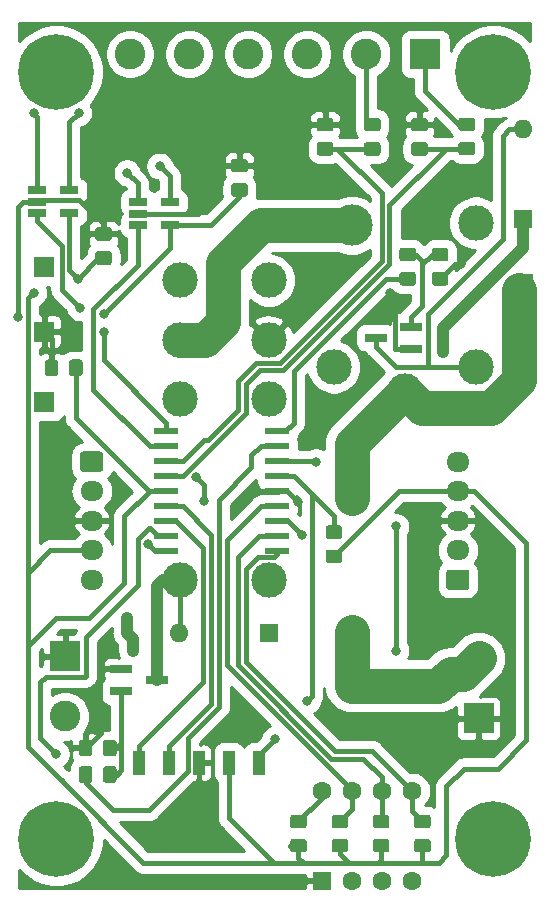
<source format=gbl>
G04 #@! TF.GenerationSoftware,KiCad,Pcbnew,(5.1.5-0-10_14)*
G04 #@! TF.CreationDate,2020-02-18T21:53:13-05:00*
G04 #@! TF.ProjectId,rlcsv3_modular,726c6373-7633-45f6-9d6f-64756c61722e,rev?*
G04 #@! TF.SameCoordinates,Original*
G04 #@! TF.FileFunction,Copper,L2,Bot*
G04 #@! TF.FilePolarity,Positive*
%FSLAX46Y46*%
G04 Gerber Fmt 4.6, Leading zero omitted, Abs format (unit mm)*
G04 Created by KiCad (PCBNEW (5.1.5-0-10_14)) date 2020-02-18 21:53:13*
%MOMM*%
%LPD*%
G04 APERTURE LIST*
%ADD10C,2.600000*%
%ADD11R,2.600000X2.600000*%
%ADD12R,1.000000X2.000000*%
%ADD13R,2.000000X0.600000*%
%ADD14O,1.950000X1.700000*%
%ADD15C,0.100000*%
%ADD16C,3.000000*%
%ADD17C,6.400000*%
%ADD18R,1.560000X0.650000*%
%ADD19R,1.700000X1.700000*%
%ADD20R,1.600000X1.600000*%
%ADD21O,1.600000X1.600000*%
%ADD22C,2.350000*%
%ADD23C,1.600000*%
%ADD24R,1.900000X0.800000*%
%ADD25C,1.000000*%
%ADD26C,3.500000*%
%ADD27C,0.800000*%
%ADD28C,1.000000*%
%ADD29C,0.400000*%
%ADD30C,3.000000*%
%ADD31C,0.254000*%
G04 APERTURE END LIST*
D10*
X134750000Y-128580000D03*
D11*
X134750000Y-123500000D03*
D12*
X141000000Y-132500000D03*
X143540000Y-132500000D03*
X146080000Y-132500000D03*
X148620000Y-132500000D03*
X151160000Y-132500000D03*
D13*
X143300000Y-104420000D03*
X143300000Y-105690000D03*
X143300000Y-106960000D03*
X143300000Y-108230000D03*
X143300000Y-109500000D03*
X143300000Y-110770000D03*
X143300000Y-112040000D03*
X143300000Y-113310000D03*
X143300000Y-114580000D03*
X152700000Y-114580000D03*
X152700000Y-113310000D03*
X152700000Y-112040000D03*
X152700000Y-110770000D03*
X152700000Y-109500000D03*
X152700000Y-108230000D03*
X152700000Y-106960000D03*
X152700000Y-105690000D03*
X152700000Y-104420000D03*
D10*
X140250000Y-72500000D03*
X145250000Y-72500000D03*
X150250000Y-72500000D03*
X155250000Y-72500000D03*
X160250000Y-72500000D03*
D11*
X165250000Y-72500000D03*
D14*
X137000000Y-117000000D03*
X137000000Y-114500000D03*
X137000000Y-112000000D03*
X137000000Y-109500000D03*
G04 #@! TA.AperFunction,ComponentPad*
D15*
G36*
X137749504Y-106151204D02*
G01*
X137773773Y-106154804D01*
X137797571Y-106160765D01*
X137820671Y-106169030D01*
X137842849Y-106179520D01*
X137863893Y-106192133D01*
X137883598Y-106206747D01*
X137901777Y-106223223D01*
X137918253Y-106241402D01*
X137932867Y-106261107D01*
X137945480Y-106282151D01*
X137955970Y-106304329D01*
X137964235Y-106327429D01*
X137970196Y-106351227D01*
X137973796Y-106375496D01*
X137975000Y-106400000D01*
X137975000Y-107600000D01*
X137973796Y-107624504D01*
X137970196Y-107648773D01*
X137964235Y-107672571D01*
X137955970Y-107695671D01*
X137945480Y-107717849D01*
X137932867Y-107738893D01*
X137918253Y-107758598D01*
X137901777Y-107776777D01*
X137883598Y-107793253D01*
X137863893Y-107807867D01*
X137842849Y-107820480D01*
X137820671Y-107830970D01*
X137797571Y-107839235D01*
X137773773Y-107845196D01*
X137749504Y-107848796D01*
X137725000Y-107850000D01*
X136275000Y-107850000D01*
X136250496Y-107848796D01*
X136226227Y-107845196D01*
X136202429Y-107839235D01*
X136179329Y-107830970D01*
X136157151Y-107820480D01*
X136136107Y-107807867D01*
X136116402Y-107793253D01*
X136098223Y-107776777D01*
X136081747Y-107758598D01*
X136067133Y-107738893D01*
X136054520Y-107717849D01*
X136044030Y-107695671D01*
X136035765Y-107672571D01*
X136029804Y-107648773D01*
X136026204Y-107624504D01*
X136025000Y-107600000D01*
X136025000Y-106400000D01*
X136026204Y-106375496D01*
X136029804Y-106351227D01*
X136035765Y-106327429D01*
X136044030Y-106304329D01*
X136054520Y-106282151D01*
X136067133Y-106261107D01*
X136081747Y-106241402D01*
X136098223Y-106223223D01*
X136116402Y-106206747D01*
X136136107Y-106192133D01*
X136157151Y-106179520D01*
X136179329Y-106169030D01*
X136202429Y-106160765D01*
X136226227Y-106154804D01*
X136250496Y-106151204D01*
X136275000Y-106150000D01*
X137725000Y-106150000D01*
X137749504Y-106151204D01*
G37*
G04 #@! TD.AperFunction*
D16*
X144500000Y-117000000D03*
X152000000Y-117000000D03*
X144500000Y-96680000D03*
X152000000Y-91640000D03*
X152000000Y-101720000D03*
X144500000Y-101720000D03*
X152000000Y-96680000D03*
X144500000Y-91640000D03*
D17*
X134000000Y-139000000D03*
X171000000Y-139000000D03*
X171000000Y-74000000D03*
X134000000Y-74000000D03*
D16*
X169500000Y-99000000D03*
X169500000Y-86800000D03*
X157500000Y-99000000D03*
X163500000Y-101000000D03*
D18*
X135100000Y-85950000D03*
X135100000Y-84050000D03*
X132400000Y-84050000D03*
X132400000Y-85000000D03*
X132400000Y-85950000D03*
D19*
X133000000Y-96000000D03*
X133000000Y-102000000D03*
X133000000Y-90500000D03*
X173500000Y-92000000D03*
G04 #@! TA.AperFunction,SMDPad,CuDef*
D15*
G36*
X135994505Y-98361204D02*
G01*
X136018773Y-98364804D01*
X136042572Y-98370765D01*
X136065671Y-98379030D01*
X136087850Y-98389520D01*
X136108893Y-98402132D01*
X136128599Y-98416747D01*
X136146777Y-98433223D01*
X136163253Y-98451401D01*
X136177868Y-98471107D01*
X136190480Y-98492150D01*
X136200970Y-98514329D01*
X136209235Y-98537428D01*
X136215196Y-98561227D01*
X136218796Y-98585495D01*
X136220000Y-98609999D01*
X136220000Y-99510001D01*
X136218796Y-99534505D01*
X136215196Y-99558773D01*
X136209235Y-99582572D01*
X136200970Y-99605671D01*
X136190480Y-99627850D01*
X136177868Y-99648893D01*
X136163253Y-99668599D01*
X136146777Y-99686777D01*
X136128599Y-99703253D01*
X136108893Y-99717868D01*
X136087850Y-99730480D01*
X136065671Y-99740970D01*
X136042572Y-99749235D01*
X136018773Y-99755196D01*
X135994505Y-99758796D01*
X135970001Y-99760000D01*
X135319999Y-99760000D01*
X135295495Y-99758796D01*
X135271227Y-99755196D01*
X135247428Y-99749235D01*
X135224329Y-99740970D01*
X135202150Y-99730480D01*
X135181107Y-99717868D01*
X135161401Y-99703253D01*
X135143223Y-99686777D01*
X135126747Y-99668599D01*
X135112132Y-99648893D01*
X135099520Y-99627850D01*
X135089030Y-99605671D01*
X135080765Y-99582572D01*
X135074804Y-99558773D01*
X135071204Y-99534505D01*
X135070000Y-99510001D01*
X135070000Y-98609999D01*
X135071204Y-98585495D01*
X135074804Y-98561227D01*
X135080765Y-98537428D01*
X135089030Y-98514329D01*
X135099520Y-98492150D01*
X135112132Y-98471107D01*
X135126747Y-98451401D01*
X135143223Y-98433223D01*
X135161401Y-98416747D01*
X135181107Y-98402132D01*
X135202150Y-98389520D01*
X135224329Y-98379030D01*
X135247428Y-98370765D01*
X135271227Y-98364804D01*
X135295495Y-98361204D01*
X135319999Y-98360000D01*
X135970001Y-98360000D01*
X135994505Y-98361204D01*
G37*
G04 #@! TD.AperFunction*
G04 #@! TA.AperFunction,SMDPad,CuDef*
G36*
X133944505Y-98361204D02*
G01*
X133968773Y-98364804D01*
X133992572Y-98370765D01*
X134015671Y-98379030D01*
X134037850Y-98389520D01*
X134058893Y-98402132D01*
X134078599Y-98416747D01*
X134096777Y-98433223D01*
X134113253Y-98451401D01*
X134127868Y-98471107D01*
X134140480Y-98492150D01*
X134150970Y-98514329D01*
X134159235Y-98537428D01*
X134165196Y-98561227D01*
X134168796Y-98585495D01*
X134170000Y-98609999D01*
X134170000Y-99510001D01*
X134168796Y-99534505D01*
X134165196Y-99558773D01*
X134159235Y-99582572D01*
X134150970Y-99605671D01*
X134140480Y-99627850D01*
X134127868Y-99648893D01*
X134113253Y-99668599D01*
X134096777Y-99686777D01*
X134078599Y-99703253D01*
X134058893Y-99717868D01*
X134037850Y-99730480D01*
X134015671Y-99740970D01*
X133992572Y-99749235D01*
X133968773Y-99755196D01*
X133944505Y-99758796D01*
X133920001Y-99760000D01*
X133269999Y-99760000D01*
X133245495Y-99758796D01*
X133221227Y-99755196D01*
X133197428Y-99749235D01*
X133174329Y-99740970D01*
X133152150Y-99730480D01*
X133131107Y-99717868D01*
X133111401Y-99703253D01*
X133093223Y-99686777D01*
X133076747Y-99668599D01*
X133062132Y-99648893D01*
X133049520Y-99627850D01*
X133039030Y-99605671D01*
X133030765Y-99582572D01*
X133024804Y-99558773D01*
X133021204Y-99534505D01*
X133020000Y-99510001D01*
X133020000Y-98609999D01*
X133021204Y-98585495D01*
X133024804Y-98561227D01*
X133030765Y-98537428D01*
X133039030Y-98514329D01*
X133049520Y-98492150D01*
X133062132Y-98471107D01*
X133076747Y-98451401D01*
X133093223Y-98433223D01*
X133111401Y-98416747D01*
X133131107Y-98402132D01*
X133152150Y-98389520D01*
X133174329Y-98379030D01*
X133197428Y-98370765D01*
X133221227Y-98364804D01*
X133245495Y-98361204D01*
X133269999Y-98360000D01*
X133920001Y-98360000D01*
X133944505Y-98361204D01*
G37*
G04 #@! TD.AperFunction*
G04 #@! TA.AperFunction,SMDPad,CuDef*
G36*
X138474505Y-87151204D02*
G01*
X138498773Y-87154804D01*
X138522572Y-87160765D01*
X138545671Y-87169030D01*
X138567850Y-87179520D01*
X138588893Y-87192132D01*
X138608599Y-87206747D01*
X138626777Y-87223223D01*
X138643253Y-87241401D01*
X138657868Y-87261107D01*
X138670480Y-87282150D01*
X138680970Y-87304329D01*
X138689235Y-87327428D01*
X138695196Y-87351227D01*
X138698796Y-87375495D01*
X138700000Y-87399999D01*
X138700000Y-88050001D01*
X138698796Y-88074505D01*
X138695196Y-88098773D01*
X138689235Y-88122572D01*
X138680970Y-88145671D01*
X138670480Y-88167850D01*
X138657868Y-88188893D01*
X138643253Y-88208599D01*
X138626777Y-88226777D01*
X138608599Y-88243253D01*
X138588893Y-88257868D01*
X138567850Y-88270480D01*
X138545671Y-88280970D01*
X138522572Y-88289235D01*
X138498773Y-88295196D01*
X138474505Y-88298796D01*
X138450001Y-88300000D01*
X137549999Y-88300000D01*
X137525495Y-88298796D01*
X137501227Y-88295196D01*
X137477428Y-88289235D01*
X137454329Y-88280970D01*
X137432150Y-88270480D01*
X137411107Y-88257868D01*
X137391401Y-88243253D01*
X137373223Y-88226777D01*
X137356747Y-88208599D01*
X137342132Y-88188893D01*
X137329520Y-88167850D01*
X137319030Y-88145671D01*
X137310765Y-88122572D01*
X137304804Y-88098773D01*
X137301204Y-88074505D01*
X137300000Y-88050001D01*
X137300000Y-87399999D01*
X137301204Y-87375495D01*
X137304804Y-87351227D01*
X137310765Y-87327428D01*
X137319030Y-87304329D01*
X137329520Y-87282150D01*
X137342132Y-87261107D01*
X137356747Y-87241401D01*
X137373223Y-87223223D01*
X137391401Y-87206747D01*
X137411107Y-87192132D01*
X137432150Y-87179520D01*
X137454329Y-87169030D01*
X137477428Y-87160765D01*
X137501227Y-87154804D01*
X137525495Y-87151204D01*
X137549999Y-87150000D01*
X138450001Y-87150000D01*
X138474505Y-87151204D01*
G37*
G04 #@! TD.AperFunction*
G04 #@! TA.AperFunction,SMDPad,CuDef*
G36*
X138474505Y-89201204D02*
G01*
X138498773Y-89204804D01*
X138522572Y-89210765D01*
X138545671Y-89219030D01*
X138567850Y-89229520D01*
X138588893Y-89242132D01*
X138608599Y-89256747D01*
X138626777Y-89273223D01*
X138643253Y-89291401D01*
X138657868Y-89311107D01*
X138670480Y-89332150D01*
X138680970Y-89354329D01*
X138689235Y-89377428D01*
X138695196Y-89401227D01*
X138698796Y-89425495D01*
X138700000Y-89449999D01*
X138700000Y-90100001D01*
X138698796Y-90124505D01*
X138695196Y-90148773D01*
X138689235Y-90172572D01*
X138680970Y-90195671D01*
X138670480Y-90217850D01*
X138657868Y-90238893D01*
X138643253Y-90258599D01*
X138626777Y-90276777D01*
X138608599Y-90293253D01*
X138588893Y-90307868D01*
X138567850Y-90320480D01*
X138545671Y-90330970D01*
X138522572Y-90339235D01*
X138498773Y-90345196D01*
X138474505Y-90348796D01*
X138450001Y-90350000D01*
X137549999Y-90350000D01*
X137525495Y-90348796D01*
X137501227Y-90345196D01*
X137477428Y-90339235D01*
X137454329Y-90330970D01*
X137432150Y-90320480D01*
X137411107Y-90307868D01*
X137391401Y-90293253D01*
X137373223Y-90276777D01*
X137356747Y-90258599D01*
X137342132Y-90238893D01*
X137329520Y-90217850D01*
X137319030Y-90195671D01*
X137310765Y-90172572D01*
X137304804Y-90148773D01*
X137301204Y-90124505D01*
X137300000Y-90100001D01*
X137300000Y-89449999D01*
X137301204Y-89425495D01*
X137304804Y-89401227D01*
X137310765Y-89377428D01*
X137319030Y-89354329D01*
X137329520Y-89332150D01*
X137342132Y-89311107D01*
X137356747Y-89291401D01*
X137373223Y-89273223D01*
X137391401Y-89256747D01*
X137411107Y-89242132D01*
X137432150Y-89229520D01*
X137454329Y-89219030D01*
X137477428Y-89210765D01*
X137501227Y-89204804D01*
X137525495Y-89201204D01*
X137549999Y-89200000D01*
X138450001Y-89200000D01*
X138474505Y-89201204D01*
G37*
G04 #@! TD.AperFunction*
G04 #@! TA.AperFunction,SMDPad,CuDef*
G36*
X149974505Y-81376204D02*
G01*
X149998773Y-81379804D01*
X150022572Y-81385765D01*
X150045671Y-81394030D01*
X150067850Y-81404520D01*
X150088893Y-81417132D01*
X150108599Y-81431747D01*
X150126777Y-81448223D01*
X150143253Y-81466401D01*
X150157868Y-81486107D01*
X150170480Y-81507150D01*
X150180970Y-81529329D01*
X150189235Y-81552428D01*
X150195196Y-81576227D01*
X150198796Y-81600495D01*
X150200000Y-81624999D01*
X150200000Y-82275001D01*
X150198796Y-82299505D01*
X150195196Y-82323773D01*
X150189235Y-82347572D01*
X150180970Y-82370671D01*
X150170480Y-82392850D01*
X150157868Y-82413893D01*
X150143253Y-82433599D01*
X150126777Y-82451777D01*
X150108599Y-82468253D01*
X150088893Y-82482868D01*
X150067850Y-82495480D01*
X150045671Y-82505970D01*
X150022572Y-82514235D01*
X149998773Y-82520196D01*
X149974505Y-82523796D01*
X149950001Y-82525000D01*
X149049999Y-82525000D01*
X149025495Y-82523796D01*
X149001227Y-82520196D01*
X148977428Y-82514235D01*
X148954329Y-82505970D01*
X148932150Y-82495480D01*
X148911107Y-82482868D01*
X148891401Y-82468253D01*
X148873223Y-82451777D01*
X148856747Y-82433599D01*
X148842132Y-82413893D01*
X148829520Y-82392850D01*
X148819030Y-82370671D01*
X148810765Y-82347572D01*
X148804804Y-82323773D01*
X148801204Y-82299505D01*
X148800000Y-82275001D01*
X148800000Y-81624999D01*
X148801204Y-81600495D01*
X148804804Y-81576227D01*
X148810765Y-81552428D01*
X148819030Y-81529329D01*
X148829520Y-81507150D01*
X148842132Y-81486107D01*
X148856747Y-81466401D01*
X148873223Y-81448223D01*
X148891401Y-81431747D01*
X148911107Y-81417132D01*
X148932150Y-81404520D01*
X148954329Y-81394030D01*
X148977428Y-81385765D01*
X149001227Y-81379804D01*
X149025495Y-81376204D01*
X149049999Y-81375000D01*
X149950001Y-81375000D01*
X149974505Y-81376204D01*
G37*
G04 #@! TD.AperFunction*
G04 #@! TA.AperFunction,SMDPad,CuDef*
G36*
X149974505Y-83426204D02*
G01*
X149998773Y-83429804D01*
X150022572Y-83435765D01*
X150045671Y-83444030D01*
X150067850Y-83454520D01*
X150088893Y-83467132D01*
X150108599Y-83481747D01*
X150126777Y-83498223D01*
X150143253Y-83516401D01*
X150157868Y-83536107D01*
X150170480Y-83557150D01*
X150180970Y-83579329D01*
X150189235Y-83602428D01*
X150195196Y-83626227D01*
X150198796Y-83650495D01*
X150200000Y-83674999D01*
X150200000Y-84325001D01*
X150198796Y-84349505D01*
X150195196Y-84373773D01*
X150189235Y-84397572D01*
X150180970Y-84420671D01*
X150170480Y-84442850D01*
X150157868Y-84463893D01*
X150143253Y-84483599D01*
X150126777Y-84501777D01*
X150108599Y-84518253D01*
X150088893Y-84532868D01*
X150067850Y-84545480D01*
X150045671Y-84555970D01*
X150022572Y-84564235D01*
X149998773Y-84570196D01*
X149974505Y-84573796D01*
X149950001Y-84575000D01*
X149049999Y-84575000D01*
X149025495Y-84573796D01*
X149001227Y-84570196D01*
X148977428Y-84564235D01*
X148954329Y-84555970D01*
X148932150Y-84545480D01*
X148911107Y-84532868D01*
X148891401Y-84518253D01*
X148873223Y-84501777D01*
X148856747Y-84483599D01*
X148842132Y-84463893D01*
X148829520Y-84442850D01*
X148819030Y-84420671D01*
X148810765Y-84397572D01*
X148804804Y-84373773D01*
X148801204Y-84349505D01*
X148800000Y-84325001D01*
X148800000Y-83674999D01*
X148801204Y-83650495D01*
X148804804Y-83626227D01*
X148810765Y-83602428D01*
X148819030Y-83579329D01*
X148829520Y-83557150D01*
X148842132Y-83536107D01*
X148856747Y-83516401D01*
X148873223Y-83498223D01*
X148891401Y-83481747D01*
X148911107Y-83467132D01*
X148932150Y-83454520D01*
X148954329Y-83444030D01*
X148977428Y-83435765D01*
X149001227Y-83429804D01*
X149025495Y-83426204D01*
X149049999Y-83425000D01*
X149950001Y-83425000D01*
X149974505Y-83426204D01*
G37*
G04 #@! TD.AperFunction*
D20*
X173500000Y-86500000D03*
D21*
X173500000Y-78880000D03*
X144380000Y-121500000D03*
D20*
X152000000Y-121500000D03*
D22*
X159000000Y-110100000D03*
X159000000Y-105500000D03*
X159000000Y-121400000D03*
X159000000Y-126000000D03*
D11*
X169750000Y-128750000D03*
D10*
X169750000Y-123670000D03*
G04 #@! TA.AperFunction,SMDPad,CuDef*
D15*
G36*
X154974505Y-138951204D02*
G01*
X154998773Y-138954804D01*
X155022572Y-138960765D01*
X155045671Y-138969030D01*
X155067850Y-138979520D01*
X155088893Y-138992132D01*
X155108599Y-139006747D01*
X155126777Y-139023223D01*
X155143253Y-139041401D01*
X155157868Y-139061107D01*
X155170480Y-139082150D01*
X155180970Y-139104329D01*
X155189235Y-139127428D01*
X155195196Y-139151227D01*
X155198796Y-139175495D01*
X155200000Y-139199999D01*
X155200000Y-139850001D01*
X155198796Y-139874505D01*
X155195196Y-139898773D01*
X155189235Y-139922572D01*
X155180970Y-139945671D01*
X155170480Y-139967850D01*
X155157868Y-139988893D01*
X155143253Y-140008599D01*
X155126777Y-140026777D01*
X155108599Y-140043253D01*
X155088893Y-140057868D01*
X155067850Y-140070480D01*
X155045671Y-140080970D01*
X155022572Y-140089235D01*
X154998773Y-140095196D01*
X154974505Y-140098796D01*
X154950001Y-140100000D01*
X154049999Y-140100000D01*
X154025495Y-140098796D01*
X154001227Y-140095196D01*
X153977428Y-140089235D01*
X153954329Y-140080970D01*
X153932150Y-140070480D01*
X153911107Y-140057868D01*
X153891401Y-140043253D01*
X153873223Y-140026777D01*
X153856747Y-140008599D01*
X153842132Y-139988893D01*
X153829520Y-139967850D01*
X153819030Y-139945671D01*
X153810765Y-139922572D01*
X153804804Y-139898773D01*
X153801204Y-139874505D01*
X153800000Y-139850001D01*
X153800000Y-139199999D01*
X153801204Y-139175495D01*
X153804804Y-139151227D01*
X153810765Y-139127428D01*
X153819030Y-139104329D01*
X153829520Y-139082150D01*
X153842132Y-139061107D01*
X153856747Y-139041401D01*
X153873223Y-139023223D01*
X153891401Y-139006747D01*
X153911107Y-138992132D01*
X153932150Y-138979520D01*
X153954329Y-138969030D01*
X153977428Y-138960765D01*
X154001227Y-138954804D01*
X154025495Y-138951204D01*
X154049999Y-138950000D01*
X154950001Y-138950000D01*
X154974505Y-138951204D01*
G37*
G04 #@! TD.AperFunction*
G04 #@! TA.AperFunction,SMDPad,CuDef*
G36*
X154974505Y-136901204D02*
G01*
X154998773Y-136904804D01*
X155022572Y-136910765D01*
X155045671Y-136919030D01*
X155067850Y-136929520D01*
X155088893Y-136942132D01*
X155108599Y-136956747D01*
X155126777Y-136973223D01*
X155143253Y-136991401D01*
X155157868Y-137011107D01*
X155170480Y-137032150D01*
X155180970Y-137054329D01*
X155189235Y-137077428D01*
X155195196Y-137101227D01*
X155198796Y-137125495D01*
X155200000Y-137149999D01*
X155200000Y-137800001D01*
X155198796Y-137824505D01*
X155195196Y-137848773D01*
X155189235Y-137872572D01*
X155180970Y-137895671D01*
X155170480Y-137917850D01*
X155157868Y-137938893D01*
X155143253Y-137958599D01*
X155126777Y-137976777D01*
X155108599Y-137993253D01*
X155088893Y-138007868D01*
X155067850Y-138020480D01*
X155045671Y-138030970D01*
X155022572Y-138039235D01*
X154998773Y-138045196D01*
X154974505Y-138048796D01*
X154950001Y-138050000D01*
X154049999Y-138050000D01*
X154025495Y-138048796D01*
X154001227Y-138045196D01*
X153977428Y-138039235D01*
X153954329Y-138030970D01*
X153932150Y-138020480D01*
X153911107Y-138007868D01*
X153891401Y-137993253D01*
X153873223Y-137976777D01*
X153856747Y-137958599D01*
X153842132Y-137938893D01*
X153829520Y-137917850D01*
X153819030Y-137895671D01*
X153810765Y-137872572D01*
X153804804Y-137848773D01*
X153801204Y-137824505D01*
X153800000Y-137800001D01*
X153800000Y-137149999D01*
X153801204Y-137125495D01*
X153804804Y-137101227D01*
X153810765Y-137077428D01*
X153819030Y-137054329D01*
X153829520Y-137032150D01*
X153842132Y-137011107D01*
X153856747Y-136991401D01*
X153873223Y-136973223D01*
X153891401Y-136956747D01*
X153911107Y-136942132D01*
X153932150Y-136929520D01*
X153954329Y-136919030D01*
X153977428Y-136910765D01*
X154001227Y-136904804D01*
X154025495Y-136901204D01*
X154049999Y-136900000D01*
X154950001Y-136900000D01*
X154974505Y-136901204D01*
G37*
G04 #@! TD.AperFunction*
G04 #@! TA.AperFunction,SMDPad,CuDef*
G36*
X158474505Y-138951204D02*
G01*
X158498773Y-138954804D01*
X158522572Y-138960765D01*
X158545671Y-138969030D01*
X158567850Y-138979520D01*
X158588893Y-138992132D01*
X158608599Y-139006747D01*
X158626777Y-139023223D01*
X158643253Y-139041401D01*
X158657868Y-139061107D01*
X158670480Y-139082150D01*
X158680970Y-139104329D01*
X158689235Y-139127428D01*
X158695196Y-139151227D01*
X158698796Y-139175495D01*
X158700000Y-139199999D01*
X158700000Y-139850001D01*
X158698796Y-139874505D01*
X158695196Y-139898773D01*
X158689235Y-139922572D01*
X158680970Y-139945671D01*
X158670480Y-139967850D01*
X158657868Y-139988893D01*
X158643253Y-140008599D01*
X158626777Y-140026777D01*
X158608599Y-140043253D01*
X158588893Y-140057868D01*
X158567850Y-140070480D01*
X158545671Y-140080970D01*
X158522572Y-140089235D01*
X158498773Y-140095196D01*
X158474505Y-140098796D01*
X158450001Y-140100000D01*
X157549999Y-140100000D01*
X157525495Y-140098796D01*
X157501227Y-140095196D01*
X157477428Y-140089235D01*
X157454329Y-140080970D01*
X157432150Y-140070480D01*
X157411107Y-140057868D01*
X157391401Y-140043253D01*
X157373223Y-140026777D01*
X157356747Y-140008599D01*
X157342132Y-139988893D01*
X157329520Y-139967850D01*
X157319030Y-139945671D01*
X157310765Y-139922572D01*
X157304804Y-139898773D01*
X157301204Y-139874505D01*
X157300000Y-139850001D01*
X157300000Y-139199999D01*
X157301204Y-139175495D01*
X157304804Y-139151227D01*
X157310765Y-139127428D01*
X157319030Y-139104329D01*
X157329520Y-139082150D01*
X157342132Y-139061107D01*
X157356747Y-139041401D01*
X157373223Y-139023223D01*
X157391401Y-139006747D01*
X157411107Y-138992132D01*
X157432150Y-138979520D01*
X157454329Y-138969030D01*
X157477428Y-138960765D01*
X157501227Y-138954804D01*
X157525495Y-138951204D01*
X157549999Y-138950000D01*
X158450001Y-138950000D01*
X158474505Y-138951204D01*
G37*
G04 #@! TD.AperFunction*
G04 #@! TA.AperFunction,SMDPad,CuDef*
G36*
X158474505Y-136901204D02*
G01*
X158498773Y-136904804D01*
X158522572Y-136910765D01*
X158545671Y-136919030D01*
X158567850Y-136929520D01*
X158588893Y-136942132D01*
X158608599Y-136956747D01*
X158626777Y-136973223D01*
X158643253Y-136991401D01*
X158657868Y-137011107D01*
X158670480Y-137032150D01*
X158680970Y-137054329D01*
X158689235Y-137077428D01*
X158695196Y-137101227D01*
X158698796Y-137125495D01*
X158700000Y-137149999D01*
X158700000Y-137800001D01*
X158698796Y-137824505D01*
X158695196Y-137848773D01*
X158689235Y-137872572D01*
X158680970Y-137895671D01*
X158670480Y-137917850D01*
X158657868Y-137938893D01*
X158643253Y-137958599D01*
X158626777Y-137976777D01*
X158608599Y-137993253D01*
X158588893Y-138007868D01*
X158567850Y-138020480D01*
X158545671Y-138030970D01*
X158522572Y-138039235D01*
X158498773Y-138045196D01*
X158474505Y-138048796D01*
X158450001Y-138050000D01*
X157549999Y-138050000D01*
X157525495Y-138048796D01*
X157501227Y-138045196D01*
X157477428Y-138039235D01*
X157454329Y-138030970D01*
X157432150Y-138020480D01*
X157411107Y-138007868D01*
X157391401Y-137993253D01*
X157373223Y-137976777D01*
X157356747Y-137958599D01*
X157342132Y-137938893D01*
X157329520Y-137917850D01*
X157319030Y-137895671D01*
X157310765Y-137872572D01*
X157304804Y-137848773D01*
X157301204Y-137824505D01*
X157300000Y-137800001D01*
X157300000Y-137149999D01*
X157301204Y-137125495D01*
X157304804Y-137101227D01*
X157310765Y-137077428D01*
X157319030Y-137054329D01*
X157329520Y-137032150D01*
X157342132Y-137011107D01*
X157356747Y-136991401D01*
X157373223Y-136973223D01*
X157391401Y-136956747D01*
X157411107Y-136942132D01*
X157432150Y-136929520D01*
X157454329Y-136919030D01*
X157477428Y-136910765D01*
X157501227Y-136904804D01*
X157525495Y-136901204D01*
X157549999Y-136900000D01*
X158450001Y-136900000D01*
X158474505Y-136901204D01*
G37*
G04 #@! TD.AperFunction*
G04 #@! TA.AperFunction,SMDPad,CuDef*
G36*
X161974505Y-136901204D02*
G01*
X161998773Y-136904804D01*
X162022572Y-136910765D01*
X162045671Y-136919030D01*
X162067850Y-136929520D01*
X162088893Y-136942132D01*
X162108599Y-136956747D01*
X162126777Y-136973223D01*
X162143253Y-136991401D01*
X162157868Y-137011107D01*
X162170480Y-137032150D01*
X162180970Y-137054329D01*
X162189235Y-137077428D01*
X162195196Y-137101227D01*
X162198796Y-137125495D01*
X162200000Y-137149999D01*
X162200000Y-137800001D01*
X162198796Y-137824505D01*
X162195196Y-137848773D01*
X162189235Y-137872572D01*
X162180970Y-137895671D01*
X162170480Y-137917850D01*
X162157868Y-137938893D01*
X162143253Y-137958599D01*
X162126777Y-137976777D01*
X162108599Y-137993253D01*
X162088893Y-138007868D01*
X162067850Y-138020480D01*
X162045671Y-138030970D01*
X162022572Y-138039235D01*
X161998773Y-138045196D01*
X161974505Y-138048796D01*
X161950001Y-138050000D01*
X161049999Y-138050000D01*
X161025495Y-138048796D01*
X161001227Y-138045196D01*
X160977428Y-138039235D01*
X160954329Y-138030970D01*
X160932150Y-138020480D01*
X160911107Y-138007868D01*
X160891401Y-137993253D01*
X160873223Y-137976777D01*
X160856747Y-137958599D01*
X160842132Y-137938893D01*
X160829520Y-137917850D01*
X160819030Y-137895671D01*
X160810765Y-137872572D01*
X160804804Y-137848773D01*
X160801204Y-137824505D01*
X160800000Y-137800001D01*
X160800000Y-137149999D01*
X160801204Y-137125495D01*
X160804804Y-137101227D01*
X160810765Y-137077428D01*
X160819030Y-137054329D01*
X160829520Y-137032150D01*
X160842132Y-137011107D01*
X160856747Y-136991401D01*
X160873223Y-136973223D01*
X160891401Y-136956747D01*
X160911107Y-136942132D01*
X160932150Y-136929520D01*
X160954329Y-136919030D01*
X160977428Y-136910765D01*
X161001227Y-136904804D01*
X161025495Y-136901204D01*
X161049999Y-136900000D01*
X161950001Y-136900000D01*
X161974505Y-136901204D01*
G37*
G04 #@! TD.AperFunction*
G04 #@! TA.AperFunction,SMDPad,CuDef*
G36*
X161974505Y-138951204D02*
G01*
X161998773Y-138954804D01*
X162022572Y-138960765D01*
X162045671Y-138969030D01*
X162067850Y-138979520D01*
X162088893Y-138992132D01*
X162108599Y-139006747D01*
X162126777Y-139023223D01*
X162143253Y-139041401D01*
X162157868Y-139061107D01*
X162170480Y-139082150D01*
X162180970Y-139104329D01*
X162189235Y-139127428D01*
X162195196Y-139151227D01*
X162198796Y-139175495D01*
X162200000Y-139199999D01*
X162200000Y-139850001D01*
X162198796Y-139874505D01*
X162195196Y-139898773D01*
X162189235Y-139922572D01*
X162180970Y-139945671D01*
X162170480Y-139967850D01*
X162157868Y-139988893D01*
X162143253Y-140008599D01*
X162126777Y-140026777D01*
X162108599Y-140043253D01*
X162088893Y-140057868D01*
X162067850Y-140070480D01*
X162045671Y-140080970D01*
X162022572Y-140089235D01*
X161998773Y-140095196D01*
X161974505Y-140098796D01*
X161950001Y-140100000D01*
X161049999Y-140100000D01*
X161025495Y-140098796D01*
X161001227Y-140095196D01*
X160977428Y-140089235D01*
X160954329Y-140080970D01*
X160932150Y-140070480D01*
X160911107Y-140057868D01*
X160891401Y-140043253D01*
X160873223Y-140026777D01*
X160856747Y-140008599D01*
X160842132Y-139988893D01*
X160829520Y-139967850D01*
X160819030Y-139945671D01*
X160810765Y-139922572D01*
X160804804Y-139898773D01*
X160801204Y-139874505D01*
X160800000Y-139850001D01*
X160800000Y-139199999D01*
X160801204Y-139175495D01*
X160804804Y-139151227D01*
X160810765Y-139127428D01*
X160819030Y-139104329D01*
X160829520Y-139082150D01*
X160842132Y-139061107D01*
X160856747Y-139041401D01*
X160873223Y-139023223D01*
X160891401Y-139006747D01*
X160911107Y-138992132D01*
X160932150Y-138979520D01*
X160954329Y-138969030D01*
X160977428Y-138960765D01*
X161001227Y-138954804D01*
X161025495Y-138951204D01*
X161049999Y-138950000D01*
X161950001Y-138950000D01*
X161974505Y-138951204D01*
G37*
G04 #@! TD.AperFunction*
G04 #@! TA.AperFunction,SMDPad,CuDef*
G36*
X165474505Y-136901204D02*
G01*
X165498773Y-136904804D01*
X165522572Y-136910765D01*
X165545671Y-136919030D01*
X165567850Y-136929520D01*
X165588893Y-136942132D01*
X165608599Y-136956747D01*
X165626777Y-136973223D01*
X165643253Y-136991401D01*
X165657868Y-137011107D01*
X165670480Y-137032150D01*
X165680970Y-137054329D01*
X165689235Y-137077428D01*
X165695196Y-137101227D01*
X165698796Y-137125495D01*
X165700000Y-137149999D01*
X165700000Y-137800001D01*
X165698796Y-137824505D01*
X165695196Y-137848773D01*
X165689235Y-137872572D01*
X165680970Y-137895671D01*
X165670480Y-137917850D01*
X165657868Y-137938893D01*
X165643253Y-137958599D01*
X165626777Y-137976777D01*
X165608599Y-137993253D01*
X165588893Y-138007868D01*
X165567850Y-138020480D01*
X165545671Y-138030970D01*
X165522572Y-138039235D01*
X165498773Y-138045196D01*
X165474505Y-138048796D01*
X165450001Y-138050000D01*
X164549999Y-138050000D01*
X164525495Y-138048796D01*
X164501227Y-138045196D01*
X164477428Y-138039235D01*
X164454329Y-138030970D01*
X164432150Y-138020480D01*
X164411107Y-138007868D01*
X164391401Y-137993253D01*
X164373223Y-137976777D01*
X164356747Y-137958599D01*
X164342132Y-137938893D01*
X164329520Y-137917850D01*
X164319030Y-137895671D01*
X164310765Y-137872572D01*
X164304804Y-137848773D01*
X164301204Y-137824505D01*
X164300000Y-137800001D01*
X164300000Y-137149999D01*
X164301204Y-137125495D01*
X164304804Y-137101227D01*
X164310765Y-137077428D01*
X164319030Y-137054329D01*
X164329520Y-137032150D01*
X164342132Y-137011107D01*
X164356747Y-136991401D01*
X164373223Y-136973223D01*
X164391401Y-136956747D01*
X164411107Y-136942132D01*
X164432150Y-136929520D01*
X164454329Y-136919030D01*
X164477428Y-136910765D01*
X164501227Y-136904804D01*
X164525495Y-136901204D01*
X164549999Y-136900000D01*
X165450001Y-136900000D01*
X165474505Y-136901204D01*
G37*
G04 #@! TD.AperFunction*
G04 #@! TA.AperFunction,SMDPad,CuDef*
G36*
X165474505Y-138951204D02*
G01*
X165498773Y-138954804D01*
X165522572Y-138960765D01*
X165545671Y-138969030D01*
X165567850Y-138979520D01*
X165588893Y-138992132D01*
X165608599Y-139006747D01*
X165626777Y-139023223D01*
X165643253Y-139041401D01*
X165657868Y-139061107D01*
X165670480Y-139082150D01*
X165680970Y-139104329D01*
X165689235Y-139127428D01*
X165695196Y-139151227D01*
X165698796Y-139175495D01*
X165700000Y-139199999D01*
X165700000Y-139850001D01*
X165698796Y-139874505D01*
X165695196Y-139898773D01*
X165689235Y-139922572D01*
X165680970Y-139945671D01*
X165670480Y-139967850D01*
X165657868Y-139988893D01*
X165643253Y-140008599D01*
X165626777Y-140026777D01*
X165608599Y-140043253D01*
X165588893Y-140057868D01*
X165567850Y-140070480D01*
X165545671Y-140080970D01*
X165522572Y-140089235D01*
X165498773Y-140095196D01*
X165474505Y-140098796D01*
X165450001Y-140100000D01*
X164549999Y-140100000D01*
X164525495Y-140098796D01*
X164501227Y-140095196D01*
X164477428Y-140089235D01*
X164454329Y-140080970D01*
X164432150Y-140070480D01*
X164411107Y-140057868D01*
X164391401Y-140043253D01*
X164373223Y-140026777D01*
X164356747Y-140008599D01*
X164342132Y-139988893D01*
X164329520Y-139967850D01*
X164319030Y-139945671D01*
X164310765Y-139922572D01*
X164304804Y-139898773D01*
X164301204Y-139874505D01*
X164300000Y-139850001D01*
X164300000Y-139199999D01*
X164301204Y-139175495D01*
X164304804Y-139151227D01*
X164310765Y-139127428D01*
X164319030Y-139104329D01*
X164329520Y-139082150D01*
X164342132Y-139061107D01*
X164356747Y-139041401D01*
X164373223Y-139023223D01*
X164391401Y-139006747D01*
X164411107Y-138992132D01*
X164432150Y-138979520D01*
X164454329Y-138969030D01*
X164477428Y-138960765D01*
X164501227Y-138954804D01*
X164525495Y-138951204D01*
X164549999Y-138950000D01*
X165450001Y-138950000D01*
X165474505Y-138951204D01*
G37*
G04 #@! TD.AperFunction*
G04 #@! TA.AperFunction,SMDPad,CuDef*
G36*
X164224505Y-88901204D02*
G01*
X164248773Y-88904804D01*
X164272572Y-88910765D01*
X164295671Y-88919030D01*
X164317850Y-88929520D01*
X164338893Y-88942132D01*
X164358599Y-88956747D01*
X164376777Y-88973223D01*
X164393253Y-88991401D01*
X164407868Y-89011107D01*
X164420480Y-89032150D01*
X164430970Y-89054329D01*
X164439235Y-89077428D01*
X164445196Y-89101227D01*
X164448796Y-89125495D01*
X164450000Y-89149999D01*
X164450000Y-89800001D01*
X164448796Y-89824505D01*
X164445196Y-89848773D01*
X164439235Y-89872572D01*
X164430970Y-89895671D01*
X164420480Y-89917850D01*
X164407868Y-89938893D01*
X164393253Y-89958599D01*
X164376777Y-89976777D01*
X164358599Y-89993253D01*
X164338893Y-90007868D01*
X164317850Y-90020480D01*
X164295671Y-90030970D01*
X164272572Y-90039235D01*
X164248773Y-90045196D01*
X164224505Y-90048796D01*
X164200001Y-90050000D01*
X163299999Y-90050000D01*
X163275495Y-90048796D01*
X163251227Y-90045196D01*
X163227428Y-90039235D01*
X163204329Y-90030970D01*
X163182150Y-90020480D01*
X163161107Y-90007868D01*
X163141401Y-89993253D01*
X163123223Y-89976777D01*
X163106747Y-89958599D01*
X163092132Y-89938893D01*
X163079520Y-89917850D01*
X163069030Y-89895671D01*
X163060765Y-89872572D01*
X163054804Y-89848773D01*
X163051204Y-89824505D01*
X163050000Y-89800001D01*
X163050000Y-89149999D01*
X163051204Y-89125495D01*
X163054804Y-89101227D01*
X163060765Y-89077428D01*
X163069030Y-89054329D01*
X163079520Y-89032150D01*
X163092132Y-89011107D01*
X163106747Y-88991401D01*
X163123223Y-88973223D01*
X163141401Y-88956747D01*
X163161107Y-88942132D01*
X163182150Y-88929520D01*
X163204329Y-88919030D01*
X163227428Y-88910765D01*
X163251227Y-88904804D01*
X163275495Y-88901204D01*
X163299999Y-88900000D01*
X164200001Y-88900000D01*
X164224505Y-88901204D01*
G37*
G04 #@! TD.AperFunction*
G04 #@! TA.AperFunction,SMDPad,CuDef*
G36*
X164224505Y-90951204D02*
G01*
X164248773Y-90954804D01*
X164272572Y-90960765D01*
X164295671Y-90969030D01*
X164317850Y-90979520D01*
X164338893Y-90992132D01*
X164358599Y-91006747D01*
X164376777Y-91023223D01*
X164393253Y-91041401D01*
X164407868Y-91061107D01*
X164420480Y-91082150D01*
X164430970Y-91104329D01*
X164439235Y-91127428D01*
X164445196Y-91151227D01*
X164448796Y-91175495D01*
X164450000Y-91199999D01*
X164450000Y-91850001D01*
X164448796Y-91874505D01*
X164445196Y-91898773D01*
X164439235Y-91922572D01*
X164430970Y-91945671D01*
X164420480Y-91967850D01*
X164407868Y-91988893D01*
X164393253Y-92008599D01*
X164376777Y-92026777D01*
X164358599Y-92043253D01*
X164338893Y-92057868D01*
X164317850Y-92070480D01*
X164295671Y-92080970D01*
X164272572Y-92089235D01*
X164248773Y-92095196D01*
X164224505Y-92098796D01*
X164200001Y-92100000D01*
X163299999Y-92100000D01*
X163275495Y-92098796D01*
X163251227Y-92095196D01*
X163227428Y-92089235D01*
X163204329Y-92080970D01*
X163182150Y-92070480D01*
X163161107Y-92057868D01*
X163141401Y-92043253D01*
X163123223Y-92026777D01*
X163106747Y-92008599D01*
X163092132Y-91988893D01*
X163079520Y-91967850D01*
X163069030Y-91945671D01*
X163060765Y-91922572D01*
X163054804Y-91898773D01*
X163051204Y-91874505D01*
X163050000Y-91850001D01*
X163050000Y-91199999D01*
X163051204Y-91175495D01*
X163054804Y-91151227D01*
X163060765Y-91127428D01*
X163069030Y-91104329D01*
X163079520Y-91082150D01*
X163092132Y-91061107D01*
X163106747Y-91041401D01*
X163123223Y-91023223D01*
X163141401Y-91006747D01*
X163161107Y-90992132D01*
X163182150Y-90979520D01*
X163204329Y-90969030D01*
X163227428Y-90960765D01*
X163251227Y-90954804D01*
X163275495Y-90951204D01*
X163299999Y-90950000D01*
X164200001Y-90950000D01*
X164224505Y-90951204D01*
G37*
G04 #@! TD.AperFunction*
G04 #@! TA.AperFunction,SMDPad,CuDef*
G36*
X136824505Y-132801204D02*
G01*
X136848773Y-132804804D01*
X136872572Y-132810765D01*
X136895671Y-132819030D01*
X136917850Y-132829520D01*
X136938893Y-132842132D01*
X136958599Y-132856747D01*
X136976777Y-132873223D01*
X136993253Y-132891401D01*
X137007868Y-132911107D01*
X137020480Y-132932150D01*
X137030970Y-132954329D01*
X137039235Y-132977428D01*
X137045196Y-133001227D01*
X137048796Y-133025495D01*
X137050000Y-133049999D01*
X137050000Y-133950001D01*
X137048796Y-133974505D01*
X137045196Y-133998773D01*
X137039235Y-134022572D01*
X137030970Y-134045671D01*
X137020480Y-134067850D01*
X137007868Y-134088893D01*
X136993253Y-134108599D01*
X136976777Y-134126777D01*
X136958599Y-134143253D01*
X136938893Y-134157868D01*
X136917850Y-134170480D01*
X136895671Y-134180970D01*
X136872572Y-134189235D01*
X136848773Y-134195196D01*
X136824505Y-134198796D01*
X136800001Y-134200000D01*
X136149999Y-134200000D01*
X136125495Y-134198796D01*
X136101227Y-134195196D01*
X136077428Y-134189235D01*
X136054329Y-134180970D01*
X136032150Y-134170480D01*
X136011107Y-134157868D01*
X135991401Y-134143253D01*
X135973223Y-134126777D01*
X135956747Y-134108599D01*
X135942132Y-134088893D01*
X135929520Y-134067850D01*
X135919030Y-134045671D01*
X135910765Y-134022572D01*
X135904804Y-133998773D01*
X135901204Y-133974505D01*
X135900000Y-133950001D01*
X135900000Y-133049999D01*
X135901204Y-133025495D01*
X135904804Y-133001227D01*
X135910765Y-132977428D01*
X135919030Y-132954329D01*
X135929520Y-132932150D01*
X135942132Y-132911107D01*
X135956747Y-132891401D01*
X135973223Y-132873223D01*
X135991401Y-132856747D01*
X136011107Y-132842132D01*
X136032150Y-132829520D01*
X136054329Y-132819030D01*
X136077428Y-132810765D01*
X136101227Y-132804804D01*
X136125495Y-132801204D01*
X136149999Y-132800000D01*
X136800001Y-132800000D01*
X136824505Y-132801204D01*
G37*
G04 #@! TD.AperFunction*
G04 #@! TA.AperFunction,SMDPad,CuDef*
G36*
X138874505Y-132801204D02*
G01*
X138898773Y-132804804D01*
X138922572Y-132810765D01*
X138945671Y-132819030D01*
X138967850Y-132829520D01*
X138988893Y-132842132D01*
X139008599Y-132856747D01*
X139026777Y-132873223D01*
X139043253Y-132891401D01*
X139057868Y-132911107D01*
X139070480Y-132932150D01*
X139080970Y-132954329D01*
X139089235Y-132977428D01*
X139095196Y-133001227D01*
X139098796Y-133025495D01*
X139100000Y-133049999D01*
X139100000Y-133950001D01*
X139098796Y-133974505D01*
X139095196Y-133998773D01*
X139089235Y-134022572D01*
X139080970Y-134045671D01*
X139070480Y-134067850D01*
X139057868Y-134088893D01*
X139043253Y-134108599D01*
X139026777Y-134126777D01*
X139008599Y-134143253D01*
X138988893Y-134157868D01*
X138967850Y-134170480D01*
X138945671Y-134180970D01*
X138922572Y-134189235D01*
X138898773Y-134195196D01*
X138874505Y-134198796D01*
X138850001Y-134200000D01*
X138199999Y-134200000D01*
X138175495Y-134198796D01*
X138151227Y-134195196D01*
X138127428Y-134189235D01*
X138104329Y-134180970D01*
X138082150Y-134170480D01*
X138061107Y-134157868D01*
X138041401Y-134143253D01*
X138023223Y-134126777D01*
X138006747Y-134108599D01*
X137992132Y-134088893D01*
X137979520Y-134067850D01*
X137969030Y-134045671D01*
X137960765Y-134022572D01*
X137954804Y-133998773D01*
X137951204Y-133974505D01*
X137950000Y-133950001D01*
X137950000Y-133049999D01*
X137951204Y-133025495D01*
X137954804Y-133001227D01*
X137960765Y-132977428D01*
X137969030Y-132954329D01*
X137979520Y-132932150D01*
X137992132Y-132911107D01*
X138006747Y-132891401D01*
X138023223Y-132873223D01*
X138041401Y-132856747D01*
X138061107Y-132842132D01*
X138082150Y-132829520D01*
X138104329Y-132819030D01*
X138127428Y-132810765D01*
X138151227Y-132804804D01*
X138175495Y-132801204D01*
X138199999Y-132800000D01*
X138850001Y-132800000D01*
X138874505Y-132801204D01*
G37*
G04 #@! TD.AperFunction*
G04 #@! TA.AperFunction,SMDPad,CuDef*
G36*
X161224505Y-79951204D02*
G01*
X161248773Y-79954804D01*
X161272572Y-79960765D01*
X161295671Y-79969030D01*
X161317850Y-79979520D01*
X161338893Y-79992132D01*
X161358599Y-80006747D01*
X161376777Y-80023223D01*
X161393253Y-80041401D01*
X161407868Y-80061107D01*
X161420480Y-80082150D01*
X161430970Y-80104329D01*
X161439235Y-80127428D01*
X161445196Y-80151227D01*
X161448796Y-80175495D01*
X161450000Y-80199999D01*
X161450000Y-80850001D01*
X161448796Y-80874505D01*
X161445196Y-80898773D01*
X161439235Y-80922572D01*
X161430970Y-80945671D01*
X161420480Y-80967850D01*
X161407868Y-80988893D01*
X161393253Y-81008599D01*
X161376777Y-81026777D01*
X161358599Y-81043253D01*
X161338893Y-81057868D01*
X161317850Y-81070480D01*
X161295671Y-81080970D01*
X161272572Y-81089235D01*
X161248773Y-81095196D01*
X161224505Y-81098796D01*
X161200001Y-81100000D01*
X160299999Y-81100000D01*
X160275495Y-81098796D01*
X160251227Y-81095196D01*
X160227428Y-81089235D01*
X160204329Y-81080970D01*
X160182150Y-81070480D01*
X160161107Y-81057868D01*
X160141401Y-81043253D01*
X160123223Y-81026777D01*
X160106747Y-81008599D01*
X160092132Y-80988893D01*
X160079520Y-80967850D01*
X160069030Y-80945671D01*
X160060765Y-80922572D01*
X160054804Y-80898773D01*
X160051204Y-80874505D01*
X160050000Y-80850001D01*
X160050000Y-80199999D01*
X160051204Y-80175495D01*
X160054804Y-80151227D01*
X160060765Y-80127428D01*
X160069030Y-80104329D01*
X160079520Y-80082150D01*
X160092132Y-80061107D01*
X160106747Y-80041401D01*
X160123223Y-80023223D01*
X160141401Y-80006747D01*
X160161107Y-79992132D01*
X160182150Y-79979520D01*
X160204329Y-79969030D01*
X160227428Y-79960765D01*
X160251227Y-79954804D01*
X160275495Y-79951204D01*
X160299999Y-79950000D01*
X161200001Y-79950000D01*
X161224505Y-79951204D01*
G37*
G04 #@! TD.AperFunction*
G04 #@! TA.AperFunction,SMDPad,CuDef*
G36*
X161224505Y-77901204D02*
G01*
X161248773Y-77904804D01*
X161272572Y-77910765D01*
X161295671Y-77919030D01*
X161317850Y-77929520D01*
X161338893Y-77942132D01*
X161358599Y-77956747D01*
X161376777Y-77973223D01*
X161393253Y-77991401D01*
X161407868Y-78011107D01*
X161420480Y-78032150D01*
X161430970Y-78054329D01*
X161439235Y-78077428D01*
X161445196Y-78101227D01*
X161448796Y-78125495D01*
X161450000Y-78149999D01*
X161450000Y-78800001D01*
X161448796Y-78824505D01*
X161445196Y-78848773D01*
X161439235Y-78872572D01*
X161430970Y-78895671D01*
X161420480Y-78917850D01*
X161407868Y-78938893D01*
X161393253Y-78958599D01*
X161376777Y-78976777D01*
X161358599Y-78993253D01*
X161338893Y-79007868D01*
X161317850Y-79020480D01*
X161295671Y-79030970D01*
X161272572Y-79039235D01*
X161248773Y-79045196D01*
X161224505Y-79048796D01*
X161200001Y-79050000D01*
X160299999Y-79050000D01*
X160275495Y-79048796D01*
X160251227Y-79045196D01*
X160227428Y-79039235D01*
X160204329Y-79030970D01*
X160182150Y-79020480D01*
X160161107Y-79007868D01*
X160141401Y-78993253D01*
X160123223Y-78976777D01*
X160106747Y-78958599D01*
X160092132Y-78938893D01*
X160079520Y-78917850D01*
X160069030Y-78895671D01*
X160060765Y-78872572D01*
X160054804Y-78848773D01*
X160051204Y-78824505D01*
X160050000Y-78800001D01*
X160050000Y-78149999D01*
X160051204Y-78125495D01*
X160054804Y-78101227D01*
X160060765Y-78077428D01*
X160069030Y-78054329D01*
X160079520Y-78032150D01*
X160092132Y-78011107D01*
X160106747Y-77991401D01*
X160123223Y-77973223D01*
X160141401Y-77956747D01*
X160161107Y-77942132D01*
X160182150Y-77929520D01*
X160204329Y-77919030D01*
X160227428Y-77910765D01*
X160251227Y-77904804D01*
X160275495Y-77901204D01*
X160299999Y-77900000D01*
X161200001Y-77900000D01*
X161224505Y-77901204D01*
G37*
G04 #@! TD.AperFunction*
G04 #@! TA.AperFunction,SMDPad,CuDef*
G36*
X157224505Y-79951204D02*
G01*
X157248773Y-79954804D01*
X157272572Y-79960765D01*
X157295671Y-79969030D01*
X157317850Y-79979520D01*
X157338893Y-79992132D01*
X157358599Y-80006747D01*
X157376777Y-80023223D01*
X157393253Y-80041401D01*
X157407868Y-80061107D01*
X157420480Y-80082150D01*
X157430970Y-80104329D01*
X157439235Y-80127428D01*
X157445196Y-80151227D01*
X157448796Y-80175495D01*
X157450000Y-80199999D01*
X157450000Y-80850001D01*
X157448796Y-80874505D01*
X157445196Y-80898773D01*
X157439235Y-80922572D01*
X157430970Y-80945671D01*
X157420480Y-80967850D01*
X157407868Y-80988893D01*
X157393253Y-81008599D01*
X157376777Y-81026777D01*
X157358599Y-81043253D01*
X157338893Y-81057868D01*
X157317850Y-81070480D01*
X157295671Y-81080970D01*
X157272572Y-81089235D01*
X157248773Y-81095196D01*
X157224505Y-81098796D01*
X157200001Y-81100000D01*
X156299999Y-81100000D01*
X156275495Y-81098796D01*
X156251227Y-81095196D01*
X156227428Y-81089235D01*
X156204329Y-81080970D01*
X156182150Y-81070480D01*
X156161107Y-81057868D01*
X156141401Y-81043253D01*
X156123223Y-81026777D01*
X156106747Y-81008599D01*
X156092132Y-80988893D01*
X156079520Y-80967850D01*
X156069030Y-80945671D01*
X156060765Y-80922572D01*
X156054804Y-80898773D01*
X156051204Y-80874505D01*
X156050000Y-80850001D01*
X156050000Y-80199999D01*
X156051204Y-80175495D01*
X156054804Y-80151227D01*
X156060765Y-80127428D01*
X156069030Y-80104329D01*
X156079520Y-80082150D01*
X156092132Y-80061107D01*
X156106747Y-80041401D01*
X156123223Y-80023223D01*
X156141401Y-80006747D01*
X156161107Y-79992132D01*
X156182150Y-79979520D01*
X156204329Y-79969030D01*
X156227428Y-79960765D01*
X156251227Y-79954804D01*
X156275495Y-79951204D01*
X156299999Y-79950000D01*
X157200001Y-79950000D01*
X157224505Y-79951204D01*
G37*
G04 #@! TD.AperFunction*
G04 #@! TA.AperFunction,SMDPad,CuDef*
G36*
X157224505Y-77901204D02*
G01*
X157248773Y-77904804D01*
X157272572Y-77910765D01*
X157295671Y-77919030D01*
X157317850Y-77929520D01*
X157338893Y-77942132D01*
X157358599Y-77956747D01*
X157376777Y-77973223D01*
X157393253Y-77991401D01*
X157407868Y-78011107D01*
X157420480Y-78032150D01*
X157430970Y-78054329D01*
X157439235Y-78077428D01*
X157445196Y-78101227D01*
X157448796Y-78125495D01*
X157450000Y-78149999D01*
X157450000Y-78800001D01*
X157448796Y-78824505D01*
X157445196Y-78848773D01*
X157439235Y-78872572D01*
X157430970Y-78895671D01*
X157420480Y-78917850D01*
X157407868Y-78938893D01*
X157393253Y-78958599D01*
X157376777Y-78976777D01*
X157358599Y-78993253D01*
X157338893Y-79007868D01*
X157317850Y-79020480D01*
X157295671Y-79030970D01*
X157272572Y-79039235D01*
X157248773Y-79045196D01*
X157224505Y-79048796D01*
X157200001Y-79050000D01*
X156299999Y-79050000D01*
X156275495Y-79048796D01*
X156251227Y-79045196D01*
X156227428Y-79039235D01*
X156204329Y-79030970D01*
X156182150Y-79020480D01*
X156161107Y-79007868D01*
X156141401Y-78993253D01*
X156123223Y-78976777D01*
X156106747Y-78958599D01*
X156092132Y-78938893D01*
X156079520Y-78917850D01*
X156069030Y-78895671D01*
X156060765Y-78872572D01*
X156054804Y-78848773D01*
X156051204Y-78824505D01*
X156050000Y-78800001D01*
X156050000Y-78149999D01*
X156051204Y-78125495D01*
X156054804Y-78101227D01*
X156060765Y-78077428D01*
X156069030Y-78054329D01*
X156079520Y-78032150D01*
X156092132Y-78011107D01*
X156106747Y-77991401D01*
X156123223Y-77973223D01*
X156141401Y-77956747D01*
X156161107Y-77942132D01*
X156182150Y-77929520D01*
X156204329Y-77919030D01*
X156227428Y-77910765D01*
X156251227Y-77904804D01*
X156275495Y-77901204D01*
X156299999Y-77900000D01*
X157200001Y-77900000D01*
X157224505Y-77901204D01*
G37*
G04 #@! TD.AperFunction*
G04 #@! TA.AperFunction,SMDPad,CuDef*
G36*
X169224505Y-77876204D02*
G01*
X169248773Y-77879804D01*
X169272572Y-77885765D01*
X169295671Y-77894030D01*
X169317850Y-77904520D01*
X169338893Y-77917132D01*
X169358599Y-77931747D01*
X169376777Y-77948223D01*
X169393253Y-77966401D01*
X169407868Y-77986107D01*
X169420480Y-78007150D01*
X169430970Y-78029329D01*
X169439235Y-78052428D01*
X169445196Y-78076227D01*
X169448796Y-78100495D01*
X169450000Y-78124999D01*
X169450000Y-78775001D01*
X169448796Y-78799505D01*
X169445196Y-78823773D01*
X169439235Y-78847572D01*
X169430970Y-78870671D01*
X169420480Y-78892850D01*
X169407868Y-78913893D01*
X169393253Y-78933599D01*
X169376777Y-78951777D01*
X169358599Y-78968253D01*
X169338893Y-78982868D01*
X169317850Y-78995480D01*
X169295671Y-79005970D01*
X169272572Y-79014235D01*
X169248773Y-79020196D01*
X169224505Y-79023796D01*
X169200001Y-79025000D01*
X168299999Y-79025000D01*
X168275495Y-79023796D01*
X168251227Y-79020196D01*
X168227428Y-79014235D01*
X168204329Y-79005970D01*
X168182150Y-78995480D01*
X168161107Y-78982868D01*
X168141401Y-78968253D01*
X168123223Y-78951777D01*
X168106747Y-78933599D01*
X168092132Y-78913893D01*
X168079520Y-78892850D01*
X168069030Y-78870671D01*
X168060765Y-78847572D01*
X168054804Y-78823773D01*
X168051204Y-78799505D01*
X168050000Y-78775001D01*
X168050000Y-78124999D01*
X168051204Y-78100495D01*
X168054804Y-78076227D01*
X168060765Y-78052428D01*
X168069030Y-78029329D01*
X168079520Y-78007150D01*
X168092132Y-77986107D01*
X168106747Y-77966401D01*
X168123223Y-77948223D01*
X168141401Y-77931747D01*
X168161107Y-77917132D01*
X168182150Y-77904520D01*
X168204329Y-77894030D01*
X168227428Y-77885765D01*
X168251227Y-77879804D01*
X168275495Y-77876204D01*
X168299999Y-77875000D01*
X169200001Y-77875000D01*
X169224505Y-77876204D01*
G37*
G04 #@! TD.AperFunction*
G04 #@! TA.AperFunction,SMDPad,CuDef*
G36*
X169224505Y-79926204D02*
G01*
X169248773Y-79929804D01*
X169272572Y-79935765D01*
X169295671Y-79944030D01*
X169317850Y-79954520D01*
X169338893Y-79967132D01*
X169358599Y-79981747D01*
X169376777Y-79998223D01*
X169393253Y-80016401D01*
X169407868Y-80036107D01*
X169420480Y-80057150D01*
X169430970Y-80079329D01*
X169439235Y-80102428D01*
X169445196Y-80126227D01*
X169448796Y-80150495D01*
X169450000Y-80174999D01*
X169450000Y-80825001D01*
X169448796Y-80849505D01*
X169445196Y-80873773D01*
X169439235Y-80897572D01*
X169430970Y-80920671D01*
X169420480Y-80942850D01*
X169407868Y-80963893D01*
X169393253Y-80983599D01*
X169376777Y-81001777D01*
X169358599Y-81018253D01*
X169338893Y-81032868D01*
X169317850Y-81045480D01*
X169295671Y-81055970D01*
X169272572Y-81064235D01*
X169248773Y-81070196D01*
X169224505Y-81073796D01*
X169200001Y-81075000D01*
X168299999Y-81075000D01*
X168275495Y-81073796D01*
X168251227Y-81070196D01*
X168227428Y-81064235D01*
X168204329Y-81055970D01*
X168182150Y-81045480D01*
X168161107Y-81032868D01*
X168141401Y-81018253D01*
X168123223Y-81001777D01*
X168106747Y-80983599D01*
X168092132Y-80963893D01*
X168079520Y-80942850D01*
X168069030Y-80920671D01*
X168060765Y-80897572D01*
X168054804Y-80873773D01*
X168051204Y-80849505D01*
X168050000Y-80825001D01*
X168050000Y-80174999D01*
X168051204Y-80150495D01*
X168054804Y-80126227D01*
X168060765Y-80102428D01*
X168069030Y-80079329D01*
X168079520Y-80057150D01*
X168092132Y-80036107D01*
X168106747Y-80016401D01*
X168123223Y-79998223D01*
X168141401Y-79981747D01*
X168161107Y-79967132D01*
X168182150Y-79954520D01*
X168204329Y-79944030D01*
X168227428Y-79935765D01*
X168251227Y-79929804D01*
X168275495Y-79926204D01*
X168299999Y-79925000D01*
X169200001Y-79925000D01*
X169224505Y-79926204D01*
G37*
G04 #@! TD.AperFunction*
G04 #@! TA.AperFunction,SMDPad,CuDef*
G36*
X165224505Y-77901204D02*
G01*
X165248773Y-77904804D01*
X165272572Y-77910765D01*
X165295671Y-77919030D01*
X165317850Y-77929520D01*
X165338893Y-77942132D01*
X165358599Y-77956747D01*
X165376777Y-77973223D01*
X165393253Y-77991401D01*
X165407868Y-78011107D01*
X165420480Y-78032150D01*
X165430970Y-78054329D01*
X165439235Y-78077428D01*
X165445196Y-78101227D01*
X165448796Y-78125495D01*
X165450000Y-78149999D01*
X165450000Y-78800001D01*
X165448796Y-78824505D01*
X165445196Y-78848773D01*
X165439235Y-78872572D01*
X165430970Y-78895671D01*
X165420480Y-78917850D01*
X165407868Y-78938893D01*
X165393253Y-78958599D01*
X165376777Y-78976777D01*
X165358599Y-78993253D01*
X165338893Y-79007868D01*
X165317850Y-79020480D01*
X165295671Y-79030970D01*
X165272572Y-79039235D01*
X165248773Y-79045196D01*
X165224505Y-79048796D01*
X165200001Y-79050000D01*
X164299999Y-79050000D01*
X164275495Y-79048796D01*
X164251227Y-79045196D01*
X164227428Y-79039235D01*
X164204329Y-79030970D01*
X164182150Y-79020480D01*
X164161107Y-79007868D01*
X164141401Y-78993253D01*
X164123223Y-78976777D01*
X164106747Y-78958599D01*
X164092132Y-78938893D01*
X164079520Y-78917850D01*
X164069030Y-78895671D01*
X164060765Y-78872572D01*
X164054804Y-78848773D01*
X164051204Y-78824505D01*
X164050000Y-78800001D01*
X164050000Y-78149999D01*
X164051204Y-78125495D01*
X164054804Y-78101227D01*
X164060765Y-78077428D01*
X164069030Y-78054329D01*
X164079520Y-78032150D01*
X164092132Y-78011107D01*
X164106747Y-77991401D01*
X164123223Y-77973223D01*
X164141401Y-77956747D01*
X164161107Y-77942132D01*
X164182150Y-77929520D01*
X164204329Y-77919030D01*
X164227428Y-77910765D01*
X164251227Y-77904804D01*
X164275495Y-77901204D01*
X164299999Y-77900000D01*
X165200001Y-77900000D01*
X165224505Y-77901204D01*
G37*
G04 #@! TD.AperFunction*
G04 #@! TA.AperFunction,SMDPad,CuDef*
G36*
X165224505Y-79951204D02*
G01*
X165248773Y-79954804D01*
X165272572Y-79960765D01*
X165295671Y-79969030D01*
X165317850Y-79979520D01*
X165338893Y-79992132D01*
X165358599Y-80006747D01*
X165376777Y-80023223D01*
X165393253Y-80041401D01*
X165407868Y-80061107D01*
X165420480Y-80082150D01*
X165430970Y-80104329D01*
X165439235Y-80127428D01*
X165445196Y-80151227D01*
X165448796Y-80175495D01*
X165450000Y-80199999D01*
X165450000Y-80850001D01*
X165448796Y-80874505D01*
X165445196Y-80898773D01*
X165439235Y-80922572D01*
X165430970Y-80945671D01*
X165420480Y-80967850D01*
X165407868Y-80988893D01*
X165393253Y-81008599D01*
X165376777Y-81026777D01*
X165358599Y-81043253D01*
X165338893Y-81057868D01*
X165317850Y-81070480D01*
X165295671Y-81080970D01*
X165272572Y-81089235D01*
X165248773Y-81095196D01*
X165224505Y-81098796D01*
X165200001Y-81100000D01*
X164299999Y-81100000D01*
X164275495Y-81098796D01*
X164251227Y-81095196D01*
X164227428Y-81089235D01*
X164204329Y-81080970D01*
X164182150Y-81070480D01*
X164161107Y-81057868D01*
X164141401Y-81043253D01*
X164123223Y-81026777D01*
X164106747Y-81008599D01*
X164092132Y-80988893D01*
X164079520Y-80967850D01*
X164069030Y-80945671D01*
X164060765Y-80922572D01*
X164054804Y-80898773D01*
X164051204Y-80874505D01*
X164050000Y-80850001D01*
X164050000Y-80199999D01*
X164051204Y-80175495D01*
X164054804Y-80151227D01*
X164060765Y-80127428D01*
X164069030Y-80104329D01*
X164079520Y-80082150D01*
X164092132Y-80061107D01*
X164106747Y-80041401D01*
X164123223Y-80023223D01*
X164141401Y-80006747D01*
X164161107Y-79992132D01*
X164182150Y-79979520D01*
X164204329Y-79969030D01*
X164227428Y-79960765D01*
X164251227Y-79954804D01*
X164275495Y-79951204D01*
X164299999Y-79950000D01*
X165200001Y-79950000D01*
X165224505Y-79951204D01*
G37*
G04 #@! TD.AperFunction*
G04 #@! TA.AperFunction,SMDPad,CuDef*
G36*
X166974505Y-90951204D02*
G01*
X166998773Y-90954804D01*
X167022572Y-90960765D01*
X167045671Y-90969030D01*
X167067850Y-90979520D01*
X167088893Y-90992132D01*
X167108599Y-91006747D01*
X167126777Y-91023223D01*
X167143253Y-91041401D01*
X167157868Y-91061107D01*
X167170480Y-91082150D01*
X167180970Y-91104329D01*
X167189235Y-91127428D01*
X167195196Y-91151227D01*
X167198796Y-91175495D01*
X167200000Y-91199999D01*
X167200000Y-91850001D01*
X167198796Y-91874505D01*
X167195196Y-91898773D01*
X167189235Y-91922572D01*
X167180970Y-91945671D01*
X167170480Y-91967850D01*
X167157868Y-91988893D01*
X167143253Y-92008599D01*
X167126777Y-92026777D01*
X167108599Y-92043253D01*
X167088893Y-92057868D01*
X167067850Y-92070480D01*
X167045671Y-92080970D01*
X167022572Y-92089235D01*
X166998773Y-92095196D01*
X166974505Y-92098796D01*
X166950001Y-92100000D01*
X166049999Y-92100000D01*
X166025495Y-92098796D01*
X166001227Y-92095196D01*
X165977428Y-92089235D01*
X165954329Y-92080970D01*
X165932150Y-92070480D01*
X165911107Y-92057868D01*
X165891401Y-92043253D01*
X165873223Y-92026777D01*
X165856747Y-92008599D01*
X165842132Y-91988893D01*
X165829520Y-91967850D01*
X165819030Y-91945671D01*
X165810765Y-91922572D01*
X165804804Y-91898773D01*
X165801204Y-91874505D01*
X165800000Y-91850001D01*
X165800000Y-91199999D01*
X165801204Y-91175495D01*
X165804804Y-91151227D01*
X165810765Y-91127428D01*
X165819030Y-91104329D01*
X165829520Y-91082150D01*
X165842132Y-91061107D01*
X165856747Y-91041401D01*
X165873223Y-91023223D01*
X165891401Y-91006747D01*
X165911107Y-90992132D01*
X165932150Y-90979520D01*
X165954329Y-90969030D01*
X165977428Y-90960765D01*
X166001227Y-90954804D01*
X166025495Y-90951204D01*
X166049999Y-90950000D01*
X166950001Y-90950000D01*
X166974505Y-90951204D01*
G37*
G04 #@! TD.AperFunction*
G04 #@! TA.AperFunction,SMDPad,CuDef*
G36*
X166974505Y-88901204D02*
G01*
X166998773Y-88904804D01*
X167022572Y-88910765D01*
X167045671Y-88919030D01*
X167067850Y-88929520D01*
X167088893Y-88942132D01*
X167108599Y-88956747D01*
X167126777Y-88973223D01*
X167143253Y-88991401D01*
X167157868Y-89011107D01*
X167170480Y-89032150D01*
X167180970Y-89054329D01*
X167189235Y-89077428D01*
X167195196Y-89101227D01*
X167198796Y-89125495D01*
X167200000Y-89149999D01*
X167200000Y-89800001D01*
X167198796Y-89824505D01*
X167195196Y-89848773D01*
X167189235Y-89872572D01*
X167180970Y-89895671D01*
X167170480Y-89917850D01*
X167157868Y-89938893D01*
X167143253Y-89958599D01*
X167126777Y-89976777D01*
X167108599Y-89993253D01*
X167088893Y-90007868D01*
X167067850Y-90020480D01*
X167045671Y-90030970D01*
X167022572Y-90039235D01*
X166998773Y-90045196D01*
X166974505Y-90048796D01*
X166950001Y-90050000D01*
X166049999Y-90050000D01*
X166025495Y-90048796D01*
X166001227Y-90045196D01*
X165977428Y-90039235D01*
X165954329Y-90030970D01*
X165932150Y-90020480D01*
X165911107Y-90007868D01*
X165891401Y-89993253D01*
X165873223Y-89976777D01*
X165856747Y-89958599D01*
X165842132Y-89938893D01*
X165829520Y-89917850D01*
X165819030Y-89895671D01*
X165810765Y-89872572D01*
X165804804Y-89848773D01*
X165801204Y-89824505D01*
X165800000Y-89800001D01*
X165800000Y-89149999D01*
X165801204Y-89125495D01*
X165804804Y-89101227D01*
X165810765Y-89077428D01*
X165819030Y-89054329D01*
X165829520Y-89032150D01*
X165842132Y-89011107D01*
X165856747Y-88991401D01*
X165873223Y-88973223D01*
X165891401Y-88956747D01*
X165911107Y-88942132D01*
X165932150Y-88929520D01*
X165954329Y-88919030D01*
X165977428Y-88910765D01*
X166001227Y-88904804D01*
X166025495Y-88901204D01*
X166049999Y-88900000D01*
X166950001Y-88900000D01*
X166974505Y-88901204D01*
G37*
G04 #@! TD.AperFunction*
G04 #@! TA.AperFunction,SMDPad,CuDef*
G36*
X138874505Y-130551204D02*
G01*
X138898773Y-130554804D01*
X138922572Y-130560765D01*
X138945671Y-130569030D01*
X138967850Y-130579520D01*
X138988893Y-130592132D01*
X139008599Y-130606747D01*
X139026777Y-130623223D01*
X139043253Y-130641401D01*
X139057868Y-130661107D01*
X139070480Y-130682150D01*
X139080970Y-130704329D01*
X139089235Y-130727428D01*
X139095196Y-130751227D01*
X139098796Y-130775495D01*
X139100000Y-130799999D01*
X139100000Y-131700001D01*
X139098796Y-131724505D01*
X139095196Y-131748773D01*
X139089235Y-131772572D01*
X139080970Y-131795671D01*
X139070480Y-131817850D01*
X139057868Y-131838893D01*
X139043253Y-131858599D01*
X139026777Y-131876777D01*
X139008599Y-131893253D01*
X138988893Y-131907868D01*
X138967850Y-131920480D01*
X138945671Y-131930970D01*
X138922572Y-131939235D01*
X138898773Y-131945196D01*
X138874505Y-131948796D01*
X138850001Y-131950000D01*
X138199999Y-131950000D01*
X138175495Y-131948796D01*
X138151227Y-131945196D01*
X138127428Y-131939235D01*
X138104329Y-131930970D01*
X138082150Y-131920480D01*
X138061107Y-131907868D01*
X138041401Y-131893253D01*
X138023223Y-131876777D01*
X138006747Y-131858599D01*
X137992132Y-131838893D01*
X137979520Y-131817850D01*
X137969030Y-131795671D01*
X137960765Y-131772572D01*
X137954804Y-131748773D01*
X137951204Y-131724505D01*
X137950000Y-131700001D01*
X137950000Y-130799999D01*
X137951204Y-130775495D01*
X137954804Y-130751227D01*
X137960765Y-130727428D01*
X137969030Y-130704329D01*
X137979520Y-130682150D01*
X137992132Y-130661107D01*
X138006747Y-130641401D01*
X138023223Y-130623223D01*
X138041401Y-130606747D01*
X138061107Y-130592132D01*
X138082150Y-130579520D01*
X138104329Y-130569030D01*
X138127428Y-130560765D01*
X138151227Y-130554804D01*
X138175495Y-130551204D01*
X138199999Y-130550000D01*
X138850001Y-130550000D01*
X138874505Y-130551204D01*
G37*
G04 #@! TD.AperFunction*
G04 #@! TA.AperFunction,SMDPad,CuDef*
G36*
X136824505Y-130551204D02*
G01*
X136848773Y-130554804D01*
X136872572Y-130560765D01*
X136895671Y-130569030D01*
X136917850Y-130579520D01*
X136938893Y-130592132D01*
X136958599Y-130606747D01*
X136976777Y-130623223D01*
X136993253Y-130641401D01*
X137007868Y-130661107D01*
X137020480Y-130682150D01*
X137030970Y-130704329D01*
X137039235Y-130727428D01*
X137045196Y-130751227D01*
X137048796Y-130775495D01*
X137050000Y-130799999D01*
X137050000Y-131700001D01*
X137048796Y-131724505D01*
X137045196Y-131748773D01*
X137039235Y-131772572D01*
X137030970Y-131795671D01*
X137020480Y-131817850D01*
X137007868Y-131838893D01*
X136993253Y-131858599D01*
X136976777Y-131876777D01*
X136958599Y-131893253D01*
X136938893Y-131907868D01*
X136917850Y-131920480D01*
X136895671Y-131930970D01*
X136872572Y-131939235D01*
X136848773Y-131945196D01*
X136824505Y-131948796D01*
X136800001Y-131950000D01*
X136149999Y-131950000D01*
X136125495Y-131948796D01*
X136101227Y-131945196D01*
X136077428Y-131939235D01*
X136054329Y-131930970D01*
X136032150Y-131920480D01*
X136011107Y-131907868D01*
X135991401Y-131893253D01*
X135973223Y-131876777D01*
X135956747Y-131858599D01*
X135942132Y-131838893D01*
X135929520Y-131817850D01*
X135919030Y-131795671D01*
X135910765Y-131772572D01*
X135904804Y-131748773D01*
X135901204Y-131724505D01*
X135900000Y-131700001D01*
X135900000Y-130799999D01*
X135901204Y-130775495D01*
X135904804Y-130751227D01*
X135910765Y-130727428D01*
X135919030Y-130704329D01*
X135929520Y-130682150D01*
X135942132Y-130661107D01*
X135956747Y-130641401D01*
X135973223Y-130623223D01*
X135991401Y-130606747D01*
X136011107Y-130592132D01*
X136032150Y-130579520D01*
X136054329Y-130569030D01*
X136077428Y-130560765D01*
X136101227Y-130554804D01*
X136125495Y-130551204D01*
X136149999Y-130550000D01*
X136800001Y-130550000D01*
X136824505Y-130551204D01*
G37*
G04 #@! TD.AperFunction*
G04 #@! TA.AperFunction,SMDPad,CuDef*
G36*
X157974505Y-114451204D02*
G01*
X157998773Y-114454804D01*
X158022572Y-114460765D01*
X158045671Y-114469030D01*
X158067850Y-114479520D01*
X158088893Y-114492132D01*
X158108599Y-114506747D01*
X158126777Y-114523223D01*
X158143253Y-114541401D01*
X158157868Y-114561107D01*
X158170480Y-114582150D01*
X158180970Y-114604329D01*
X158189235Y-114627428D01*
X158195196Y-114651227D01*
X158198796Y-114675495D01*
X158200000Y-114699999D01*
X158200000Y-115350001D01*
X158198796Y-115374505D01*
X158195196Y-115398773D01*
X158189235Y-115422572D01*
X158180970Y-115445671D01*
X158170480Y-115467850D01*
X158157868Y-115488893D01*
X158143253Y-115508599D01*
X158126777Y-115526777D01*
X158108599Y-115543253D01*
X158088893Y-115557868D01*
X158067850Y-115570480D01*
X158045671Y-115580970D01*
X158022572Y-115589235D01*
X157998773Y-115595196D01*
X157974505Y-115598796D01*
X157950001Y-115600000D01*
X157049999Y-115600000D01*
X157025495Y-115598796D01*
X157001227Y-115595196D01*
X156977428Y-115589235D01*
X156954329Y-115580970D01*
X156932150Y-115570480D01*
X156911107Y-115557868D01*
X156891401Y-115543253D01*
X156873223Y-115526777D01*
X156856747Y-115508599D01*
X156842132Y-115488893D01*
X156829520Y-115467850D01*
X156819030Y-115445671D01*
X156810765Y-115422572D01*
X156804804Y-115398773D01*
X156801204Y-115374505D01*
X156800000Y-115350001D01*
X156800000Y-114699999D01*
X156801204Y-114675495D01*
X156804804Y-114651227D01*
X156810765Y-114627428D01*
X156819030Y-114604329D01*
X156829520Y-114582150D01*
X156842132Y-114561107D01*
X156856747Y-114541401D01*
X156873223Y-114523223D01*
X156891401Y-114506747D01*
X156911107Y-114492132D01*
X156932150Y-114479520D01*
X156954329Y-114469030D01*
X156977428Y-114460765D01*
X157001227Y-114454804D01*
X157025495Y-114451204D01*
X157049999Y-114450000D01*
X157950001Y-114450000D01*
X157974505Y-114451204D01*
G37*
G04 #@! TD.AperFunction*
G04 #@! TA.AperFunction,SMDPad,CuDef*
G36*
X157974505Y-112401204D02*
G01*
X157998773Y-112404804D01*
X158022572Y-112410765D01*
X158045671Y-112419030D01*
X158067850Y-112429520D01*
X158088893Y-112442132D01*
X158108599Y-112456747D01*
X158126777Y-112473223D01*
X158143253Y-112491401D01*
X158157868Y-112511107D01*
X158170480Y-112532150D01*
X158180970Y-112554329D01*
X158189235Y-112577428D01*
X158195196Y-112601227D01*
X158198796Y-112625495D01*
X158200000Y-112649999D01*
X158200000Y-113300001D01*
X158198796Y-113324505D01*
X158195196Y-113348773D01*
X158189235Y-113372572D01*
X158180970Y-113395671D01*
X158170480Y-113417850D01*
X158157868Y-113438893D01*
X158143253Y-113458599D01*
X158126777Y-113476777D01*
X158108599Y-113493253D01*
X158088893Y-113507868D01*
X158067850Y-113520480D01*
X158045671Y-113530970D01*
X158022572Y-113539235D01*
X157998773Y-113545196D01*
X157974505Y-113548796D01*
X157950001Y-113550000D01*
X157049999Y-113550000D01*
X157025495Y-113548796D01*
X157001227Y-113545196D01*
X156977428Y-113539235D01*
X156954329Y-113530970D01*
X156932150Y-113520480D01*
X156911107Y-113507868D01*
X156891401Y-113493253D01*
X156873223Y-113476777D01*
X156856747Y-113458599D01*
X156842132Y-113438893D01*
X156829520Y-113417850D01*
X156819030Y-113395671D01*
X156810765Y-113372572D01*
X156804804Y-113348773D01*
X156801204Y-113324505D01*
X156800000Y-113300001D01*
X156800000Y-112649999D01*
X156801204Y-112625495D01*
X156804804Y-112601227D01*
X156810765Y-112577428D01*
X156819030Y-112554329D01*
X156829520Y-112532150D01*
X156842132Y-112511107D01*
X156856747Y-112491401D01*
X156873223Y-112473223D01*
X156891401Y-112456747D01*
X156911107Y-112442132D01*
X156932150Y-112429520D01*
X156954329Y-112419030D01*
X156977428Y-112410765D01*
X157001227Y-112404804D01*
X157025495Y-112401204D01*
X157049999Y-112400000D01*
X157950001Y-112400000D01*
X157974505Y-112401204D01*
G37*
G04 #@! TD.AperFunction*
D23*
X156500000Y-134880000D03*
X159040000Y-134880000D03*
X161580000Y-134880000D03*
X164120000Y-134880000D03*
X164120000Y-142500000D03*
X161580000Y-142500000D03*
X159040000Y-142500000D03*
D20*
X156500000Y-142500000D03*
G04 #@! TA.AperFunction,ComponentPad*
D15*
G36*
X168749504Y-116151204D02*
G01*
X168773773Y-116154804D01*
X168797571Y-116160765D01*
X168820671Y-116169030D01*
X168842849Y-116179520D01*
X168863893Y-116192133D01*
X168883598Y-116206747D01*
X168901777Y-116223223D01*
X168918253Y-116241402D01*
X168932867Y-116261107D01*
X168945480Y-116282151D01*
X168955970Y-116304329D01*
X168964235Y-116327429D01*
X168970196Y-116351227D01*
X168973796Y-116375496D01*
X168975000Y-116400000D01*
X168975000Y-117600000D01*
X168973796Y-117624504D01*
X168970196Y-117648773D01*
X168964235Y-117672571D01*
X168955970Y-117695671D01*
X168945480Y-117717849D01*
X168932867Y-117738893D01*
X168918253Y-117758598D01*
X168901777Y-117776777D01*
X168883598Y-117793253D01*
X168863893Y-117807867D01*
X168842849Y-117820480D01*
X168820671Y-117830970D01*
X168797571Y-117839235D01*
X168773773Y-117845196D01*
X168749504Y-117848796D01*
X168725000Y-117850000D01*
X167275000Y-117850000D01*
X167250496Y-117848796D01*
X167226227Y-117845196D01*
X167202429Y-117839235D01*
X167179329Y-117830970D01*
X167157151Y-117820480D01*
X167136107Y-117807867D01*
X167116402Y-117793253D01*
X167098223Y-117776777D01*
X167081747Y-117758598D01*
X167067133Y-117738893D01*
X167054520Y-117717849D01*
X167044030Y-117695671D01*
X167035765Y-117672571D01*
X167029804Y-117648773D01*
X167026204Y-117624504D01*
X167025000Y-117600000D01*
X167025000Y-116400000D01*
X167026204Y-116375496D01*
X167029804Y-116351227D01*
X167035765Y-116327429D01*
X167044030Y-116304329D01*
X167054520Y-116282151D01*
X167067133Y-116261107D01*
X167081747Y-116241402D01*
X167098223Y-116223223D01*
X167116402Y-116206747D01*
X167136107Y-116192133D01*
X167157151Y-116179520D01*
X167179329Y-116169030D01*
X167202429Y-116160765D01*
X167226227Y-116154804D01*
X167250496Y-116151204D01*
X167275000Y-116150000D01*
X168725000Y-116150000D01*
X168749504Y-116151204D01*
G37*
G04 #@! TD.AperFunction*
D14*
X168000000Y-114500000D03*
X168000000Y-112000000D03*
X168000000Y-109500000D03*
X168000000Y-107000000D03*
D18*
X140900000Y-86950000D03*
X140900000Y-86000000D03*
X140900000Y-85050000D03*
X143600000Y-85050000D03*
X143600000Y-86950000D03*
D24*
X161060000Y-96520000D03*
X164060000Y-97470000D03*
X164060000Y-95570000D03*
X139500000Y-126450000D03*
X139500000Y-124550000D03*
X142500000Y-125500000D03*
D25*
X166750000Y-97750000D03*
X140500000Y-123000000D03*
X140000000Y-120250000D03*
D26*
X159000000Y-87000000D03*
D27*
X162250000Y-92750000D03*
X168250000Y-90250000D03*
X130741999Y-94750000D03*
X147250000Y-138500000D03*
X154436166Y-110417836D03*
X137750000Y-128000000D03*
X147250000Y-84750000D03*
X138000000Y-94500000D03*
X132080000Y-92710000D03*
X135820492Y-91509508D03*
X152500000Y-130500000D03*
X155250000Y-127250000D03*
X142750000Y-82000000D03*
X135890000Y-77470000D03*
X156000000Y-107000000D03*
X162750000Y-112500000D03*
X162750000Y-123000000D03*
X132080000Y-77470000D03*
X140000000Y-82550000D03*
X138000000Y-96000000D03*
X136000000Y-94000000D03*
X141750000Y-114000000D03*
X154786426Y-113183574D03*
X146500000Y-110354000D03*
X145818870Y-108318870D03*
X134000000Y-131750000D03*
D28*
X140500000Y-123000000D02*
X140500000Y-122000000D01*
X166750000Y-95692798D02*
X166750000Y-97750000D01*
X173500000Y-88942798D02*
X166750000Y-95692798D01*
X173500000Y-86500000D02*
X173500000Y-88942798D01*
X140000000Y-121500000D02*
X140500000Y-122000000D01*
X140000000Y-120250000D02*
X140000000Y-121500000D01*
D29*
X164060000Y-94770000D02*
X165000000Y-93830000D01*
X164060000Y-95570000D02*
X164060000Y-94770000D01*
X165800000Y-89475000D02*
X166500000Y-89475000D01*
X165000000Y-90275000D02*
X165800000Y-89475000D01*
X165000000Y-93830000D02*
X165000000Y-90275000D01*
X165000000Y-90025000D02*
X165000000Y-90275000D01*
X164450000Y-89475000D02*
X165000000Y-90025000D01*
X163750000Y-89475000D02*
X164450000Y-89475000D01*
X139100000Y-133500000D02*
X138525000Y-133500000D01*
X139500000Y-133100000D02*
X139100000Y-133500000D01*
X139100000Y-131250000D02*
X139500000Y-130850000D01*
X138525000Y-131250000D02*
X139100000Y-131250000D01*
X139500000Y-130850000D02*
X139500000Y-130500000D01*
X139500000Y-130500000D02*
X139500000Y-133100000D01*
X139500000Y-126450000D02*
X139500000Y-130500000D01*
D30*
X146621320Y-96680000D02*
X144500000Y-96680000D01*
X148100001Y-90211997D02*
X148100001Y-95201319D01*
X151311998Y-87000000D02*
X148100001Y-90211997D01*
X148100001Y-95201319D02*
X146621320Y-96680000D01*
X151311998Y-87000000D02*
X159000000Y-87000000D01*
D29*
X162655999Y-93155999D02*
X162250000Y-92750000D01*
X162655999Y-97415999D02*
X162655999Y-93155999D01*
X162710000Y-97470000D02*
X162655999Y-97415999D01*
X164060000Y-97470000D02*
X162710000Y-97470000D01*
X167775000Y-90250000D02*
X166500000Y-91525000D01*
X168250000Y-90250000D02*
X167775000Y-90250000D01*
X130765999Y-94726000D02*
X130741999Y-94750000D01*
X146080000Y-137330000D02*
X147250000Y-138500000D01*
X146080000Y-132500000D02*
X146080000Y-137330000D01*
X153518330Y-109500000D02*
X154436166Y-110417836D01*
X152700000Y-109500000D02*
X153518330Y-109500000D01*
X133595000Y-96595000D02*
X133000000Y-96000000D01*
X133595000Y-99060000D02*
X133595000Y-96595000D01*
X138150000Y-124550000D02*
X137738714Y-124961286D01*
X139500000Y-124550000D02*
X138150000Y-124550000D01*
X137738714Y-127988714D02*
X137750000Y-128000000D01*
X137738714Y-124961286D02*
X137738714Y-127988714D01*
X137750000Y-129975000D02*
X137750000Y-128000000D01*
X136475000Y-131250000D02*
X137750000Y-129975000D01*
X130741999Y-94184315D02*
X130741999Y-94750000D01*
X131220000Y-85000000D02*
X130741999Y-85478001D01*
X130741999Y-85478001D02*
X130741999Y-94184315D01*
X146000000Y-86000000D02*
X147250000Y-84750000D01*
X140900000Y-86000000D02*
X146000000Y-86000000D01*
X132400000Y-85000000D02*
X131220000Y-85000000D01*
X135901203Y-84829001D02*
X132570999Y-84829001D01*
X138000000Y-86927798D02*
X135901203Y-84829001D01*
X132570999Y-84829001D02*
X132400000Y-85000000D01*
X138000000Y-87725000D02*
X138000000Y-86927798D01*
X163025000Y-109500000D02*
X157500000Y-115025000D01*
X168000000Y-109500000D02*
X163025000Y-109500000D01*
X168000000Y-109500000D02*
X167647295Y-109500000D01*
X154500000Y-139525000D02*
X153800000Y-139525000D01*
X167000000Y-134500000D02*
X167000000Y-140340000D01*
X173800009Y-130617193D02*
X171417202Y-133000000D01*
X168500000Y-133000000D02*
X167000000Y-134500000D01*
X169375000Y-109500000D02*
X173800009Y-113925009D01*
X168000000Y-109500000D02*
X169375000Y-109500000D01*
X173800009Y-113925009D02*
X173800009Y-130617193D01*
X167000000Y-140340000D02*
X166370000Y-140970000D01*
X171417202Y-133000000D02*
X168500000Y-133000000D01*
X151160000Y-139730000D02*
X152400000Y-140970000D01*
X152400000Y-140970000D02*
X141377922Y-140970000D01*
X154500000Y-139525000D02*
X154500000Y-140530000D01*
X154500000Y-140530000D02*
X154940000Y-140970000D01*
X154940000Y-140970000D02*
X152400000Y-140970000D01*
X158000000Y-140220000D02*
X158750000Y-140970000D01*
X158000000Y-139525000D02*
X158000000Y-140220000D01*
X158750000Y-140970000D02*
X154940000Y-140970000D01*
X161500000Y-139525000D02*
X161500000Y-140760000D01*
X161500000Y-140760000D02*
X161290000Y-140970000D01*
X161290000Y-140970000D02*
X158750000Y-140970000D01*
X165000000Y-140870000D02*
X165100000Y-140970000D01*
X165000000Y-139525000D02*
X165000000Y-140870000D01*
X165100000Y-140970000D02*
X161290000Y-140970000D01*
X166370000Y-140970000D02*
X165100000Y-140970000D01*
X131595999Y-113529001D02*
X131595999Y-100886799D01*
X131595999Y-93194001D02*
X132080000Y-92710000D01*
X131595999Y-100886799D02*
X131595999Y-99544001D01*
X131595999Y-99544001D02*
X131595999Y-93194001D01*
X137125000Y-114500000D02*
X137000000Y-114500000D01*
X133500000Y-114500000D02*
X137000000Y-114500000D01*
X131595999Y-116404001D02*
X133500000Y-114500000D01*
X131595999Y-116404001D02*
X131595999Y-113529001D01*
X141900000Y-109500000D02*
X143300000Y-109500000D01*
X139750000Y-117250000D02*
X139750000Y-111650000D01*
X136750000Y-120250000D02*
X139750000Y-117250000D01*
X133941998Y-120250000D02*
X136750000Y-120250000D01*
X139750000Y-111650000D02*
X141900000Y-109500000D01*
X131595999Y-122595999D02*
X131595999Y-116404001D01*
X131595999Y-122595999D02*
X133941998Y-120250000D01*
X131595999Y-131188077D02*
X131595999Y-122595999D01*
X135104010Y-90793026D02*
X135104010Y-88439010D01*
X135820492Y-91509508D02*
X135104010Y-90793026D01*
X135100000Y-88435000D02*
X135100000Y-85950000D01*
X135104010Y-88439010D02*
X135100000Y-88435000D01*
X135645000Y-103324378D02*
X135645000Y-99760000D01*
X135645000Y-99760000D02*
X135645000Y-99060000D01*
X141820622Y-109500000D02*
X135645000Y-103324378D01*
X143300000Y-109500000D02*
X141820622Y-109500000D01*
X143600000Y-88900000D02*
X138000000Y-94500000D01*
X143600000Y-86950000D02*
X143600000Y-88900000D01*
X144780000Y-86950000D02*
X143600000Y-86950000D01*
X147125000Y-86950000D02*
X144780000Y-86950000D01*
X149500000Y-84575000D02*
X147125000Y-86950000D01*
X149500000Y-84000000D02*
X149500000Y-84575000D01*
X137555000Y-89775000D02*
X135820492Y-91509508D01*
X138000000Y-89775000D02*
X137555000Y-89775000D01*
X148620000Y-137190000D02*
X151160000Y-139730000D01*
X148620000Y-132500000D02*
X148620000Y-137190000D01*
X134453961Y-134046039D02*
X134500000Y-134000000D01*
X141377922Y-140970000D02*
X134453961Y-134046039D01*
X134453961Y-134046039D02*
X131595999Y-131188077D01*
D30*
X159000000Y-121400000D02*
X159000000Y-126000000D01*
X168450001Y-124969999D02*
X169750000Y-123670000D01*
X167380000Y-124969999D02*
X168450001Y-124969999D01*
X166349999Y-126000000D02*
X167380000Y-124969999D01*
X159000000Y-126000000D02*
X166349999Y-126000000D01*
D29*
X168050000Y-78450000D02*
X168750000Y-78450000D01*
X165250000Y-75650000D02*
X168050000Y-78450000D01*
X165250000Y-72500000D02*
X165250000Y-75650000D01*
X160250000Y-77975000D02*
X160750000Y-78475000D01*
X160250000Y-72500000D02*
X160250000Y-77975000D01*
X167378680Y-99000000D02*
X169500000Y-99000000D01*
X161060000Y-97320000D02*
X162740000Y-99000000D01*
X161060000Y-96520000D02*
X161060000Y-97320000D01*
X162740000Y-99000000D02*
X165500000Y-99000000D01*
X165500000Y-99000000D02*
X167378680Y-99000000D01*
X171800001Y-88199999D02*
X165500000Y-94500000D01*
X165500000Y-94500000D02*
X165500000Y-99000000D01*
X171800001Y-79448629D02*
X171800001Y-88199999D01*
X172368630Y-78880000D02*
X171800001Y-79448629D01*
X173500000Y-78880000D02*
X172368630Y-78880000D01*
X144500000Y-121380000D02*
X144380000Y-121500000D01*
X144500000Y-117000000D02*
X144500000Y-121380000D01*
X144500000Y-117000000D02*
X144754001Y-116745999D01*
D28*
X144500000Y-117000000D02*
X143500000Y-117000000D01*
X142500000Y-117500000D02*
X142500000Y-123950000D01*
X144500000Y-117000000D02*
X143000000Y-117000000D01*
X143000000Y-117000000D02*
X142500000Y-117500000D01*
X142500000Y-123950000D02*
X142500000Y-125500000D01*
D30*
X163500000Y-101000000D02*
X159000000Y-105500000D01*
X163500000Y-101000000D02*
X164999999Y-102499999D01*
X159000000Y-105500000D02*
X159000000Y-110100000D01*
X173195990Y-100119932D02*
X173195990Y-92434458D01*
X170815923Y-102499999D02*
X173195990Y-100119932D01*
X164999999Y-102499999D02*
X170815923Y-102499999D01*
D29*
X154808011Y-108938011D02*
X154100000Y-108230000D01*
X154100000Y-108230000D02*
X152700000Y-108230000D01*
X157500000Y-111630000D02*
X157500000Y-112975000D01*
X155650000Y-109780000D02*
X155650000Y-117166830D01*
X154808011Y-108938011D02*
X155650000Y-109780000D01*
X155650000Y-109780000D02*
X157500000Y-111630000D01*
X155650000Y-126850000D02*
X155250000Y-127250000D01*
X155650000Y-117166830D02*
X155650000Y-126850000D01*
X151160000Y-131840000D02*
X152500000Y-130500000D01*
X151160000Y-132500000D02*
X151160000Y-131840000D01*
X143300000Y-110770000D02*
X144147202Y-110770000D01*
X144700000Y-110770000D02*
X143300000Y-110770000D01*
X147108011Y-113178011D02*
X144700000Y-110770000D01*
X147108011Y-127531989D02*
X147108011Y-113178011D01*
X143540000Y-131100000D02*
X147108011Y-127531989D01*
X143540000Y-132500000D02*
X143540000Y-131100000D01*
X141000000Y-131100000D02*
X141000000Y-132500000D01*
X146454001Y-114346799D02*
X146454001Y-125645999D01*
X144147202Y-112040000D02*
X146454001Y-114346799D01*
X146454001Y-125645999D02*
X141000000Y-131100000D01*
X143300000Y-112040000D02*
X144147202Y-112040000D01*
X143600000Y-82850000D02*
X142750000Y-82000000D01*
X143600000Y-85050000D02*
X143600000Y-82850000D01*
X135100000Y-78260000D02*
X135890000Y-77470000D01*
X135100000Y-84050000D02*
X135100000Y-78260000D01*
X156500000Y-135475000D02*
X154500000Y-137475000D01*
X156500000Y-134880000D02*
X156500000Y-135475000D01*
X152700000Y-106960000D02*
X155960000Y-106960000D01*
X155960000Y-106960000D02*
X156000000Y-107000000D01*
X162750000Y-112500000D02*
X162750000Y-123000000D01*
X159040000Y-136435000D02*
X158000000Y-137475000D01*
X159040000Y-134880000D02*
X159040000Y-136435000D01*
X158240001Y-134080001D02*
X159040000Y-134880000D01*
X148416031Y-124256031D02*
X158240001Y-134080001D01*
X148416031Y-113653969D02*
X148416031Y-124256031D01*
X151300000Y-110770000D02*
X148416031Y-113653969D01*
X152700000Y-110770000D02*
X151300000Y-110770000D01*
X161580000Y-137395000D02*
X161500000Y-137475000D01*
X161580000Y-134880000D02*
X161580000Y-137395000D01*
X151190000Y-113310000D02*
X151300000Y-113310000D01*
X151300000Y-113310000D02*
X152700000Y-113310000D01*
X149391989Y-115108011D02*
X151190000Y-113310000D01*
X149391989Y-124253805D02*
X149391989Y-115108011D01*
X157292193Y-132154008D02*
X149391989Y-124253805D01*
X159985378Y-132154008D02*
X157292193Y-132154008D01*
X161580000Y-133748630D02*
X159985378Y-132154008D01*
X161580000Y-134880000D02*
X161580000Y-133748630D01*
X164120000Y-136595000D02*
X165000000Y-137475000D01*
X164120000Y-134880000D02*
X164120000Y-136595000D01*
X150045999Y-123982906D02*
X157563093Y-131500000D01*
X152700000Y-114580000D02*
X152700000Y-114800000D01*
X152700000Y-114800000D02*
X152454001Y-115045999D01*
X152454001Y-115045999D02*
X151062079Y-115045999D01*
X151062079Y-115045999D02*
X150045999Y-116062079D01*
X150045999Y-116062079D02*
X150045999Y-123982906D01*
X157563093Y-131500000D02*
X160740000Y-131500000D01*
X160740000Y-131500000D02*
X164120000Y-134880000D01*
X154100000Y-103720000D02*
X153400000Y-104420000D01*
X154100000Y-99321739D02*
X154100000Y-103720000D01*
X153400000Y-104420000D02*
X152700000Y-104420000D01*
X161896739Y-91525000D02*
X154100000Y-99321739D01*
X163750000Y-91525000D02*
X161896739Y-91525000D01*
X147762021Y-127802888D02*
X147762021Y-110262021D01*
X145125999Y-130438909D02*
X147762021Y-127802888D01*
X145125999Y-133231203D02*
X145125999Y-130438909D01*
X151300000Y-105690000D02*
X152700000Y-105690000D01*
X150524042Y-106465958D02*
X151300000Y-105690000D01*
X150524042Y-107500000D02*
X150524042Y-106465958D01*
X147762021Y-110262021D02*
X150524042Y-107500000D01*
X145125999Y-133231203D02*
X141857202Y-136500000D01*
X136475000Y-134200000D02*
X136475000Y-133500000D01*
X138775000Y-136500000D02*
X136475000Y-134200000D01*
X141857202Y-136500000D02*
X138775000Y-136500000D01*
X160750000Y-80525000D02*
X158775000Y-80525000D01*
X158775000Y-80525000D02*
X156750000Y-80525000D01*
X157775000Y-80525000D02*
X156750000Y-80525000D01*
X161550001Y-84300001D02*
X157775000Y-80525000D01*
X161550001Y-90021921D02*
X161550001Y-84300001D01*
X149391989Y-100183102D02*
X150941090Y-98634001D01*
X152937921Y-98634001D02*
X161550001Y-90021921D01*
X149391989Y-102608011D02*
X149391989Y-100183102D01*
X146840000Y-105160000D02*
X149391989Y-102608011D01*
X143300000Y-106960000D02*
X144700000Y-106960000D01*
X144700000Y-106960000D02*
X146500000Y-105160000D01*
X150941090Y-98634001D02*
X152937921Y-98634001D01*
X146500000Y-105160000D02*
X146840000Y-105160000D01*
X153208820Y-99288011D02*
X162204011Y-90292820D01*
X144700000Y-108230000D02*
X150045999Y-102884001D01*
X150045999Y-102884001D02*
X150045999Y-100454001D01*
X143300000Y-108230000D02*
X144700000Y-108230000D01*
X150045999Y-100454001D02*
X151211989Y-99288011D01*
X151211989Y-99288011D02*
X153208820Y-99288011D01*
X164775000Y-80500000D02*
X164750000Y-80525000D01*
X168750000Y-80500000D02*
X167000000Y-80500000D01*
X162204011Y-85295989D02*
X162204011Y-90292820D01*
X167000000Y-80500000D02*
X162204011Y-85295989D01*
X167000000Y-80500000D02*
X164775000Y-80500000D01*
X132400000Y-77790000D02*
X132080000Y-77470000D01*
X132400000Y-84050000D02*
X132400000Y-77790000D01*
X140900000Y-83450000D02*
X140000000Y-82550000D01*
X140900000Y-85050000D02*
X140900000Y-83450000D01*
X138000000Y-98420000D02*
X138000000Y-96000000D01*
X143300000Y-104420000D02*
X143300000Y-103720000D01*
X143300000Y-103720000D02*
X138000000Y-98420000D01*
X134450000Y-92450000D02*
X136000000Y-94000000D01*
X134450000Y-88725000D02*
X134450000Y-92450000D01*
X132400000Y-86675000D02*
X134450000Y-88725000D01*
X132400000Y-85950000D02*
X132400000Y-86675000D01*
X137145999Y-94090079D02*
X140900000Y-90336078D01*
X137145999Y-100935999D02*
X137145999Y-94090079D01*
X141900000Y-105690000D02*
X137145999Y-100935999D01*
X140900000Y-90336078D02*
X140900000Y-86950000D01*
X143300000Y-105690000D02*
X141900000Y-105690000D01*
X143220000Y-114500000D02*
X143300000Y-114580000D01*
X142330000Y-114580000D02*
X141750000Y-114000000D01*
X143300000Y-114580000D02*
X142330000Y-114580000D01*
X153642852Y-112040000D02*
X152700000Y-112040000D01*
X154786426Y-113183574D02*
X153642852Y-112040000D01*
X146500000Y-109000000D02*
X145818870Y-108318870D01*
X146500000Y-110354000D02*
X146500000Y-109000000D01*
X132649999Y-130399999D02*
X134000000Y-131750000D01*
X133086799Y-125254001D02*
X132649999Y-125690801D01*
X140895999Y-117444801D02*
X136504001Y-121836799D01*
X141876078Y-112610000D02*
X140895999Y-113590079D01*
X140895999Y-113590079D02*
X140895999Y-117444801D01*
X141900000Y-112610000D02*
X141876078Y-112610000D01*
X136413201Y-125254001D02*
X133086799Y-125254001D01*
X136504001Y-125163201D02*
X136413201Y-125254001D01*
X136504001Y-121836799D02*
X136504001Y-125163201D01*
X142600000Y-113310000D02*
X141900000Y-112610000D01*
X132649999Y-125690801D02*
X132649999Y-130399999D01*
X143300000Y-113310000D02*
X142600000Y-113310000D01*
D31*
G36*
X140616054Y-141660530D02*
G01*
X140648210Y-141699712D01*
X140687392Y-141731868D01*
X140687397Y-141731873D01*
X140804590Y-141828051D01*
X140983004Y-141923415D01*
X141176594Y-141982140D01*
X141194753Y-141983928D01*
X141327471Y-141997000D01*
X141327478Y-141997000D01*
X141377922Y-142001968D01*
X141428365Y-141997000D01*
X152349556Y-141997000D01*
X152400000Y-142001968D01*
X152450443Y-141997000D01*
X154889559Y-141997000D01*
X154940000Y-142001968D01*
X154990441Y-141997000D01*
X155063702Y-141997000D01*
X155065000Y-142214250D01*
X155223750Y-142373000D01*
X156373000Y-142373000D01*
X156373000Y-142353000D01*
X156627000Y-142353000D01*
X156627000Y-142373000D01*
X156647000Y-142373000D01*
X156647000Y-142627000D01*
X156627000Y-142627000D01*
X156627000Y-142647000D01*
X156373000Y-142647000D01*
X156373000Y-142627000D01*
X155223750Y-142627000D01*
X155065000Y-142785750D01*
X155062985Y-143123000D01*
X130877000Y-143123000D01*
X130877000Y-141572038D01*
X131432937Y-142127975D01*
X132092500Y-142568681D01*
X132825367Y-142872245D01*
X133603375Y-143027000D01*
X134396625Y-143027000D01*
X135174633Y-142872245D01*
X135907500Y-142568681D01*
X136567063Y-142127975D01*
X137127975Y-141567063D01*
X137568681Y-140907500D01*
X137872245Y-140174633D01*
X138027000Y-139396625D01*
X138027000Y-139071475D01*
X140616054Y-141660530D01*
G37*
X140616054Y-141660530D02*
X140648210Y-141699712D01*
X140687392Y-141731868D01*
X140687397Y-141731873D01*
X140804590Y-141828051D01*
X140983004Y-141923415D01*
X141176594Y-141982140D01*
X141194753Y-141983928D01*
X141327471Y-141997000D01*
X141327478Y-141997000D01*
X141377922Y-142001968D01*
X141428365Y-141997000D01*
X152349556Y-141997000D01*
X152400000Y-142001968D01*
X152450443Y-141997000D01*
X154889559Y-141997000D01*
X154940000Y-142001968D01*
X154990441Y-141997000D01*
X155063702Y-141997000D01*
X155065000Y-142214250D01*
X155223750Y-142373000D01*
X156373000Y-142373000D01*
X156373000Y-142353000D01*
X156627000Y-142353000D01*
X156627000Y-142373000D01*
X156647000Y-142373000D01*
X156647000Y-142627000D01*
X156627000Y-142627000D01*
X156627000Y-142647000D01*
X156373000Y-142647000D01*
X156373000Y-142627000D01*
X155223750Y-142627000D01*
X155065000Y-142785750D01*
X155062985Y-143123000D01*
X130877000Y-143123000D01*
X130877000Y-141572038D01*
X131432937Y-142127975D01*
X132092500Y-142568681D01*
X132825367Y-142872245D01*
X133603375Y-143027000D01*
X134396625Y-143027000D01*
X135174633Y-142872245D01*
X135907500Y-142568681D01*
X136567063Y-142127975D01*
X137127975Y-141567063D01*
X137568681Y-140907500D01*
X137872245Y-140174633D01*
X138027000Y-139396625D01*
X138027000Y-139071475D01*
X140616054Y-141660530D01*
G36*
X164313748Y-142485858D02*
G01*
X164299605Y-142500000D01*
X164313748Y-142514143D01*
X164134143Y-142693748D01*
X164120000Y-142679605D01*
X164105858Y-142693748D01*
X163926253Y-142514143D01*
X163940395Y-142500000D01*
X163926253Y-142485858D01*
X164105858Y-142306253D01*
X164120000Y-142320395D01*
X164134143Y-142306253D01*
X164313748Y-142485858D01*
G37*
X164313748Y-142485858D02*
X164299605Y-142500000D01*
X164313748Y-142514143D01*
X164134143Y-142693748D01*
X164120000Y-142679605D01*
X164105858Y-142693748D01*
X163926253Y-142514143D01*
X163940395Y-142500000D01*
X163926253Y-142485858D01*
X164105858Y-142306253D01*
X164120000Y-142320395D01*
X164134143Y-142306253D01*
X164313748Y-142485858D01*
G36*
X161773748Y-142485858D02*
G01*
X161759605Y-142500000D01*
X161773748Y-142514143D01*
X161594143Y-142693748D01*
X161580000Y-142679605D01*
X161565858Y-142693748D01*
X161386253Y-142514143D01*
X161400395Y-142500000D01*
X161386253Y-142485858D01*
X161565858Y-142306253D01*
X161580000Y-142320395D01*
X161594143Y-142306253D01*
X161773748Y-142485858D01*
G37*
X161773748Y-142485858D02*
X161759605Y-142500000D01*
X161773748Y-142514143D01*
X161594143Y-142693748D01*
X161580000Y-142679605D01*
X161565858Y-142693748D01*
X161386253Y-142514143D01*
X161400395Y-142500000D01*
X161386253Y-142485858D01*
X161565858Y-142306253D01*
X161580000Y-142320395D01*
X161594143Y-142306253D01*
X161773748Y-142485858D01*
G36*
X159233748Y-142485858D02*
G01*
X159219605Y-142500000D01*
X159233748Y-142514143D01*
X159054143Y-142693748D01*
X159040000Y-142679605D01*
X159025858Y-142693748D01*
X158846253Y-142514143D01*
X158860395Y-142500000D01*
X158846253Y-142485858D01*
X159025858Y-142306253D01*
X159040000Y-142320395D01*
X159054143Y-142306253D01*
X159233748Y-142485858D01*
G37*
X159233748Y-142485858D02*
X159219605Y-142500000D01*
X159233748Y-142514143D01*
X159054143Y-142693748D01*
X159040000Y-142679605D01*
X159025858Y-142693748D01*
X158846253Y-142514143D01*
X158860395Y-142500000D01*
X158846253Y-142485858D01*
X159025858Y-142306253D01*
X159040000Y-142320395D01*
X159054143Y-142306253D01*
X159233748Y-142485858D01*
G36*
X152061246Y-129353643D02*
G01*
X151918798Y-129412647D01*
X151717833Y-129546927D01*
X151546927Y-129717833D01*
X151412647Y-129918798D01*
X151320153Y-130142097D01*
X151298959Y-130248644D01*
X150878605Y-130668999D01*
X150660000Y-130668999D01*
X150497880Y-130684966D01*
X150341990Y-130732255D01*
X150198321Y-130809048D01*
X150072394Y-130912394D01*
X149969048Y-131038321D01*
X149892255Y-131181990D01*
X149890000Y-131189424D01*
X149887745Y-131181990D01*
X149810952Y-131038321D01*
X149707606Y-130912394D01*
X149581679Y-130809048D01*
X149438010Y-130732255D01*
X149282120Y-130684966D01*
X149120000Y-130668999D01*
X148120000Y-130668999D01*
X147957880Y-130684966D01*
X147801990Y-130732255D01*
X147658321Y-130809048D01*
X147532394Y-130912394D01*
X147429048Y-131038321D01*
X147352255Y-131181990D01*
X147304966Y-131337880D01*
X147288999Y-131500000D01*
X147288999Y-133500000D01*
X147304966Y-133662120D01*
X147352255Y-133818010D01*
X147429048Y-133961679D01*
X147532394Y-134087606D01*
X147593000Y-134137345D01*
X147593001Y-137139549D01*
X147588032Y-137190000D01*
X147593001Y-137240451D01*
X147607861Y-137391327D01*
X147666586Y-137584917D01*
X147761950Y-137763331D01*
X147890289Y-137919712D01*
X147929476Y-137951872D01*
X149920603Y-139943000D01*
X141803320Y-139943000D01*
X139387319Y-137527000D01*
X141806761Y-137527000D01*
X141857202Y-137531968D01*
X141907643Y-137527000D01*
X141907653Y-137527000D01*
X142058529Y-137512140D01*
X142252119Y-137453415D01*
X142430533Y-137358051D01*
X142586914Y-137229712D01*
X142619079Y-137190519D01*
X145672858Y-134136741D01*
X145794250Y-134135000D01*
X145953000Y-133976250D01*
X145953000Y-133842368D01*
X145984050Y-133804534D01*
X146079414Y-133626120D01*
X146138139Y-133432530D01*
X146152999Y-133281654D01*
X146152999Y-133281645D01*
X146157967Y-133231204D01*
X146152999Y-133180763D01*
X146152999Y-132627000D01*
X146207000Y-132627000D01*
X146207000Y-133976250D01*
X146365750Y-134135000D01*
X146580000Y-134138072D01*
X146704482Y-134125812D01*
X146824180Y-134089502D01*
X146934494Y-134030537D01*
X147031185Y-133951185D01*
X147110537Y-133854494D01*
X147169502Y-133744180D01*
X147205812Y-133624482D01*
X147218072Y-133500000D01*
X147215000Y-132785750D01*
X147056250Y-132627000D01*
X146207000Y-132627000D01*
X146152999Y-132627000D01*
X146152999Y-132353000D01*
X146207000Y-132353000D01*
X146207000Y-132373000D01*
X147056250Y-132373000D01*
X147215000Y-132214250D01*
X147218072Y-131500000D01*
X147205812Y-131375518D01*
X147169502Y-131255820D01*
X147110537Y-131145506D01*
X147031185Y-131048815D01*
X146934494Y-130969463D01*
X146824180Y-130910498D01*
X146704482Y-130874188D01*
X146580000Y-130861928D01*
X146365750Y-130865000D01*
X146207002Y-131023748D01*
X146207002Y-130865000D01*
X146152999Y-130865000D01*
X146152999Y-130864306D01*
X148452546Y-128564760D01*
X148491733Y-128532600D01*
X148620072Y-128376219D01*
X148715436Y-128197805D01*
X148774161Y-128004215D01*
X148789021Y-127853339D01*
X148789021Y-127853330D01*
X148793989Y-127802889D01*
X148789021Y-127752448D01*
X148789021Y-126081417D01*
X152061246Y-129353643D01*
G37*
X152061246Y-129353643D02*
X151918798Y-129412647D01*
X151717833Y-129546927D01*
X151546927Y-129717833D01*
X151412647Y-129918798D01*
X151320153Y-130142097D01*
X151298959Y-130248644D01*
X150878605Y-130668999D01*
X150660000Y-130668999D01*
X150497880Y-130684966D01*
X150341990Y-130732255D01*
X150198321Y-130809048D01*
X150072394Y-130912394D01*
X149969048Y-131038321D01*
X149892255Y-131181990D01*
X149890000Y-131189424D01*
X149887745Y-131181990D01*
X149810952Y-131038321D01*
X149707606Y-130912394D01*
X149581679Y-130809048D01*
X149438010Y-130732255D01*
X149282120Y-130684966D01*
X149120000Y-130668999D01*
X148120000Y-130668999D01*
X147957880Y-130684966D01*
X147801990Y-130732255D01*
X147658321Y-130809048D01*
X147532394Y-130912394D01*
X147429048Y-131038321D01*
X147352255Y-131181990D01*
X147304966Y-131337880D01*
X147288999Y-131500000D01*
X147288999Y-133500000D01*
X147304966Y-133662120D01*
X147352255Y-133818010D01*
X147429048Y-133961679D01*
X147532394Y-134087606D01*
X147593000Y-134137345D01*
X147593001Y-137139549D01*
X147588032Y-137190000D01*
X147593001Y-137240451D01*
X147607861Y-137391327D01*
X147666586Y-137584917D01*
X147761950Y-137763331D01*
X147890289Y-137919712D01*
X147929476Y-137951872D01*
X149920603Y-139943000D01*
X141803320Y-139943000D01*
X139387319Y-137527000D01*
X141806761Y-137527000D01*
X141857202Y-137531968D01*
X141907643Y-137527000D01*
X141907653Y-137527000D01*
X142058529Y-137512140D01*
X142252119Y-137453415D01*
X142430533Y-137358051D01*
X142586914Y-137229712D01*
X142619079Y-137190519D01*
X145672858Y-134136741D01*
X145794250Y-134135000D01*
X145953000Y-133976250D01*
X145953000Y-133842368D01*
X145984050Y-133804534D01*
X146079414Y-133626120D01*
X146138139Y-133432530D01*
X146152999Y-133281654D01*
X146152999Y-133281645D01*
X146157967Y-133231204D01*
X146152999Y-133180763D01*
X146152999Y-132627000D01*
X146207000Y-132627000D01*
X146207000Y-133976250D01*
X146365750Y-134135000D01*
X146580000Y-134138072D01*
X146704482Y-134125812D01*
X146824180Y-134089502D01*
X146934494Y-134030537D01*
X147031185Y-133951185D01*
X147110537Y-133854494D01*
X147169502Y-133744180D01*
X147205812Y-133624482D01*
X147218072Y-133500000D01*
X147215000Y-132785750D01*
X147056250Y-132627000D01*
X146207000Y-132627000D01*
X146152999Y-132627000D01*
X146152999Y-132353000D01*
X146207000Y-132353000D01*
X146207000Y-132373000D01*
X147056250Y-132373000D01*
X147215000Y-132214250D01*
X147218072Y-131500000D01*
X147205812Y-131375518D01*
X147169502Y-131255820D01*
X147110537Y-131145506D01*
X147031185Y-131048815D01*
X146934494Y-130969463D01*
X146824180Y-130910498D01*
X146704482Y-130874188D01*
X146580000Y-130861928D01*
X146365750Y-130865000D01*
X146207002Y-131023748D01*
X146207002Y-130865000D01*
X146152999Y-130865000D01*
X146152999Y-130864306D01*
X148452546Y-128564760D01*
X148491733Y-128532600D01*
X148620072Y-128376219D01*
X148715436Y-128197805D01*
X148774161Y-128004215D01*
X148789021Y-127853339D01*
X148789021Y-127853330D01*
X148793989Y-127802889D01*
X148789021Y-127752448D01*
X148789021Y-126081417D01*
X152061246Y-129353643D01*
G36*
X166683444Y-110691556D02*
G01*
X166909836Y-110877350D01*
X166865571Y-110910951D01*
X166672504Y-111128807D01*
X166525648Y-111380142D01*
X166433524Y-111643110D01*
X166554845Y-111873000D01*
X167873000Y-111873000D01*
X167873000Y-111853000D01*
X168127000Y-111853000D01*
X168127000Y-111873000D01*
X169445155Y-111873000D01*
X169566476Y-111643110D01*
X169474352Y-111380142D01*
X169327496Y-111128807D01*
X169134429Y-110910951D01*
X169090164Y-110877350D01*
X169205390Y-110782787D01*
X172773009Y-114350407D01*
X172773010Y-130191795D01*
X170991806Y-131973000D01*
X168550440Y-131973000D01*
X168499999Y-131968032D01*
X168449558Y-131973000D01*
X168449549Y-131973000D01*
X168298673Y-131987860D01*
X168105083Y-132046585D01*
X167926669Y-132141949D01*
X167770288Y-132270288D01*
X167738128Y-132309476D01*
X166309481Y-133738123D01*
X166270288Y-133770288D01*
X166141949Y-133926669D01*
X166046585Y-134105084D01*
X165987860Y-134298674D01*
X165973000Y-134449550D01*
X165973000Y-134449559D01*
X165968032Y-134500000D01*
X165973000Y-134550441D01*
X165973000Y-136209717D01*
X165863682Y-136151285D01*
X165660894Y-136089770D01*
X165450001Y-136068999D01*
X165231926Y-136068999D01*
X165383773Y-135917152D01*
X165561828Y-135650673D01*
X165684475Y-135354578D01*
X165747000Y-135040245D01*
X165747000Y-134719755D01*
X165684475Y-134405422D01*
X165561828Y-134109327D01*
X165383773Y-133842848D01*
X165157152Y-133616227D01*
X164890673Y-133438172D01*
X164594578Y-133315525D01*
X164280245Y-133253000D01*
X163959755Y-133253000D01*
X163947780Y-133255382D01*
X161501877Y-130809481D01*
X161469712Y-130770288D01*
X161313331Y-130641949D01*
X161134917Y-130546585D01*
X160941327Y-130487860D01*
X160790451Y-130473000D01*
X160790441Y-130473000D01*
X160740000Y-130468032D01*
X160689559Y-130473000D01*
X157988490Y-130473000D01*
X157565490Y-130050000D01*
X167811928Y-130050000D01*
X167824188Y-130174482D01*
X167860498Y-130294180D01*
X167919463Y-130404494D01*
X167998815Y-130501185D01*
X168095506Y-130580537D01*
X168205820Y-130639502D01*
X168325518Y-130675812D01*
X168450000Y-130688072D01*
X169464250Y-130685000D01*
X169623000Y-130526250D01*
X169623000Y-128877000D01*
X169877000Y-128877000D01*
X169877000Y-130526250D01*
X170035750Y-130685000D01*
X171050000Y-130688072D01*
X171174482Y-130675812D01*
X171294180Y-130639502D01*
X171404494Y-130580537D01*
X171501185Y-130501185D01*
X171580537Y-130404494D01*
X171639502Y-130294180D01*
X171675812Y-130174482D01*
X171688072Y-130050000D01*
X171685000Y-129035750D01*
X171526250Y-128877000D01*
X169877000Y-128877000D01*
X169623000Y-128877000D01*
X167973750Y-128877000D01*
X167815000Y-129035750D01*
X167811928Y-130050000D01*
X157565490Y-130050000D01*
X155844175Y-128328685D01*
X156032167Y-128203073D01*
X156203073Y-128032167D01*
X156337353Y-127831202D01*
X156429847Y-127607903D01*
X156453287Y-127490060D01*
X156508051Y-127423331D01*
X156603415Y-127244917D01*
X156662140Y-127051327D01*
X156677000Y-126900451D01*
X156677000Y-126900442D01*
X156681968Y-126850001D01*
X156677000Y-126799560D01*
X156677000Y-126154927D01*
X156706670Y-126456172D01*
X156839730Y-126894813D01*
X157055809Y-127299067D01*
X157346601Y-127653399D01*
X157700933Y-127944191D01*
X158105187Y-128160270D01*
X158543828Y-128293330D01*
X158885685Y-128327000D01*
X158885686Y-128327000D01*
X159000000Y-128338259D01*
X159114315Y-128327000D01*
X166235687Y-128327000D01*
X166349999Y-128338259D01*
X166464311Y-128327000D01*
X166464314Y-128327000D01*
X166806171Y-128293330D01*
X167244812Y-128160270D01*
X167649066Y-127944191D01*
X167813017Y-127809640D01*
X167815000Y-128464250D01*
X167973750Y-128623000D01*
X169623000Y-128623000D01*
X169623000Y-128603000D01*
X169877000Y-128603000D01*
X169877000Y-128623000D01*
X171526250Y-128623000D01*
X171685000Y-128464250D01*
X171688072Y-127450000D01*
X171675812Y-127325518D01*
X171639502Y-127205820D01*
X171580537Y-127095506D01*
X171501185Y-126998815D01*
X171404494Y-126919463D01*
X171294180Y-126860498D01*
X171174482Y-126824188D01*
X171050000Y-126811928D01*
X170035750Y-126815000D01*
X169877002Y-126973748D01*
X169877002Y-126815000D01*
X169869932Y-126815000D01*
X170103400Y-126623398D01*
X170176276Y-126534598D01*
X171476270Y-125234604D01*
X171694191Y-124969068D01*
X171910269Y-124564814D01*
X172043329Y-124126172D01*
X172088259Y-123670001D01*
X172043329Y-123213829D01*
X171910269Y-122775187D01*
X171694191Y-122370934D01*
X171403398Y-122016602D01*
X171049066Y-121725809D01*
X170644813Y-121509731D01*
X170206171Y-121376671D01*
X169749999Y-121331741D01*
X169293828Y-121376671D01*
X168855186Y-121509731D01*
X168450932Y-121725809D01*
X168185396Y-121943730D01*
X167486861Y-122642265D01*
X167379999Y-122631740D01*
X167265687Y-122642999D01*
X167265685Y-122642999D01*
X166923828Y-122676669D01*
X166485187Y-122809729D01*
X166080933Y-123025808D01*
X165726601Y-123316600D01*
X165653725Y-123405400D01*
X165386125Y-123673000D01*
X163776016Y-123673000D01*
X163837353Y-123581202D01*
X163929847Y-123357903D01*
X163977000Y-123120849D01*
X163977000Y-122879151D01*
X163929847Y-122642097D01*
X163837353Y-122418798D01*
X163777000Y-122328473D01*
X163777000Y-114500000D01*
X166189886Y-114500000D01*
X166222265Y-114828749D01*
X166318158Y-115144865D01*
X166473879Y-115436199D01*
X166586457Y-115573377D01*
X166510617Y-115635617D01*
X166376181Y-115799428D01*
X166276285Y-115986319D01*
X166214770Y-116189107D01*
X166193999Y-116400000D01*
X166193999Y-117600000D01*
X166214770Y-117810893D01*
X166276285Y-118013681D01*
X166376181Y-118200572D01*
X166510617Y-118364383D01*
X166674428Y-118498819D01*
X166861319Y-118598715D01*
X167064107Y-118660230D01*
X167275000Y-118681001D01*
X168725000Y-118681001D01*
X168935893Y-118660230D01*
X169138681Y-118598715D01*
X169325572Y-118498819D01*
X169489383Y-118364383D01*
X169623819Y-118200572D01*
X169723715Y-118013681D01*
X169785230Y-117810893D01*
X169806001Y-117600000D01*
X169806001Y-116400000D01*
X169785230Y-116189107D01*
X169723715Y-115986319D01*
X169623819Y-115799428D01*
X169489383Y-115635617D01*
X169413543Y-115573377D01*
X169526121Y-115436199D01*
X169681842Y-115144865D01*
X169777735Y-114828749D01*
X169810114Y-114500000D01*
X169777735Y-114171251D01*
X169681842Y-113855135D01*
X169526121Y-113563801D01*
X169316556Y-113308444D01*
X169090164Y-113122650D01*
X169134429Y-113089049D01*
X169327496Y-112871193D01*
X169474352Y-112619858D01*
X169566476Y-112356890D01*
X169445155Y-112127000D01*
X168127000Y-112127000D01*
X168127000Y-112147000D01*
X167873000Y-112147000D01*
X167873000Y-112127000D01*
X166554845Y-112127000D01*
X166433524Y-112356890D01*
X166525648Y-112619858D01*
X166672504Y-112871193D01*
X166865571Y-113089049D01*
X166909836Y-113122650D01*
X166683444Y-113308444D01*
X166473879Y-113563801D01*
X166318158Y-113855135D01*
X166222265Y-114171251D01*
X166189886Y-114500000D01*
X163777000Y-114500000D01*
X163777000Y-113171527D01*
X163837353Y-113081202D01*
X163929847Y-112857903D01*
X163977000Y-112620849D01*
X163977000Y-112379151D01*
X163929847Y-112142097D01*
X163837353Y-111918798D01*
X163703073Y-111717833D01*
X163532167Y-111546927D01*
X163331202Y-111412647D01*
X163107903Y-111320153D01*
X162870849Y-111273000D01*
X162704397Y-111273000D01*
X163450397Y-110527000D01*
X166548397Y-110527000D01*
X166683444Y-110691556D01*
G37*
X166683444Y-110691556D02*
X166909836Y-110877350D01*
X166865571Y-110910951D01*
X166672504Y-111128807D01*
X166525648Y-111380142D01*
X166433524Y-111643110D01*
X166554845Y-111873000D01*
X167873000Y-111873000D01*
X167873000Y-111853000D01*
X168127000Y-111853000D01*
X168127000Y-111873000D01*
X169445155Y-111873000D01*
X169566476Y-111643110D01*
X169474352Y-111380142D01*
X169327496Y-111128807D01*
X169134429Y-110910951D01*
X169090164Y-110877350D01*
X169205390Y-110782787D01*
X172773009Y-114350407D01*
X172773010Y-130191795D01*
X170991806Y-131973000D01*
X168550440Y-131973000D01*
X168499999Y-131968032D01*
X168449558Y-131973000D01*
X168449549Y-131973000D01*
X168298673Y-131987860D01*
X168105083Y-132046585D01*
X167926669Y-132141949D01*
X167770288Y-132270288D01*
X167738128Y-132309476D01*
X166309481Y-133738123D01*
X166270288Y-133770288D01*
X166141949Y-133926669D01*
X166046585Y-134105084D01*
X165987860Y-134298674D01*
X165973000Y-134449550D01*
X165973000Y-134449559D01*
X165968032Y-134500000D01*
X165973000Y-134550441D01*
X165973000Y-136209717D01*
X165863682Y-136151285D01*
X165660894Y-136089770D01*
X165450001Y-136068999D01*
X165231926Y-136068999D01*
X165383773Y-135917152D01*
X165561828Y-135650673D01*
X165684475Y-135354578D01*
X165747000Y-135040245D01*
X165747000Y-134719755D01*
X165684475Y-134405422D01*
X165561828Y-134109327D01*
X165383773Y-133842848D01*
X165157152Y-133616227D01*
X164890673Y-133438172D01*
X164594578Y-133315525D01*
X164280245Y-133253000D01*
X163959755Y-133253000D01*
X163947780Y-133255382D01*
X161501877Y-130809481D01*
X161469712Y-130770288D01*
X161313331Y-130641949D01*
X161134917Y-130546585D01*
X160941327Y-130487860D01*
X160790451Y-130473000D01*
X160790441Y-130473000D01*
X160740000Y-130468032D01*
X160689559Y-130473000D01*
X157988490Y-130473000D01*
X157565490Y-130050000D01*
X167811928Y-130050000D01*
X167824188Y-130174482D01*
X167860498Y-130294180D01*
X167919463Y-130404494D01*
X167998815Y-130501185D01*
X168095506Y-130580537D01*
X168205820Y-130639502D01*
X168325518Y-130675812D01*
X168450000Y-130688072D01*
X169464250Y-130685000D01*
X169623000Y-130526250D01*
X169623000Y-128877000D01*
X169877000Y-128877000D01*
X169877000Y-130526250D01*
X170035750Y-130685000D01*
X171050000Y-130688072D01*
X171174482Y-130675812D01*
X171294180Y-130639502D01*
X171404494Y-130580537D01*
X171501185Y-130501185D01*
X171580537Y-130404494D01*
X171639502Y-130294180D01*
X171675812Y-130174482D01*
X171688072Y-130050000D01*
X171685000Y-129035750D01*
X171526250Y-128877000D01*
X169877000Y-128877000D01*
X169623000Y-128877000D01*
X167973750Y-128877000D01*
X167815000Y-129035750D01*
X167811928Y-130050000D01*
X157565490Y-130050000D01*
X155844175Y-128328685D01*
X156032167Y-128203073D01*
X156203073Y-128032167D01*
X156337353Y-127831202D01*
X156429847Y-127607903D01*
X156453287Y-127490060D01*
X156508051Y-127423331D01*
X156603415Y-127244917D01*
X156662140Y-127051327D01*
X156677000Y-126900451D01*
X156677000Y-126900442D01*
X156681968Y-126850001D01*
X156677000Y-126799560D01*
X156677000Y-126154927D01*
X156706670Y-126456172D01*
X156839730Y-126894813D01*
X157055809Y-127299067D01*
X157346601Y-127653399D01*
X157700933Y-127944191D01*
X158105187Y-128160270D01*
X158543828Y-128293330D01*
X158885685Y-128327000D01*
X158885686Y-128327000D01*
X159000000Y-128338259D01*
X159114315Y-128327000D01*
X166235687Y-128327000D01*
X166349999Y-128338259D01*
X166464311Y-128327000D01*
X166464314Y-128327000D01*
X166806171Y-128293330D01*
X167244812Y-128160270D01*
X167649066Y-127944191D01*
X167813017Y-127809640D01*
X167815000Y-128464250D01*
X167973750Y-128623000D01*
X169623000Y-128623000D01*
X169623000Y-128603000D01*
X169877000Y-128603000D01*
X169877000Y-128623000D01*
X171526250Y-128623000D01*
X171685000Y-128464250D01*
X171688072Y-127450000D01*
X171675812Y-127325518D01*
X171639502Y-127205820D01*
X171580537Y-127095506D01*
X171501185Y-126998815D01*
X171404494Y-126919463D01*
X171294180Y-126860498D01*
X171174482Y-126824188D01*
X171050000Y-126811928D01*
X170035750Y-126815000D01*
X169877002Y-126973748D01*
X169877002Y-126815000D01*
X169869932Y-126815000D01*
X170103400Y-126623398D01*
X170176276Y-126534598D01*
X171476270Y-125234604D01*
X171694191Y-124969068D01*
X171910269Y-124564814D01*
X172043329Y-124126172D01*
X172088259Y-123670001D01*
X172043329Y-123213829D01*
X171910269Y-122775187D01*
X171694191Y-122370934D01*
X171403398Y-122016602D01*
X171049066Y-121725809D01*
X170644813Y-121509731D01*
X170206171Y-121376671D01*
X169749999Y-121331741D01*
X169293828Y-121376671D01*
X168855186Y-121509731D01*
X168450932Y-121725809D01*
X168185396Y-121943730D01*
X167486861Y-122642265D01*
X167379999Y-122631740D01*
X167265687Y-122642999D01*
X167265685Y-122642999D01*
X166923828Y-122676669D01*
X166485187Y-122809729D01*
X166080933Y-123025808D01*
X165726601Y-123316600D01*
X165653725Y-123405400D01*
X165386125Y-123673000D01*
X163776016Y-123673000D01*
X163837353Y-123581202D01*
X163929847Y-123357903D01*
X163977000Y-123120849D01*
X163977000Y-122879151D01*
X163929847Y-122642097D01*
X163837353Y-122418798D01*
X163777000Y-122328473D01*
X163777000Y-114500000D01*
X166189886Y-114500000D01*
X166222265Y-114828749D01*
X166318158Y-115144865D01*
X166473879Y-115436199D01*
X166586457Y-115573377D01*
X166510617Y-115635617D01*
X166376181Y-115799428D01*
X166276285Y-115986319D01*
X166214770Y-116189107D01*
X166193999Y-116400000D01*
X166193999Y-117600000D01*
X166214770Y-117810893D01*
X166276285Y-118013681D01*
X166376181Y-118200572D01*
X166510617Y-118364383D01*
X166674428Y-118498819D01*
X166861319Y-118598715D01*
X167064107Y-118660230D01*
X167275000Y-118681001D01*
X168725000Y-118681001D01*
X168935893Y-118660230D01*
X169138681Y-118598715D01*
X169325572Y-118498819D01*
X169489383Y-118364383D01*
X169623819Y-118200572D01*
X169723715Y-118013681D01*
X169785230Y-117810893D01*
X169806001Y-117600000D01*
X169806001Y-116400000D01*
X169785230Y-116189107D01*
X169723715Y-115986319D01*
X169623819Y-115799428D01*
X169489383Y-115635617D01*
X169413543Y-115573377D01*
X169526121Y-115436199D01*
X169681842Y-115144865D01*
X169777735Y-114828749D01*
X169810114Y-114500000D01*
X169777735Y-114171251D01*
X169681842Y-113855135D01*
X169526121Y-113563801D01*
X169316556Y-113308444D01*
X169090164Y-113122650D01*
X169134429Y-113089049D01*
X169327496Y-112871193D01*
X169474352Y-112619858D01*
X169566476Y-112356890D01*
X169445155Y-112127000D01*
X168127000Y-112127000D01*
X168127000Y-112147000D01*
X167873000Y-112147000D01*
X167873000Y-112127000D01*
X166554845Y-112127000D01*
X166433524Y-112356890D01*
X166525648Y-112619858D01*
X166672504Y-112871193D01*
X166865571Y-113089049D01*
X166909836Y-113122650D01*
X166683444Y-113308444D01*
X166473879Y-113563801D01*
X166318158Y-113855135D01*
X166222265Y-114171251D01*
X166189886Y-114500000D01*
X163777000Y-114500000D01*
X163777000Y-113171527D01*
X163837353Y-113081202D01*
X163929847Y-112857903D01*
X163977000Y-112620849D01*
X163977000Y-112379151D01*
X163929847Y-112142097D01*
X163837353Y-111918798D01*
X163703073Y-111717833D01*
X163532167Y-111546927D01*
X163331202Y-111412647D01*
X163107903Y-111320153D01*
X162870849Y-111273000D01*
X162704397Y-111273000D01*
X163450397Y-110527000D01*
X166548397Y-110527000D01*
X166683444Y-110691556D01*
G36*
X138673000Y-121434826D02*
G01*
X138666581Y-121500000D01*
X138673000Y-121565174D01*
X138673000Y-121565184D01*
X138692201Y-121760137D01*
X138768081Y-122010278D01*
X138801784Y-122073331D01*
X138891302Y-122240808D01*
X139015498Y-122392140D01*
X139057131Y-122442870D01*
X139107761Y-122484421D01*
X139173000Y-122549660D01*
X139173000Y-123130698D01*
X139185781Y-123194953D01*
X139192201Y-123260136D01*
X139211214Y-123322814D01*
X139223996Y-123387072D01*
X139249069Y-123447604D01*
X139268081Y-123510277D01*
X139298954Y-123568037D01*
X139321347Y-123622097D01*
X139214250Y-123515000D01*
X138550000Y-123511928D01*
X138425518Y-123524188D01*
X138305820Y-123560498D01*
X138195506Y-123619463D01*
X138098815Y-123698815D01*
X138019463Y-123795506D01*
X137960498Y-123905820D01*
X137924188Y-124025518D01*
X137911928Y-124150000D01*
X137915000Y-124264250D01*
X138073750Y-124423000D01*
X139373000Y-124423000D01*
X139373000Y-124403000D01*
X139627000Y-124403000D01*
X139627000Y-124423000D01*
X139647000Y-124423000D01*
X139647000Y-124677000D01*
X139627000Y-124677000D01*
X139627000Y-124697000D01*
X139373000Y-124697000D01*
X139373000Y-124677000D01*
X138073750Y-124677000D01*
X137915000Y-124835750D01*
X137911928Y-124950000D01*
X137924188Y-125074482D01*
X137960498Y-125194180D01*
X138019463Y-125304494D01*
X138073928Y-125370860D01*
X137962394Y-125462394D01*
X137859048Y-125588321D01*
X137782255Y-125731990D01*
X137734966Y-125887880D01*
X137718999Y-126050000D01*
X137718999Y-126850000D01*
X137734966Y-127012120D01*
X137782255Y-127168010D01*
X137859048Y-127311679D01*
X137962394Y-127437606D01*
X138088321Y-127540952D01*
X138231990Y-127617745D01*
X138387880Y-127665034D01*
X138473000Y-127673417D01*
X138473001Y-129718999D01*
X138199999Y-129718999D01*
X137989106Y-129739770D01*
X137786318Y-129801285D01*
X137599428Y-129901180D01*
X137435617Y-130035617D01*
X137431013Y-130041227D01*
X137404494Y-130019463D01*
X137294180Y-129960498D01*
X137174482Y-129924188D01*
X137050000Y-129911928D01*
X136760750Y-129915000D01*
X136602000Y-130073750D01*
X136602000Y-131123000D01*
X136622000Y-131123000D01*
X136622000Y-131377000D01*
X136602000Y-131377000D01*
X136602000Y-131397000D01*
X136348000Y-131397000D01*
X136348000Y-131377000D01*
X135423750Y-131377000D01*
X135265000Y-131535750D01*
X135261928Y-131950000D01*
X135274188Y-132074482D01*
X135310498Y-132194180D01*
X135369463Y-132304494D01*
X135369794Y-132304897D01*
X135251180Y-132449428D01*
X135151285Y-132636318D01*
X135089770Y-132839106D01*
X135068999Y-133049999D01*
X135068999Y-133139635D01*
X134920672Y-133060352D01*
X134651021Y-132790702D01*
X134782167Y-132703073D01*
X134953073Y-132532167D01*
X135087353Y-132331202D01*
X135179847Y-132107903D01*
X135227000Y-131870849D01*
X135227000Y-131629151D01*
X135179847Y-131392097D01*
X135087353Y-131168798D01*
X134953073Y-130967833D01*
X134782167Y-130796927D01*
X134647581Y-130707000D01*
X134959491Y-130707000D01*
X135262645Y-130646699D01*
X135265000Y-130964250D01*
X135423750Y-131123000D01*
X136348000Y-131123000D01*
X136348000Y-130073750D01*
X136306142Y-130031892D01*
X136402149Y-129935884D01*
X136634923Y-129587512D01*
X136795261Y-129200423D01*
X136877000Y-128789491D01*
X136877000Y-128370509D01*
X136795261Y-127959577D01*
X136634923Y-127572488D01*
X136402149Y-127224116D01*
X136105884Y-126927851D01*
X135757512Y-126695077D01*
X135370423Y-126534739D01*
X134959491Y-126453000D01*
X134540509Y-126453000D01*
X134129577Y-126534739D01*
X133742488Y-126695077D01*
X133676999Y-126738835D01*
X133676999Y-126281001D01*
X136362760Y-126281001D01*
X136413201Y-126285969D01*
X136463642Y-126281001D01*
X136463652Y-126281001D01*
X136614528Y-126266141D01*
X136808118Y-126207416D01*
X136986532Y-126112052D01*
X137142913Y-125983713D01*
X137175076Y-125944523D01*
X137194523Y-125925075D01*
X137233713Y-125892913D01*
X137271126Y-125847326D01*
X137362052Y-125736532D01*
X137364480Y-125731990D01*
X137457416Y-125558118D01*
X137516141Y-125364528D01*
X137531001Y-125213652D01*
X137531001Y-125213644D01*
X137535969Y-125163201D01*
X137531001Y-125112758D01*
X137531001Y-122262195D01*
X138673000Y-121120196D01*
X138673000Y-121434826D01*
G37*
X138673000Y-121434826D02*
X138666581Y-121500000D01*
X138673000Y-121565174D01*
X138673000Y-121565184D01*
X138692201Y-121760137D01*
X138768081Y-122010278D01*
X138801784Y-122073331D01*
X138891302Y-122240808D01*
X139015498Y-122392140D01*
X139057131Y-122442870D01*
X139107761Y-122484421D01*
X139173000Y-122549660D01*
X139173000Y-123130698D01*
X139185781Y-123194953D01*
X139192201Y-123260136D01*
X139211214Y-123322814D01*
X139223996Y-123387072D01*
X139249069Y-123447604D01*
X139268081Y-123510277D01*
X139298954Y-123568037D01*
X139321347Y-123622097D01*
X139214250Y-123515000D01*
X138550000Y-123511928D01*
X138425518Y-123524188D01*
X138305820Y-123560498D01*
X138195506Y-123619463D01*
X138098815Y-123698815D01*
X138019463Y-123795506D01*
X137960498Y-123905820D01*
X137924188Y-124025518D01*
X137911928Y-124150000D01*
X137915000Y-124264250D01*
X138073750Y-124423000D01*
X139373000Y-124423000D01*
X139373000Y-124403000D01*
X139627000Y-124403000D01*
X139627000Y-124423000D01*
X139647000Y-124423000D01*
X139647000Y-124677000D01*
X139627000Y-124677000D01*
X139627000Y-124697000D01*
X139373000Y-124697000D01*
X139373000Y-124677000D01*
X138073750Y-124677000D01*
X137915000Y-124835750D01*
X137911928Y-124950000D01*
X137924188Y-125074482D01*
X137960498Y-125194180D01*
X138019463Y-125304494D01*
X138073928Y-125370860D01*
X137962394Y-125462394D01*
X137859048Y-125588321D01*
X137782255Y-125731990D01*
X137734966Y-125887880D01*
X137718999Y-126050000D01*
X137718999Y-126850000D01*
X137734966Y-127012120D01*
X137782255Y-127168010D01*
X137859048Y-127311679D01*
X137962394Y-127437606D01*
X138088321Y-127540952D01*
X138231990Y-127617745D01*
X138387880Y-127665034D01*
X138473000Y-127673417D01*
X138473001Y-129718999D01*
X138199999Y-129718999D01*
X137989106Y-129739770D01*
X137786318Y-129801285D01*
X137599428Y-129901180D01*
X137435617Y-130035617D01*
X137431013Y-130041227D01*
X137404494Y-130019463D01*
X137294180Y-129960498D01*
X137174482Y-129924188D01*
X137050000Y-129911928D01*
X136760750Y-129915000D01*
X136602000Y-130073750D01*
X136602000Y-131123000D01*
X136622000Y-131123000D01*
X136622000Y-131377000D01*
X136602000Y-131377000D01*
X136602000Y-131397000D01*
X136348000Y-131397000D01*
X136348000Y-131377000D01*
X135423750Y-131377000D01*
X135265000Y-131535750D01*
X135261928Y-131950000D01*
X135274188Y-132074482D01*
X135310498Y-132194180D01*
X135369463Y-132304494D01*
X135369794Y-132304897D01*
X135251180Y-132449428D01*
X135151285Y-132636318D01*
X135089770Y-132839106D01*
X135068999Y-133049999D01*
X135068999Y-133139635D01*
X134920672Y-133060352D01*
X134651021Y-132790702D01*
X134782167Y-132703073D01*
X134953073Y-132532167D01*
X135087353Y-132331202D01*
X135179847Y-132107903D01*
X135227000Y-131870849D01*
X135227000Y-131629151D01*
X135179847Y-131392097D01*
X135087353Y-131168798D01*
X134953073Y-130967833D01*
X134782167Y-130796927D01*
X134647581Y-130707000D01*
X134959491Y-130707000D01*
X135262645Y-130646699D01*
X135265000Y-130964250D01*
X135423750Y-131123000D01*
X136348000Y-131123000D01*
X136348000Y-130073750D01*
X136306142Y-130031892D01*
X136402149Y-129935884D01*
X136634923Y-129587512D01*
X136795261Y-129200423D01*
X136877000Y-128789491D01*
X136877000Y-128370509D01*
X136795261Y-127959577D01*
X136634923Y-127572488D01*
X136402149Y-127224116D01*
X136105884Y-126927851D01*
X135757512Y-126695077D01*
X135370423Y-126534739D01*
X134959491Y-126453000D01*
X134540509Y-126453000D01*
X134129577Y-126534739D01*
X133742488Y-126695077D01*
X133676999Y-126738835D01*
X133676999Y-126281001D01*
X136362760Y-126281001D01*
X136413201Y-126285969D01*
X136463642Y-126281001D01*
X136463652Y-126281001D01*
X136614528Y-126266141D01*
X136808118Y-126207416D01*
X136986532Y-126112052D01*
X137142913Y-125983713D01*
X137175076Y-125944523D01*
X137194523Y-125925075D01*
X137233713Y-125892913D01*
X137271126Y-125847326D01*
X137362052Y-125736532D01*
X137364480Y-125731990D01*
X137457416Y-125558118D01*
X137516141Y-125364528D01*
X137531001Y-125213652D01*
X137531001Y-125213644D01*
X137535969Y-125163201D01*
X137531001Y-125112758D01*
X137531001Y-122262195D01*
X138673000Y-121120196D01*
X138673000Y-121434826D01*
G36*
X135550586Y-121441883D02*
G01*
X135513678Y-121563552D01*
X135035750Y-121565000D01*
X134877000Y-121723750D01*
X134877000Y-123373000D01*
X134897000Y-123373000D01*
X134897000Y-123627000D01*
X134877000Y-123627000D01*
X134877000Y-123647000D01*
X134623000Y-123647000D01*
X134623000Y-123627000D01*
X132973750Y-123627000D01*
X132815000Y-123785750D01*
X132813552Y-124263678D01*
X132691882Y-124300586D01*
X132622999Y-124337405D01*
X132622999Y-123021395D01*
X132813838Y-122830557D01*
X132815000Y-123214250D01*
X132973750Y-123373000D01*
X134623000Y-123373000D01*
X134623000Y-121723750D01*
X134464250Y-121565000D01*
X134080558Y-121563838D01*
X134367396Y-121277000D01*
X135638717Y-121277000D01*
X135550586Y-121441883D01*
G37*
X135550586Y-121441883D02*
X135513678Y-121563552D01*
X135035750Y-121565000D01*
X134877000Y-121723750D01*
X134877000Y-123373000D01*
X134897000Y-123373000D01*
X134897000Y-123627000D01*
X134877000Y-123627000D01*
X134877000Y-123647000D01*
X134623000Y-123647000D01*
X134623000Y-123627000D01*
X132973750Y-123627000D01*
X132815000Y-123785750D01*
X132813552Y-124263678D01*
X132691882Y-124300586D01*
X132622999Y-124337405D01*
X132622999Y-123021395D01*
X132813838Y-122830557D01*
X132815000Y-123214250D01*
X132973750Y-123373000D01*
X134623000Y-123373000D01*
X134623000Y-121723750D01*
X134464250Y-121565000D01*
X134080558Y-121563838D01*
X134367396Y-121277000D01*
X135638717Y-121277000D01*
X135550586Y-121441883D01*
G36*
X134618000Y-103273937D02*
G01*
X134613032Y-103324378D01*
X134618000Y-103374819D01*
X134618000Y-103374828D01*
X134632860Y-103525704D01*
X134691585Y-103719294D01*
X134786949Y-103897709D01*
X134915288Y-104054090D01*
X134954481Y-104086255D01*
X136195095Y-105326869D01*
X136064107Y-105339770D01*
X135861319Y-105401285D01*
X135674428Y-105501181D01*
X135510617Y-105635617D01*
X135376181Y-105799428D01*
X135276285Y-105986319D01*
X135214770Y-106189107D01*
X135193999Y-106400000D01*
X135193999Y-107600000D01*
X135214770Y-107810893D01*
X135276285Y-108013681D01*
X135376181Y-108200572D01*
X135510617Y-108364383D01*
X135586457Y-108426623D01*
X135473879Y-108563801D01*
X135318158Y-108855135D01*
X135222265Y-109171251D01*
X135189886Y-109500000D01*
X135222265Y-109828749D01*
X135318158Y-110144865D01*
X135473879Y-110436199D01*
X135683444Y-110691556D01*
X135909836Y-110877350D01*
X135865571Y-110910951D01*
X135672504Y-111128807D01*
X135525648Y-111380142D01*
X135433524Y-111643110D01*
X135554845Y-111873000D01*
X136873000Y-111873000D01*
X136873000Y-111853000D01*
X137127000Y-111853000D01*
X137127000Y-111873000D01*
X138445155Y-111873000D01*
X138566476Y-111643110D01*
X138474352Y-111380142D01*
X138327496Y-111128807D01*
X138134429Y-110910951D01*
X138090164Y-110877350D01*
X138316556Y-110691556D01*
X138526121Y-110436199D01*
X138681842Y-110144865D01*
X138777735Y-109828749D01*
X138810114Y-109500000D01*
X138777735Y-109171251D01*
X138681842Y-108855135D01*
X138526121Y-108563801D01*
X138413543Y-108426623D01*
X138489383Y-108364383D01*
X138623819Y-108200572D01*
X138723715Y-108013681D01*
X138760533Y-107892308D01*
X140407914Y-109539689D01*
X139059476Y-110888128D01*
X139020289Y-110920288D01*
X138988129Y-110959475D01*
X138988128Y-110959476D01*
X138891950Y-111076669D01*
X138796586Y-111255083D01*
X138737861Y-111448673D01*
X138718032Y-111650000D01*
X138723001Y-111700451D01*
X138723001Y-113990816D01*
X138681842Y-113855135D01*
X138526121Y-113563801D01*
X138316556Y-113308444D01*
X138090164Y-113122650D01*
X138134429Y-113089049D01*
X138327496Y-112871193D01*
X138474352Y-112619858D01*
X138566476Y-112356890D01*
X138445155Y-112127000D01*
X137127000Y-112127000D01*
X137127000Y-112147000D01*
X136873000Y-112147000D01*
X136873000Y-112127000D01*
X135554845Y-112127000D01*
X135433524Y-112356890D01*
X135525648Y-112619858D01*
X135672504Y-112871193D01*
X135865571Y-113089049D01*
X135909836Y-113122650D01*
X135683444Y-113308444D01*
X135548397Y-113473000D01*
X133550440Y-113473000D01*
X133499999Y-113468032D01*
X133449558Y-113473000D01*
X133449549Y-113473000D01*
X133298673Y-113487860D01*
X133105083Y-113546585D01*
X132926669Y-113641949D01*
X132770288Y-113770288D01*
X132738128Y-113809475D01*
X132622999Y-113924604D01*
X132622999Y-103681001D01*
X133850000Y-103681001D01*
X134012120Y-103665034D01*
X134168010Y-103617745D01*
X134311679Y-103540952D01*
X134437606Y-103437606D01*
X134540952Y-103311679D01*
X134617745Y-103168010D01*
X134618000Y-103167169D01*
X134618000Y-103273937D01*
G37*
X134618000Y-103273937D02*
X134613032Y-103324378D01*
X134618000Y-103374819D01*
X134618000Y-103374828D01*
X134632860Y-103525704D01*
X134691585Y-103719294D01*
X134786949Y-103897709D01*
X134915288Y-104054090D01*
X134954481Y-104086255D01*
X136195095Y-105326869D01*
X136064107Y-105339770D01*
X135861319Y-105401285D01*
X135674428Y-105501181D01*
X135510617Y-105635617D01*
X135376181Y-105799428D01*
X135276285Y-105986319D01*
X135214770Y-106189107D01*
X135193999Y-106400000D01*
X135193999Y-107600000D01*
X135214770Y-107810893D01*
X135276285Y-108013681D01*
X135376181Y-108200572D01*
X135510617Y-108364383D01*
X135586457Y-108426623D01*
X135473879Y-108563801D01*
X135318158Y-108855135D01*
X135222265Y-109171251D01*
X135189886Y-109500000D01*
X135222265Y-109828749D01*
X135318158Y-110144865D01*
X135473879Y-110436199D01*
X135683444Y-110691556D01*
X135909836Y-110877350D01*
X135865571Y-110910951D01*
X135672504Y-111128807D01*
X135525648Y-111380142D01*
X135433524Y-111643110D01*
X135554845Y-111873000D01*
X136873000Y-111873000D01*
X136873000Y-111853000D01*
X137127000Y-111853000D01*
X137127000Y-111873000D01*
X138445155Y-111873000D01*
X138566476Y-111643110D01*
X138474352Y-111380142D01*
X138327496Y-111128807D01*
X138134429Y-110910951D01*
X138090164Y-110877350D01*
X138316556Y-110691556D01*
X138526121Y-110436199D01*
X138681842Y-110144865D01*
X138777735Y-109828749D01*
X138810114Y-109500000D01*
X138777735Y-109171251D01*
X138681842Y-108855135D01*
X138526121Y-108563801D01*
X138413543Y-108426623D01*
X138489383Y-108364383D01*
X138623819Y-108200572D01*
X138723715Y-108013681D01*
X138760533Y-107892308D01*
X140407914Y-109539689D01*
X139059476Y-110888128D01*
X139020289Y-110920288D01*
X138988129Y-110959475D01*
X138988128Y-110959476D01*
X138891950Y-111076669D01*
X138796586Y-111255083D01*
X138737861Y-111448673D01*
X138718032Y-111650000D01*
X138723001Y-111700451D01*
X138723001Y-113990816D01*
X138681842Y-113855135D01*
X138526121Y-113563801D01*
X138316556Y-113308444D01*
X138090164Y-113122650D01*
X138134429Y-113089049D01*
X138327496Y-112871193D01*
X138474352Y-112619858D01*
X138566476Y-112356890D01*
X138445155Y-112127000D01*
X137127000Y-112127000D01*
X137127000Y-112147000D01*
X136873000Y-112147000D01*
X136873000Y-112127000D01*
X135554845Y-112127000D01*
X135433524Y-112356890D01*
X135525648Y-112619858D01*
X135672504Y-112871193D01*
X135865571Y-113089049D01*
X135909836Y-113122650D01*
X135683444Y-113308444D01*
X135548397Y-113473000D01*
X133550440Y-113473000D01*
X133499999Y-113468032D01*
X133449558Y-113473000D01*
X133449549Y-113473000D01*
X133298673Y-113487860D01*
X133105083Y-113546585D01*
X132926669Y-113641949D01*
X132770288Y-113770288D01*
X132738128Y-113809475D01*
X132622999Y-113924604D01*
X132622999Y-103681001D01*
X133850000Y-103681001D01*
X134012120Y-103665034D01*
X134168010Y-103617745D01*
X134311679Y-103540952D01*
X134437606Y-103437606D01*
X134540952Y-103311679D01*
X134617745Y-103168010D01*
X134618000Y-103167169D01*
X134618000Y-103273937D01*
G36*
X150884966Y-108692120D02*
G01*
X150932255Y-108848010D01*
X151009048Y-108991679D01*
X151075177Y-109072257D01*
X151074188Y-109075518D01*
X151061928Y-109200000D01*
X151065000Y-109214250D01*
X151223750Y-109373000D01*
X152573000Y-109373000D01*
X152573000Y-109361001D01*
X152827000Y-109361001D01*
X152827000Y-109373000D01*
X152847000Y-109373000D01*
X152847000Y-109627000D01*
X152827000Y-109627000D01*
X152827000Y-109638999D01*
X152573000Y-109638999D01*
X152573000Y-109627000D01*
X151223750Y-109627000D01*
X151090372Y-109760378D01*
X150905083Y-109816585D01*
X150726669Y-109911949D01*
X150570288Y-110040288D01*
X150538128Y-110079475D01*
X148789021Y-111828583D01*
X148789021Y-110687417D01*
X150875942Y-108600497D01*
X150884966Y-108692120D01*
G37*
X150884966Y-108692120D02*
X150932255Y-108848010D01*
X151009048Y-108991679D01*
X151075177Y-109072257D01*
X151074188Y-109075518D01*
X151061928Y-109200000D01*
X151065000Y-109214250D01*
X151223750Y-109373000D01*
X152573000Y-109373000D01*
X152573000Y-109361001D01*
X152827000Y-109361001D01*
X152827000Y-109373000D01*
X152847000Y-109373000D01*
X152847000Y-109627000D01*
X152827000Y-109627000D01*
X152827000Y-109638999D01*
X152573000Y-109638999D01*
X152573000Y-109627000D01*
X151223750Y-109627000D01*
X151090372Y-109760378D01*
X150905083Y-109816585D01*
X150726669Y-109911949D01*
X150570288Y-110040288D01*
X150538128Y-110079475D01*
X148789021Y-111828583D01*
X148789021Y-110687417D01*
X150875942Y-108600497D01*
X150884966Y-108692120D01*
G36*
X154623000Y-110205397D02*
G01*
X154623000Y-111567752D01*
X154459216Y-111403967D01*
X154467745Y-111388010D01*
X154515034Y-111232120D01*
X154531001Y-111070000D01*
X154531001Y-110470000D01*
X154515034Y-110307880D01*
X154467745Y-110151990D01*
X154390952Y-110008321D01*
X154324823Y-109927743D01*
X154325812Y-109924482D01*
X154327271Y-109909667D01*
X154623000Y-110205397D01*
G37*
X154623000Y-110205397D02*
X154623000Y-111567752D01*
X154459216Y-111403967D01*
X154467745Y-111388010D01*
X154515034Y-111232120D01*
X154531001Y-111070000D01*
X154531001Y-110470000D01*
X154515034Y-110307880D01*
X154467745Y-110151990D01*
X154390952Y-110008321D01*
X154324823Y-109927743D01*
X154325812Y-109924482D01*
X154327271Y-109909667D01*
X154623000Y-110205397D01*
G36*
X162535617Y-92614383D02*
G01*
X162699428Y-92748820D01*
X162886318Y-92848715D01*
X163089106Y-92910230D01*
X163299999Y-92931001D01*
X163973000Y-92931001D01*
X163973000Y-93404603D01*
X163369475Y-94008128D01*
X163330289Y-94040288D01*
X163201950Y-94196669D01*
X163125873Y-94338999D01*
X163110000Y-94338999D01*
X162947880Y-94354966D01*
X162791990Y-94402255D01*
X162648321Y-94479048D01*
X162522394Y-94582394D01*
X162419048Y-94708321D01*
X162342255Y-94851990D01*
X162294966Y-95007880D01*
X162278999Y-95170000D01*
X162278999Y-95337388D01*
X162172120Y-95304966D01*
X162010000Y-95288999D01*
X160110000Y-95288999D01*
X159947880Y-95304966D01*
X159791990Y-95352255D01*
X159648321Y-95429048D01*
X159522394Y-95532394D01*
X159419048Y-95658321D01*
X159342255Y-95801990D01*
X159294966Y-95957880D01*
X159278999Y-96120000D01*
X159278999Y-96920000D01*
X159294966Y-97082120D01*
X159342255Y-97238010D01*
X159419048Y-97381679D01*
X159522394Y-97507606D01*
X159648321Y-97610952D01*
X159791990Y-97687745D01*
X159947880Y-97735034D01*
X160110000Y-97751001D01*
X160125873Y-97751001D01*
X160201950Y-97893331D01*
X160297811Y-98010137D01*
X160330289Y-98049712D01*
X160369476Y-98081872D01*
X161748364Y-99460761D01*
X157435401Y-103773725D01*
X157346601Y-103846601D01*
X157055809Y-104200934D01*
X156839730Y-104605188D01*
X156706670Y-105043829D01*
X156676784Y-105347265D01*
X156661741Y-105500000D01*
X156673000Y-105614312D01*
X156673000Y-105973984D01*
X156581202Y-105912647D01*
X156357903Y-105820153D01*
X156120849Y-105773000D01*
X155879151Y-105773000D01*
X155642097Y-105820153D01*
X155418798Y-105912647D01*
X155388337Y-105933000D01*
X154531001Y-105933000D01*
X154531001Y-105390000D01*
X154515034Y-105227880D01*
X154467745Y-105071990D01*
X154458664Y-105055000D01*
X154467745Y-105038010D01*
X154515034Y-104882120D01*
X154528664Y-104743733D01*
X154790525Y-104481872D01*
X154829712Y-104449712D01*
X154958051Y-104293331D01*
X155053415Y-104114917D01*
X155112140Y-103921327D01*
X155127000Y-103770451D01*
X155127000Y-103770442D01*
X155131968Y-103720001D01*
X155127000Y-103669560D01*
X155127000Y-99747135D01*
X155251301Y-99622834D01*
X155262426Y-99678761D01*
X155437840Y-100102248D01*
X155692501Y-100483376D01*
X156016624Y-100807499D01*
X156397752Y-101062160D01*
X156821239Y-101237574D01*
X157270811Y-101327000D01*
X157729189Y-101327000D01*
X158178761Y-101237574D01*
X158602248Y-101062160D01*
X158983376Y-100807499D01*
X159307499Y-100483376D01*
X159562160Y-100102248D01*
X159737574Y-99678761D01*
X159827000Y-99229189D01*
X159827000Y-98770811D01*
X159737574Y-98321239D01*
X159562160Y-97897752D01*
X159307499Y-97516624D01*
X158983376Y-97192501D01*
X158602248Y-96937840D01*
X158178761Y-96762426D01*
X158122834Y-96751301D01*
X162322136Y-92552000D01*
X162484420Y-92552000D01*
X162535617Y-92614383D01*
G37*
X162535617Y-92614383D02*
X162699428Y-92748820D01*
X162886318Y-92848715D01*
X163089106Y-92910230D01*
X163299999Y-92931001D01*
X163973000Y-92931001D01*
X163973000Y-93404603D01*
X163369475Y-94008128D01*
X163330289Y-94040288D01*
X163201950Y-94196669D01*
X163125873Y-94338999D01*
X163110000Y-94338999D01*
X162947880Y-94354966D01*
X162791990Y-94402255D01*
X162648321Y-94479048D01*
X162522394Y-94582394D01*
X162419048Y-94708321D01*
X162342255Y-94851990D01*
X162294966Y-95007880D01*
X162278999Y-95170000D01*
X162278999Y-95337388D01*
X162172120Y-95304966D01*
X162010000Y-95288999D01*
X160110000Y-95288999D01*
X159947880Y-95304966D01*
X159791990Y-95352255D01*
X159648321Y-95429048D01*
X159522394Y-95532394D01*
X159419048Y-95658321D01*
X159342255Y-95801990D01*
X159294966Y-95957880D01*
X159278999Y-96120000D01*
X159278999Y-96920000D01*
X159294966Y-97082120D01*
X159342255Y-97238010D01*
X159419048Y-97381679D01*
X159522394Y-97507606D01*
X159648321Y-97610952D01*
X159791990Y-97687745D01*
X159947880Y-97735034D01*
X160110000Y-97751001D01*
X160125873Y-97751001D01*
X160201950Y-97893331D01*
X160297811Y-98010137D01*
X160330289Y-98049712D01*
X160369476Y-98081872D01*
X161748364Y-99460761D01*
X157435401Y-103773725D01*
X157346601Y-103846601D01*
X157055809Y-104200934D01*
X156839730Y-104605188D01*
X156706670Y-105043829D01*
X156676784Y-105347265D01*
X156661741Y-105500000D01*
X156673000Y-105614312D01*
X156673000Y-105973984D01*
X156581202Y-105912647D01*
X156357903Y-105820153D01*
X156120849Y-105773000D01*
X155879151Y-105773000D01*
X155642097Y-105820153D01*
X155418798Y-105912647D01*
X155388337Y-105933000D01*
X154531001Y-105933000D01*
X154531001Y-105390000D01*
X154515034Y-105227880D01*
X154467745Y-105071990D01*
X154458664Y-105055000D01*
X154467745Y-105038010D01*
X154515034Y-104882120D01*
X154528664Y-104743733D01*
X154790525Y-104481872D01*
X154829712Y-104449712D01*
X154958051Y-104293331D01*
X155053415Y-104114917D01*
X155112140Y-103921327D01*
X155127000Y-103770451D01*
X155127000Y-103770442D01*
X155131968Y-103720001D01*
X155127000Y-103669560D01*
X155127000Y-99747135D01*
X155251301Y-99622834D01*
X155262426Y-99678761D01*
X155437840Y-100102248D01*
X155692501Y-100483376D01*
X156016624Y-100807499D01*
X156397752Y-101062160D01*
X156821239Y-101237574D01*
X157270811Y-101327000D01*
X157729189Y-101327000D01*
X158178761Y-101237574D01*
X158602248Y-101062160D01*
X158983376Y-100807499D01*
X159307499Y-100483376D01*
X159562160Y-100102248D01*
X159737574Y-99678761D01*
X159827000Y-99229189D01*
X159827000Y-98770811D01*
X159737574Y-98321239D01*
X159562160Y-97897752D01*
X159307499Y-97516624D01*
X158983376Y-97192501D01*
X158602248Y-96937840D01*
X158178761Y-96762426D01*
X158122834Y-96751301D01*
X162322136Y-92552000D01*
X162484420Y-92552000D01*
X162535617Y-92614383D01*
G36*
X133423001Y-92399549D02*
G01*
X133418032Y-92450000D01*
X133423001Y-92500451D01*
X133437861Y-92651327D01*
X133496586Y-92844917D01*
X133591950Y-93023331D01*
X133720289Y-93179712D01*
X133759476Y-93211872D01*
X134798960Y-94251356D01*
X134820153Y-94357903D01*
X134912647Y-94581202D01*
X135046927Y-94782167D01*
X135217833Y-94953073D01*
X135418798Y-95087353D01*
X135642097Y-95179847D01*
X135879151Y-95227000D01*
X136119000Y-95227000D01*
X136118999Y-97543674D01*
X135970001Y-97528999D01*
X135319999Y-97528999D01*
X135109106Y-97549770D01*
X134906318Y-97611285D01*
X134719428Y-97711180D01*
X134555617Y-97845617D01*
X134551013Y-97851227D01*
X134524494Y-97829463D01*
X134414180Y-97770498D01*
X134294482Y-97734188D01*
X134170000Y-97721928D01*
X133880750Y-97725000D01*
X133722000Y-97883750D01*
X133722000Y-98933000D01*
X133742000Y-98933000D01*
X133742000Y-99187000D01*
X133722000Y-99187000D01*
X133722000Y-99207000D01*
X133468000Y-99207000D01*
X133468000Y-99187000D01*
X133448000Y-99187000D01*
X133448000Y-98933000D01*
X133468000Y-98933000D01*
X133468000Y-97883750D01*
X133309250Y-97725000D01*
X133020000Y-97721928D01*
X132895518Y-97734188D01*
X132775820Y-97770498D01*
X132665506Y-97829463D01*
X132622999Y-97864347D01*
X132622999Y-97485497D01*
X132714250Y-97485000D01*
X132873000Y-97326250D01*
X132873000Y-96127000D01*
X133127000Y-96127000D01*
X133127000Y-97326250D01*
X133285750Y-97485000D01*
X133850000Y-97488072D01*
X133974482Y-97475812D01*
X134094180Y-97439502D01*
X134204494Y-97380537D01*
X134301185Y-97301185D01*
X134380537Y-97204494D01*
X134439502Y-97094180D01*
X134475812Y-96974482D01*
X134488072Y-96850000D01*
X134485000Y-96285750D01*
X134326250Y-96127000D01*
X133127000Y-96127000D01*
X132873000Y-96127000D01*
X132853000Y-96127000D01*
X132853000Y-95873000D01*
X132873000Y-95873000D01*
X132873000Y-94673750D01*
X133127000Y-94673750D01*
X133127000Y-95873000D01*
X134326250Y-95873000D01*
X134485000Y-95714250D01*
X134488072Y-95150000D01*
X134475812Y-95025518D01*
X134439502Y-94905820D01*
X134380537Y-94795506D01*
X134301185Y-94698815D01*
X134204494Y-94619463D01*
X134094180Y-94560498D01*
X133974482Y-94524188D01*
X133850000Y-94511928D01*
X133285750Y-94515000D01*
X133127000Y-94673750D01*
X132873000Y-94673750D01*
X132714250Y-94515000D01*
X132622999Y-94514503D01*
X132622999Y-93813177D01*
X132661202Y-93797353D01*
X132862167Y-93663073D01*
X133033073Y-93492167D01*
X133167353Y-93291202D01*
X133259847Y-93067903D01*
X133307000Y-92830849D01*
X133307000Y-92589151D01*
X133259847Y-92352097D01*
X133188976Y-92181001D01*
X133423001Y-92181001D01*
X133423001Y-92399549D01*
G37*
X133423001Y-92399549D02*
X133418032Y-92450000D01*
X133423001Y-92500451D01*
X133437861Y-92651327D01*
X133496586Y-92844917D01*
X133591950Y-93023331D01*
X133720289Y-93179712D01*
X133759476Y-93211872D01*
X134798960Y-94251356D01*
X134820153Y-94357903D01*
X134912647Y-94581202D01*
X135046927Y-94782167D01*
X135217833Y-94953073D01*
X135418798Y-95087353D01*
X135642097Y-95179847D01*
X135879151Y-95227000D01*
X136119000Y-95227000D01*
X136118999Y-97543674D01*
X135970001Y-97528999D01*
X135319999Y-97528999D01*
X135109106Y-97549770D01*
X134906318Y-97611285D01*
X134719428Y-97711180D01*
X134555617Y-97845617D01*
X134551013Y-97851227D01*
X134524494Y-97829463D01*
X134414180Y-97770498D01*
X134294482Y-97734188D01*
X134170000Y-97721928D01*
X133880750Y-97725000D01*
X133722000Y-97883750D01*
X133722000Y-98933000D01*
X133742000Y-98933000D01*
X133742000Y-99187000D01*
X133722000Y-99187000D01*
X133722000Y-99207000D01*
X133468000Y-99207000D01*
X133468000Y-99187000D01*
X133448000Y-99187000D01*
X133448000Y-98933000D01*
X133468000Y-98933000D01*
X133468000Y-97883750D01*
X133309250Y-97725000D01*
X133020000Y-97721928D01*
X132895518Y-97734188D01*
X132775820Y-97770498D01*
X132665506Y-97829463D01*
X132622999Y-97864347D01*
X132622999Y-97485497D01*
X132714250Y-97485000D01*
X132873000Y-97326250D01*
X132873000Y-96127000D01*
X133127000Y-96127000D01*
X133127000Y-97326250D01*
X133285750Y-97485000D01*
X133850000Y-97488072D01*
X133974482Y-97475812D01*
X134094180Y-97439502D01*
X134204494Y-97380537D01*
X134301185Y-97301185D01*
X134380537Y-97204494D01*
X134439502Y-97094180D01*
X134475812Y-96974482D01*
X134488072Y-96850000D01*
X134485000Y-96285750D01*
X134326250Y-96127000D01*
X133127000Y-96127000D01*
X132873000Y-96127000D01*
X132853000Y-96127000D01*
X132853000Y-95873000D01*
X132873000Y-95873000D01*
X132873000Y-94673750D01*
X133127000Y-94673750D01*
X133127000Y-95873000D01*
X134326250Y-95873000D01*
X134485000Y-95714250D01*
X134488072Y-95150000D01*
X134475812Y-95025518D01*
X134439502Y-94905820D01*
X134380537Y-94795506D01*
X134301185Y-94698815D01*
X134204494Y-94619463D01*
X134094180Y-94560498D01*
X133974482Y-94524188D01*
X133850000Y-94511928D01*
X133285750Y-94515000D01*
X133127000Y-94673750D01*
X132873000Y-94673750D01*
X132714250Y-94515000D01*
X132622999Y-94514503D01*
X132622999Y-93813177D01*
X132661202Y-93797353D01*
X132862167Y-93663073D01*
X133033073Y-93492167D01*
X133167353Y-93291202D01*
X133259847Y-93067903D01*
X133307000Y-92830849D01*
X133307000Y-92589151D01*
X133259847Y-92352097D01*
X133188976Y-92181001D01*
X133423001Y-92181001D01*
X133423001Y-92399549D01*
G36*
X164187000Y-97343000D02*
G01*
X164207000Y-97343000D01*
X164207000Y-97597000D01*
X164187000Y-97597000D01*
X164187000Y-97617000D01*
X163933000Y-97617000D01*
X163933000Y-97597000D01*
X163913000Y-97597000D01*
X163913000Y-97343000D01*
X163933000Y-97343000D01*
X163933000Y-97323000D01*
X164187000Y-97323000D01*
X164187000Y-97343000D01*
G37*
X164187000Y-97343000D02*
X164207000Y-97343000D01*
X164207000Y-97597000D01*
X164187000Y-97597000D01*
X164187000Y-97617000D01*
X163933000Y-97617000D01*
X163933000Y-97597000D01*
X163913000Y-97597000D01*
X163913000Y-97343000D01*
X163933000Y-97343000D01*
X163933000Y-97323000D01*
X164187000Y-97323000D01*
X164187000Y-97343000D01*
G36*
X160523001Y-89596524D02*
G01*
X154047385Y-96072141D01*
X153965243Y-95819617D01*
X153807214Y-95523962D01*
X153491653Y-95367952D01*
X152179605Y-96680000D01*
X152193748Y-96694143D01*
X152014143Y-96873748D01*
X152000000Y-96859605D01*
X151985858Y-96873748D01*
X151806253Y-96694143D01*
X151820395Y-96680000D01*
X150508347Y-95367952D01*
X150417421Y-95412905D01*
X150427001Y-95315634D01*
X150427001Y-95315631D01*
X150438260Y-95201319D01*
X150436983Y-95188347D01*
X150687952Y-95188347D01*
X152000000Y-96500395D01*
X153312048Y-95188347D01*
X153156038Y-94872786D01*
X152781255Y-94681980D01*
X152376449Y-94567956D01*
X151957176Y-94535098D01*
X151539549Y-94584666D01*
X151139617Y-94714757D01*
X150843962Y-94872786D01*
X150687952Y-95188347D01*
X150436983Y-95188347D01*
X150427001Y-95087007D01*
X150427001Y-93357876D01*
X150516624Y-93447499D01*
X150897752Y-93702160D01*
X151321239Y-93877574D01*
X151770811Y-93967000D01*
X152229189Y-93967000D01*
X152678761Y-93877574D01*
X153102248Y-93702160D01*
X153483376Y-93447499D01*
X153807499Y-93123376D01*
X154062160Y-92742248D01*
X154237574Y-92318761D01*
X154327000Y-91869189D01*
X154327000Y-91410811D01*
X154237574Y-90961239D01*
X154062160Y-90537752D01*
X153807499Y-90156624D01*
X153483376Y-89832501D01*
X153102248Y-89577840D01*
X152678761Y-89402426D01*
X152299571Y-89327000D01*
X157883849Y-89327000D01*
X158248317Y-89477967D01*
X158746188Y-89577000D01*
X159253812Y-89577000D01*
X159751683Y-89477967D01*
X160220667Y-89283708D01*
X160523001Y-89081695D01*
X160523001Y-89596524D01*
G37*
X160523001Y-89596524D02*
X154047385Y-96072141D01*
X153965243Y-95819617D01*
X153807214Y-95523962D01*
X153491653Y-95367952D01*
X152179605Y-96680000D01*
X152193748Y-96694143D01*
X152014143Y-96873748D01*
X152000000Y-96859605D01*
X151985858Y-96873748D01*
X151806253Y-96694143D01*
X151820395Y-96680000D01*
X150508347Y-95367952D01*
X150417421Y-95412905D01*
X150427001Y-95315634D01*
X150427001Y-95315631D01*
X150438260Y-95201319D01*
X150436983Y-95188347D01*
X150687952Y-95188347D01*
X152000000Y-96500395D01*
X153312048Y-95188347D01*
X153156038Y-94872786D01*
X152781255Y-94681980D01*
X152376449Y-94567956D01*
X151957176Y-94535098D01*
X151539549Y-94584666D01*
X151139617Y-94714757D01*
X150843962Y-94872786D01*
X150687952Y-95188347D01*
X150436983Y-95188347D01*
X150427001Y-95087007D01*
X150427001Y-93357876D01*
X150516624Y-93447499D01*
X150897752Y-93702160D01*
X151321239Y-93877574D01*
X151770811Y-93967000D01*
X152229189Y-93967000D01*
X152678761Y-93877574D01*
X153102248Y-93702160D01*
X153483376Y-93447499D01*
X153807499Y-93123376D01*
X154062160Y-92742248D01*
X154237574Y-92318761D01*
X154327000Y-91869189D01*
X154327000Y-91410811D01*
X154237574Y-90961239D01*
X154062160Y-90537752D01*
X153807499Y-90156624D01*
X153483376Y-89832501D01*
X153102248Y-89577840D01*
X152678761Y-89402426D01*
X152299571Y-89327000D01*
X157883849Y-89327000D01*
X158248317Y-89477967D01*
X158746188Y-89577000D01*
X159253812Y-89577000D01*
X159751683Y-89477967D01*
X160220667Y-89283708D01*
X160523001Y-89081695D01*
X160523001Y-89596524D01*
G36*
X166627000Y-91398000D02*
G01*
X166647000Y-91398000D01*
X166647000Y-91652000D01*
X166627000Y-91652000D01*
X166627000Y-91672000D01*
X166373000Y-91672000D01*
X166373000Y-91652000D01*
X166353000Y-91652000D01*
X166353000Y-91398000D01*
X166373000Y-91398000D01*
X166373000Y-91378000D01*
X166627000Y-91378000D01*
X166627000Y-91398000D01*
G37*
X166627000Y-91398000D02*
X166647000Y-91398000D01*
X166647000Y-91652000D01*
X166627000Y-91652000D01*
X166627000Y-91672000D01*
X166373000Y-91672000D01*
X166373000Y-91652000D01*
X166353000Y-91652000D01*
X166353000Y-91398000D01*
X166373000Y-91398000D01*
X166373000Y-91378000D01*
X166627000Y-91378000D01*
X166627000Y-91398000D01*
G36*
X172108577Y-77885674D02*
G01*
X171973713Y-77926585D01*
X171795299Y-78021949D01*
X171638918Y-78150288D01*
X171606757Y-78189476D01*
X171109481Y-78686753D01*
X171070289Y-78718917D01*
X170941950Y-78875298D01*
X170846586Y-79053713D01*
X170787861Y-79247303D01*
X170773001Y-79398179D01*
X170773001Y-79398188D01*
X170768033Y-79448629D01*
X170773001Y-79499070D01*
X170773002Y-84851934D01*
X170602248Y-84737840D01*
X170178761Y-84562426D01*
X169729189Y-84473000D01*
X169270811Y-84473000D01*
X168821239Y-84562426D01*
X168397752Y-84737840D01*
X168016624Y-84992501D01*
X167692501Y-85316624D01*
X167437840Y-85697752D01*
X167262426Y-86121239D01*
X167173000Y-86570811D01*
X167173000Y-87029189D01*
X167262426Y-87478761D01*
X167437840Y-87902248D01*
X167692501Y-88283376D01*
X168016624Y-88607499D01*
X168397752Y-88862160D01*
X168821239Y-89037574D01*
X169270811Y-89127000D01*
X169420603Y-89127000D01*
X167801670Y-90745933D01*
X167789502Y-90705820D01*
X167730537Y-90595506D01*
X167708773Y-90568987D01*
X167714383Y-90564383D01*
X167848820Y-90400572D01*
X167948715Y-90213682D01*
X168010230Y-90010894D01*
X168031001Y-89800001D01*
X168031001Y-89149999D01*
X168010230Y-88939106D01*
X167948715Y-88736318D01*
X167848820Y-88549428D01*
X167714383Y-88385617D01*
X167550572Y-88251180D01*
X167363682Y-88151285D01*
X167160894Y-88089770D01*
X166950001Y-88068999D01*
X166049999Y-88068999D01*
X165839106Y-88089770D01*
X165636318Y-88151285D01*
X165449428Y-88251180D01*
X165285617Y-88385617D01*
X165151180Y-88549428D01*
X165125000Y-88598407D01*
X165098820Y-88549428D01*
X164964383Y-88385617D01*
X164800572Y-88251180D01*
X164613682Y-88151285D01*
X164410894Y-88089770D01*
X164200001Y-88068999D01*
X163299999Y-88068999D01*
X163231011Y-88075794D01*
X163231011Y-85721385D01*
X167425398Y-81527000D01*
X167484420Y-81527000D01*
X167535617Y-81589383D01*
X167699428Y-81723820D01*
X167886318Y-81823715D01*
X168089106Y-81885230D01*
X168299999Y-81906001D01*
X169200001Y-81906001D01*
X169410894Y-81885230D01*
X169613682Y-81823715D01*
X169800572Y-81723820D01*
X169964383Y-81589383D01*
X170098820Y-81425572D01*
X170198715Y-81238682D01*
X170260230Y-81035894D01*
X170281001Y-80825001D01*
X170281001Y-80174999D01*
X170260230Y-79964106D01*
X170198715Y-79761318D01*
X170098820Y-79574428D01*
X170017221Y-79475000D01*
X170098820Y-79375572D01*
X170198715Y-79188682D01*
X170260230Y-78985894D01*
X170281001Y-78775001D01*
X170281001Y-78124999D01*
X170264714Y-77959636D01*
X170603375Y-78027000D01*
X171396625Y-78027000D01*
X172111354Y-77884832D01*
X172108577Y-77885674D01*
G37*
X172108577Y-77885674D02*
X171973713Y-77926585D01*
X171795299Y-78021949D01*
X171638918Y-78150288D01*
X171606757Y-78189476D01*
X171109481Y-78686753D01*
X171070289Y-78718917D01*
X170941950Y-78875298D01*
X170846586Y-79053713D01*
X170787861Y-79247303D01*
X170773001Y-79398179D01*
X170773001Y-79398188D01*
X170768033Y-79448629D01*
X170773001Y-79499070D01*
X170773002Y-84851934D01*
X170602248Y-84737840D01*
X170178761Y-84562426D01*
X169729189Y-84473000D01*
X169270811Y-84473000D01*
X168821239Y-84562426D01*
X168397752Y-84737840D01*
X168016624Y-84992501D01*
X167692501Y-85316624D01*
X167437840Y-85697752D01*
X167262426Y-86121239D01*
X167173000Y-86570811D01*
X167173000Y-87029189D01*
X167262426Y-87478761D01*
X167437840Y-87902248D01*
X167692501Y-88283376D01*
X168016624Y-88607499D01*
X168397752Y-88862160D01*
X168821239Y-89037574D01*
X169270811Y-89127000D01*
X169420603Y-89127000D01*
X167801670Y-90745933D01*
X167789502Y-90705820D01*
X167730537Y-90595506D01*
X167708773Y-90568987D01*
X167714383Y-90564383D01*
X167848820Y-90400572D01*
X167948715Y-90213682D01*
X168010230Y-90010894D01*
X168031001Y-89800001D01*
X168031001Y-89149999D01*
X168010230Y-88939106D01*
X167948715Y-88736318D01*
X167848820Y-88549428D01*
X167714383Y-88385617D01*
X167550572Y-88251180D01*
X167363682Y-88151285D01*
X167160894Y-88089770D01*
X166950001Y-88068999D01*
X166049999Y-88068999D01*
X165839106Y-88089770D01*
X165636318Y-88151285D01*
X165449428Y-88251180D01*
X165285617Y-88385617D01*
X165151180Y-88549428D01*
X165125000Y-88598407D01*
X165098820Y-88549428D01*
X164964383Y-88385617D01*
X164800572Y-88251180D01*
X164613682Y-88151285D01*
X164410894Y-88089770D01*
X164200001Y-88068999D01*
X163299999Y-88068999D01*
X163231011Y-88075794D01*
X163231011Y-85721385D01*
X167425398Y-81527000D01*
X167484420Y-81527000D01*
X167535617Y-81589383D01*
X167699428Y-81723820D01*
X167886318Y-81823715D01*
X168089106Y-81885230D01*
X168299999Y-81906001D01*
X169200001Y-81906001D01*
X169410894Y-81885230D01*
X169613682Y-81823715D01*
X169800572Y-81723820D01*
X169964383Y-81589383D01*
X170098820Y-81425572D01*
X170198715Y-81238682D01*
X170260230Y-81035894D01*
X170281001Y-80825001D01*
X170281001Y-80174999D01*
X170260230Y-79964106D01*
X170198715Y-79761318D01*
X170098820Y-79574428D01*
X170017221Y-79475000D01*
X170098820Y-79375572D01*
X170198715Y-79188682D01*
X170260230Y-78985894D01*
X170281001Y-78775001D01*
X170281001Y-78124999D01*
X170264714Y-77959636D01*
X170603375Y-78027000D01*
X171396625Y-78027000D01*
X172111354Y-77884832D01*
X172108577Y-77885674D01*
G36*
X174123001Y-71427963D02*
G01*
X173567063Y-70872025D01*
X172907500Y-70431319D01*
X172174633Y-70127755D01*
X171396625Y-69973000D01*
X170603375Y-69973000D01*
X169825367Y-70127755D01*
X169092500Y-70431319D01*
X168432937Y-70872025D01*
X167872025Y-71432937D01*
X167431319Y-72092500D01*
X167381001Y-72213978D01*
X167381001Y-71200000D01*
X167365034Y-71037880D01*
X167317745Y-70881990D01*
X167240952Y-70738321D01*
X167137606Y-70612394D01*
X167011679Y-70509048D01*
X166868010Y-70432255D01*
X166712120Y-70384966D01*
X166550000Y-70368999D01*
X163950000Y-70368999D01*
X163787880Y-70384966D01*
X163631990Y-70432255D01*
X163488321Y-70509048D01*
X163362394Y-70612394D01*
X163259048Y-70738321D01*
X163182255Y-70881990D01*
X163134966Y-71037880D01*
X163118999Y-71200000D01*
X163118999Y-73800000D01*
X163134966Y-73962120D01*
X163182255Y-74118010D01*
X163259048Y-74261679D01*
X163362394Y-74387606D01*
X163488321Y-74490952D01*
X163631990Y-74567745D01*
X163787880Y-74615034D01*
X163950000Y-74631001D01*
X164223001Y-74631001D01*
X164223001Y-75599549D01*
X164218032Y-75650000D01*
X164223001Y-75700451D01*
X164237861Y-75851327D01*
X164296586Y-76044917D01*
X164391950Y-76223331D01*
X164520289Y-76379712D01*
X164559476Y-76411872D01*
X165409830Y-77262226D01*
X165035750Y-77265000D01*
X164877000Y-77423750D01*
X164877000Y-78348000D01*
X165926250Y-78348000D01*
X166085000Y-78189250D01*
X166087647Y-77940043D01*
X167286045Y-79138442D01*
X167301285Y-79188682D01*
X167401180Y-79375572D01*
X167481138Y-79473000D01*
X167050443Y-79473000D01*
X167000000Y-79468032D01*
X166949556Y-79473000D01*
X165995063Y-79473000D01*
X165964383Y-79435617D01*
X165958773Y-79431013D01*
X165980537Y-79404494D01*
X166039502Y-79294180D01*
X166075812Y-79174482D01*
X166088072Y-79050000D01*
X166085000Y-78760750D01*
X165926250Y-78602000D01*
X164877000Y-78602000D01*
X164877000Y-78622000D01*
X164623000Y-78622000D01*
X164623000Y-78602000D01*
X163573750Y-78602000D01*
X163415000Y-78760750D01*
X163411928Y-79050000D01*
X163424188Y-79174482D01*
X163460498Y-79294180D01*
X163519463Y-79404494D01*
X163541227Y-79431013D01*
X163535617Y-79435617D01*
X163401180Y-79599428D01*
X163301285Y-79786318D01*
X163239770Y-79989106D01*
X163218999Y-80199999D01*
X163218999Y-80850001D01*
X163239770Y-81060894D01*
X163301285Y-81263682D01*
X163401180Y-81450572D01*
X163535617Y-81614383D01*
X163699428Y-81748820D01*
X163886318Y-81848715D01*
X164089106Y-81910230D01*
X164133045Y-81914558D01*
X162368783Y-83678820D01*
X162311874Y-83609476D01*
X162311869Y-83609471D01*
X162279713Y-83570289D01*
X162240531Y-83538133D01*
X160633398Y-81931001D01*
X161200001Y-81931001D01*
X161410894Y-81910230D01*
X161613682Y-81848715D01*
X161800572Y-81748820D01*
X161964383Y-81614383D01*
X162098820Y-81450572D01*
X162198715Y-81263682D01*
X162260230Y-81060894D01*
X162281001Y-80850001D01*
X162281001Y-80199999D01*
X162260230Y-79989106D01*
X162198715Y-79786318D01*
X162098820Y-79599428D01*
X162017221Y-79500000D01*
X162098820Y-79400572D01*
X162198715Y-79213682D01*
X162260230Y-79010894D01*
X162281001Y-78800001D01*
X162281001Y-78149999D01*
X162260230Y-77939106D01*
X162248368Y-77900000D01*
X163411928Y-77900000D01*
X163415000Y-78189250D01*
X163573750Y-78348000D01*
X164623000Y-78348000D01*
X164623000Y-77423750D01*
X164464250Y-77265000D01*
X164050000Y-77261928D01*
X163925518Y-77274188D01*
X163805820Y-77310498D01*
X163695506Y-77369463D01*
X163598815Y-77448815D01*
X163519463Y-77545506D01*
X163460498Y-77655820D01*
X163424188Y-77775518D01*
X163411928Y-77900000D01*
X162248368Y-77900000D01*
X162198715Y-77736318D01*
X162098820Y-77549428D01*
X161964383Y-77385617D01*
X161800572Y-77251180D01*
X161613682Y-77151285D01*
X161410894Y-77089770D01*
X161277000Y-77076583D01*
X161277000Y-74371902D01*
X161605884Y-74152149D01*
X161902149Y-73855884D01*
X162134923Y-73507512D01*
X162295261Y-73120423D01*
X162377000Y-72709491D01*
X162377000Y-72290509D01*
X162295261Y-71879577D01*
X162134923Y-71492488D01*
X161902149Y-71144116D01*
X161605884Y-70847851D01*
X161257512Y-70615077D01*
X160870423Y-70454739D01*
X160459491Y-70373000D01*
X160040509Y-70373000D01*
X159629577Y-70454739D01*
X159242488Y-70615077D01*
X158894116Y-70847851D01*
X158597851Y-71144116D01*
X158365077Y-71492488D01*
X158204739Y-71879577D01*
X158123000Y-72290509D01*
X158123000Y-72709491D01*
X158204739Y-73120423D01*
X158365077Y-73507512D01*
X158597851Y-73855884D01*
X158894116Y-74152149D01*
X159223000Y-74371902D01*
X159223001Y-77924549D01*
X159218032Y-77975000D01*
X159227133Y-78067408D01*
X159218999Y-78149999D01*
X159218999Y-78800001D01*
X159239770Y-79010894D01*
X159301285Y-79213682D01*
X159401180Y-79400572D01*
X159481138Y-79498000D01*
X158015580Y-79498000D01*
X157964383Y-79435617D01*
X157958773Y-79431013D01*
X157980537Y-79404494D01*
X158039502Y-79294180D01*
X158075812Y-79174482D01*
X158088072Y-79050000D01*
X158085000Y-78760750D01*
X157926250Y-78602000D01*
X156877000Y-78602000D01*
X156877000Y-78622000D01*
X156623000Y-78622000D01*
X156623000Y-78602000D01*
X155573750Y-78602000D01*
X155415000Y-78760750D01*
X155411928Y-79050000D01*
X155424188Y-79174482D01*
X155460498Y-79294180D01*
X155519463Y-79404494D01*
X155541227Y-79431013D01*
X155535617Y-79435617D01*
X155401180Y-79599428D01*
X155301285Y-79786318D01*
X155239770Y-79989106D01*
X155218999Y-80199999D01*
X155218999Y-80850001D01*
X155239770Y-81060894D01*
X155301285Y-81263682D01*
X155401180Y-81450572D01*
X155535617Y-81614383D01*
X155699428Y-81748820D01*
X155886318Y-81848715D01*
X156089106Y-81910230D01*
X156299999Y-81931001D01*
X157200001Y-81931001D01*
X157410894Y-81910230D01*
X157613682Y-81848715D01*
X157634950Y-81837347D01*
X160523002Y-84725400D01*
X160523002Y-84918305D01*
X160220667Y-84716292D01*
X159751683Y-84522033D01*
X159253812Y-84423000D01*
X158746188Y-84423000D01*
X158248317Y-84522033D01*
X157883849Y-84673000D01*
X151426310Y-84673000D01*
X151311998Y-84661741D01*
X151197686Y-84673000D01*
X151197683Y-84673000D01*
X150961586Y-84696254D01*
X151010230Y-84535894D01*
X151031001Y-84325001D01*
X151031001Y-83674999D01*
X151010230Y-83464106D01*
X150948715Y-83261318D01*
X150848820Y-83074428D01*
X150714383Y-82910617D01*
X150708773Y-82906013D01*
X150730537Y-82879494D01*
X150789502Y-82769180D01*
X150825812Y-82649482D01*
X150838072Y-82525000D01*
X150835000Y-82235750D01*
X150676250Y-82077000D01*
X149627000Y-82077000D01*
X149627000Y-82097000D01*
X149373000Y-82097000D01*
X149373000Y-82077000D01*
X148323750Y-82077000D01*
X148165000Y-82235750D01*
X148161928Y-82525000D01*
X148174188Y-82649482D01*
X148210498Y-82769180D01*
X148269463Y-82879494D01*
X148291227Y-82906013D01*
X148285617Y-82910617D01*
X148151180Y-83074428D01*
X148051285Y-83261318D01*
X147989770Y-83464106D01*
X147968999Y-83674999D01*
X147968999Y-84325001D01*
X147989770Y-84535894D01*
X148012332Y-84610271D01*
X146699604Y-85923000D01*
X145000110Y-85923000D01*
X145070952Y-85836679D01*
X145147745Y-85693010D01*
X145195034Y-85537120D01*
X145211001Y-85375000D01*
X145211001Y-84725000D01*
X145195034Y-84562880D01*
X145147745Y-84406990D01*
X145070952Y-84263321D01*
X144967606Y-84137394D01*
X144841679Y-84034048D01*
X144698010Y-83957255D01*
X144627000Y-83935714D01*
X144627000Y-82900443D01*
X144631968Y-82850000D01*
X144627000Y-82799556D01*
X144627000Y-82799549D01*
X144612140Y-82648673D01*
X144591673Y-82581202D01*
X144553415Y-82455082D01*
X144458051Y-82276668D01*
X144361873Y-82159475D01*
X144361868Y-82159470D01*
X144329712Y-82120288D01*
X144290529Y-82088132D01*
X143951040Y-81748643D01*
X143929847Y-81642097D01*
X143837353Y-81418798D01*
X143808089Y-81375000D01*
X148161928Y-81375000D01*
X148165000Y-81664250D01*
X148323750Y-81823000D01*
X149373000Y-81823000D01*
X149373000Y-80898750D01*
X149627000Y-80898750D01*
X149627000Y-81823000D01*
X150676250Y-81823000D01*
X150835000Y-81664250D01*
X150838072Y-81375000D01*
X150825812Y-81250518D01*
X150789502Y-81130820D01*
X150730537Y-81020506D01*
X150651185Y-80923815D01*
X150554494Y-80844463D01*
X150444180Y-80785498D01*
X150324482Y-80749188D01*
X150200000Y-80736928D01*
X149785750Y-80740000D01*
X149627000Y-80898750D01*
X149373000Y-80898750D01*
X149214250Y-80740000D01*
X148800000Y-80736928D01*
X148675518Y-80749188D01*
X148555820Y-80785498D01*
X148445506Y-80844463D01*
X148348815Y-80923815D01*
X148269463Y-81020506D01*
X148210498Y-81130820D01*
X148174188Y-81250518D01*
X148161928Y-81375000D01*
X143808089Y-81375000D01*
X143703073Y-81217833D01*
X143532167Y-81046927D01*
X143331202Y-80912647D01*
X143107903Y-80820153D01*
X142870849Y-80773000D01*
X142629151Y-80773000D01*
X142392097Y-80820153D01*
X142168798Y-80912647D01*
X141967833Y-81046927D01*
X141796927Y-81217833D01*
X141662647Y-81418798D01*
X141570153Y-81642097D01*
X141523000Y-81879151D01*
X141523000Y-82120849D01*
X141570153Y-82357903D01*
X141662647Y-82581202D01*
X141796927Y-82782167D01*
X141967833Y-82953073D01*
X142168798Y-83087353D01*
X142392097Y-83179847D01*
X142498643Y-83201040D01*
X142573001Y-83275398D01*
X142573001Y-83935714D01*
X142501990Y-83957255D01*
X142358321Y-84034048D01*
X142250000Y-84122945D01*
X142141679Y-84034048D01*
X141998010Y-83957255D01*
X141927000Y-83935714D01*
X141927000Y-83500440D01*
X141931968Y-83449999D01*
X141927000Y-83399558D01*
X141927000Y-83399549D01*
X141912140Y-83248673D01*
X141853415Y-83055083D01*
X141758051Y-82876669D01*
X141629712Y-82720288D01*
X141590524Y-82688127D01*
X141201041Y-82298644D01*
X141179847Y-82192097D01*
X141087353Y-81968798D01*
X140953073Y-81767833D01*
X140782167Y-81596927D01*
X140581202Y-81462647D01*
X140357903Y-81370153D01*
X140120849Y-81323000D01*
X139879151Y-81323000D01*
X139642097Y-81370153D01*
X139418798Y-81462647D01*
X139217833Y-81596927D01*
X139046927Y-81767833D01*
X138912647Y-81968798D01*
X138820153Y-82192097D01*
X138773000Y-82429151D01*
X138773000Y-82670849D01*
X138820153Y-82907903D01*
X138912647Y-83131202D01*
X139046927Y-83332167D01*
X139217833Y-83503073D01*
X139418798Y-83637353D01*
X139642097Y-83729847D01*
X139748644Y-83751041D01*
X139873001Y-83875397D01*
X139873001Y-83935714D01*
X139801990Y-83957255D01*
X139658321Y-84034048D01*
X139532394Y-84137394D01*
X139429048Y-84263321D01*
X139352255Y-84406990D01*
X139304966Y-84562880D01*
X139288999Y-84725000D01*
X139288999Y-85375000D01*
X139304966Y-85537120D01*
X139352255Y-85693010D01*
X139429048Y-85836679D01*
X139532394Y-85962606D01*
X139577959Y-86000000D01*
X139532394Y-86037394D01*
X139429048Y-86163321D01*
X139352255Y-86306990D01*
X139304966Y-86462880D01*
X139288999Y-86625000D01*
X139288999Y-86904879D01*
X139230537Y-86795506D01*
X139151185Y-86698815D01*
X139054494Y-86619463D01*
X138944180Y-86560498D01*
X138824482Y-86524188D01*
X138700000Y-86511928D01*
X138285750Y-86515000D01*
X138127000Y-86673750D01*
X138127000Y-87598000D01*
X139176250Y-87598000D01*
X139312452Y-87461798D01*
X139352255Y-87593010D01*
X139429048Y-87736679D01*
X139532394Y-87862606D01*
X139658321Y-87965952D01*
X139801990Y-88042745D01*
X139873001Y-88064286D01*
X139873000Y-89910681D01*
X139514321Y-90269361D01*
X139531001Y-90100001D01*
X139531001Y-89449999D01*
X139510230Y-89239106D01*
X139448715Y-89036318D01*
X139348820Y-88849428D01*
X139214383Y-88685617D01*
X139208773Y-88681013D01*
X139230537Y-88654494D01*
X139289502Y-88544180D01*
X139325812Y-88424482D01*
X139338072Y-88300000D01*
X139335000Y-88010750D01*
X139176250Y-87852000D01*
X138127000Y-87852000D01*
X138127000Y-87872000D01*
X137873000Y-87872000D01*
X137873000Y-87852000D01*
X136823750Y-87852000D01*
X136665000Y-88010750D01*
X136661928Y-88300000D01*
X136674188Y-88424482D01*
X136710498Y-88544180D01*
X136769463Y-88654494D01*
X136791227Y-88681013D01*
X136785617Y-88685617D01*
X136651180Y-88849428D01*
X136551285Y-89036318D01*
X136489770Y-89239106D01*
X136473522Y-89404081D01*
X136131010Y-89746593D01*
X136131010Y-88489451D01*
X136135978Y-88439010D01*
X136131010Y-88388569D01*
X136131010Y-88388559D01*
X136127000Y-88347845D01*
X136127000Y-87150000D01*
X136661928Y-87150000D01*
X136665000Y-87439250D01*
X136823750Y-87598000D01*
X137873000Y-87598000D01*
X137873000Y-86673750D01*
X137714250Y-86515000D01*
X137300000Y-86511928D01*
X137175518Y-86524188D01*
X137055820Y-86560498D01*
X136945506Y-86619463D01*
X136848815Y-86698815D01*
X136769463Y-86795506D01*
X136710498Y-86905820D01*
X136674188Y-87025518D01*
X136661928Y-87150000D01*
X136127000Y-87150000D01*
X136127000Y-87064286D01*
X136198010Y-87042745D01*
X136341679Y-86965952D01*
X136467606Y-86862606D01*
X136570952Y-86736679D01*
X136647745Y-86593010D01*
X136695034Y-86437120D01*
X136711001Y-86275000D01*
X136711001Y-85625000D01*
X136695034Y-85462880D01*
X136647745Y-85306990D01*
X136570952Y-85163321D01*
X136467606Y-85037394D01*
X136422041Y-85000000D01*
X136467606Y-84962606D01*
X136570952Y-84836679D01*
X136647745Y-84693010D01*
X136695034Y-84537120D01*
X136711001Y-84375000D01*
X136711001Y-83725000D01*
X136695034Y-83562880D01*
X136647745Y-83406990D01*
X136570952Y-83263321D01*
X136467606Y-83137394D01*
X136341679Y-83034048D01*
X136198010Y-82957255D01*
X136127000Y-82935714D01*
X136127000Y-78685397D01*
X136141356Y-78671040D01*
X136247903Y-78649847D01*
X136471202Y-78557353D01*
X136672167Y-78423073D01*
X136843073Y-78252167D01*
X136977353Y-78051202D01*
X137039983Y-77900000D01*
X155411928Y-77900000D01*
X155415000Y-78189250D01*
X155573750Y-78348000D01*
X156623000Y-78348000D01*
X156623000Y-77423750D01*
X156877000Y-77423750D01*
X156877000Y-78348000D01*
X157926250Y-78348000D01*
X158085000Y-78189250D01*
X158088072Y-77900000D01*
X158075812Y-77775518D01*
X158039502Y-77655820D01*
X157980537Y-77545506D01*
X157901185Y-77448815D01*
X157804494Y-77369463D01*
X157694180Y-77310498D01*
X157574482Y-77274188D01*
X157450000Y-77261928D01*
X157035750Y-77265000D01*
X156877000Y-77423750D01*
X156623000Y-77423750D01*
X156464250Y-77265000D01*
X156050000Y-77261928D01*
X155925518Y-77274188D01*
X155805820Y-77310498D01*
X155695506Y-77369463D01*
X155598815Y-77448815D01*
X155519463Y-77545506D01*
X155460498Y-77655820D01*
X155424188Y-77775518D01*
X155411928Y-77900000D01*
X137039983Y-77900000D01*
X137069847Y-77827903D01*
X137117000Y-77590849D01*
X137117000Y-77349151D01*
X137069847Y-77112097D01*
X136977353Y-76888798D01*
X136908815Y-76786223D01*
X137127975Y-76567063D01*
X137568681Y-75907500D01*
X137872245Y-75174633D01*
X138027000Y-74396625D01*
X138027000Y-73603375D01*
X137872245Y-72825367D01*
X137650700Y-72290509D01*
X138123000Y-72290509D01*
X138123000Y-72709491D01*
X138204739Y-73120423D01*
X138365077Y-73507512D01*
X138597851Y-73855884D01*
X138894116Y-74152149D01*
X139242488Y-74384923D01*
X139629577Y-74545261D01*
X140040509Y-74627000D01*
X140459491Y-74627000D01*
X140870423Y-74545261D01*
X141257512Y-74384923D01*
X141605884Y-74152149D01*
X141902149Y-73855884D01*
X142134923Y-73507512D01*
X142295261Y-73120423D01*
X142377000Y-72709491D01*
X142377000Y-72290509D01*
X143123000Y-72290509D01*
X143123000Y-72709491D01*
X143204739Y-73120423D01*
X143365077Y-73507512D01*
X143597851Y-73855884D01*
X143894116Y-74152149D01*
X144242488Y-74384923D01*
X144629577Y-74545261D01*
X145040509Y-74627000D01*
X145459491Y-74627000D01*
X145870423Y-74545261D01*
X146257512Y-74384923D01*
X146605884Y-74152149D01*
X146902149Y-73855884D01*
X147134923Y-73507512D01*
X147295261Y-73120423D01*
X147377000Y-72709491D01*
X147377000Y-72290509D01*
X148123000Y-72290509D01*
X148123000Y-72709491D01*
X148204739Y-73120423D01*
X148365077Y-73507512D01*
X148597851Y-73855884D01*
X148894116Y-74152149D01*
X149242488Y-74384923D01*
X149629577Y-74545261D01*
X150040509Y-74627000D01*
X150459491Y-74627000D01*
X150870423Y-74545261D01*
X151257512Y-74384923D01*
X151605884Y-74152149D01*
X151902149Y-73855884D01*
X152134923Y-73507512D01*
X152295261Y-73120423D01*
X152377000Y-72709491D01*
X152377000Y-72290509D01*
X153123000Y-72290509D01*
X153123000Y-72709491D01*
X153204739Y-73120423D01*
X153365077Y-73507512D01*
X153597851Y-73855884D01*
X153894116Y-74152149D01*
X154242488Y-74384923D01*
X154629577Y-74545261D01*
X155040509Y-74627000D01*
X155459491Y-74627000D01*
X155870423Y-74545261D01*
X156257512Y-74384923D01*
X156605884Y-74152149D01*
X156902149Y-73855884D01*
X157134923Y-73507512D01*
X157295261Y-73120423D01*
X157377000Y-72709491D01*
X157377000Y-72290509D01*
X157295261Y-71879577D01*
X157134923Y-71492488D01*
X156902149Y-71144116D01*
X156605884Y-70847851D01*
X156257512Y-70615077D01*
X155870423Y-70454739D01*
X155459491Y-70373000D01*
X155040509Y-70373000D01*
X154629577Y-70454739D01*
X154242488Y-70615077D01*
X153894116Y-70847851D01*
X153597851Y-71144116D01*
X153365077Y-71492488D01*
X153204739Y-71879577D01*
X153123000Y-72290509D01*
X152377000Y-72290509D01*
X152295261Y-71879577D01*
X152134923Y-71492488D01*
X151902149Y-71144116D01*
X151605884Y-70847851D01*
X151257512Y-70615077D01*
X150870423Y-70454739D01*
X150459491Y-70373000D01*
X150040509Y-70373000D01*
X149629577Y-70454739D01*
X149242488Y-70615077D01*
X148894116Y-70847851D01*
X148597851Y-71144116D01*
X148365077Y-71492488D01*
X148204739Y-71879577D01*
X148123000Y-72290509D01*
X147377000Y-72290509D01*
X147295261Y-71879577D01*
X147134923Y-71492488D01*
X146902149Y-71144116D01*
X146605884Y-70847851D01*
X146257512Y-70615077D01*
X145870423Y-70454739D01*
X145459491Y-70373000D01*
X145040509Y-70373000D01*
X144629577Y-70454739D01*
X144242488Y-70615077D01*
X143894116Y-70847851D01*
X143597851Y-71144116D01*
X143365077Y-71492488D01*
X143204739Y-71879577D01*
X143123000Y-72290509D01*
X142377000Y-72290509D01*
X142295261Y-71879577D01*
X142134923Y-71492488D01*
X141902149Y-71144116D01*
X141605884Y-70847851D01*
X141257512Y-70615077D01*
X140870423Y-70454739D01*
X140459491Y-70373000D01*
X140040509Y-70373000D01*
X139629577Y-70454739D01*
X139242488Y-70615077D01*
X138894116Y-70847851D01*
X138597851Y-71144116D01*
X138365077Y-71492488D01*
X138204739Y-71879577D01*
X138123000Y-72290509D01*
X137650700Y-72290509D01*
X137568681Y-72092500D01*
X137127975Y-71432937D01*
X136567063Y-70872025D01*
X135907500Y-70431319D01*
X135174633Y-70127755D01*
X134396625Y-69973000D01*
X133603375Y-69973000D01*
X132825367Y-70127755D01*
X132092500Y-70431319D01*
X131432937Y-70872025D01*
X130877000Y-71427962D01*
X130877000Y-69877000D01*
X174123001Y-69877000D01*
X174123001Y-71427963D01*
G37*
X174123001Y-71427963D02*
X173567063Y-70872025D01*
X172907500Y-70431319D01*
X172174633Y-70127755D01*
X171396625Y-69973000D01*
X170603375Y-69973000D01*
X169825367Y-70127755D01*
X169092500Y-70431319D01*
X168432937Y-70872025D01*
X167872025Y-71432937D01*
X167431319Y-72092500D01*
X167381001Y-72213978D01*
X167381001Y-71200000D01*
X167365034Y-71037880D01*
X167317745Y-70881990D01*
X167240952Y-70738321D01*
X167137606Y-70612394D01*
X167011679Y-70509048D01*
X166868010Y-70432255D01*
X166712120Y-70384966D01*
X166550000Y-70368999D01*
X163950000Y-70368999D01*
X163787880Y-70384966D01*
X163631990Y-70432255D01*
X163488321Y-70509048D01*
X163362394Y-70612394D01*
X163259048Y-70738321D01*
X163182255Y-70881990D01*
X163134966Y-71037880D01*
X163118999Y-71200000D01*
X163118999Y-73800000D01*
X163134966Y-73962120D01*
X163182255Y-74118010D01*
X163259048Y-74261679D01*
X163362394Y-74387606D01*
X163488321Y-74490952D01*
X163631990Y-74567745D01*
X163787880Y-74615034D01*
X163950000Y-74631001D01*
X164223001Y-74631001D01*
X164223001Y-75599549D01*
X164218032Y-75650000D01*
X164223001Y-75700451D01*
X164237861Y-75851327D01*
X164296586Y-76044917D01*
X164391950Y-76223331D01*
X164520289Y-76379712D01*
X164559476Y-76411872D01*
X165409830Y-77262226D01*
X165035750Y-77265000D01*
X164877000Y-77423750D01*
X164877000Y-78348000D01*
X165926250Y-78348000D01*
X166085000Y-78189250D01*
X166087647Y-77940043D01*
X167286045Y-79138442D01*
X167301285Y-79188682D01*
X167401180Y-79375572D01*
X167481138Y-79473000D01*
X167050443Y-79473000D01*
X167000000Y-79468032D01*
X166949556Y-79473000D01*
X165995063Y-79473000D01*
X165964383Y-79435617D01*
X165958773Y-79431013D01*
X165980537Y-79404494D01*
X166039502Y-79294180D01*
X166075812Y-79174482D01*
X166088072Y-79050000D01*
X166085000Y-78760750D01*
X165926250Y-78602000D01*
X164877000Y-78602000D01*
X164877000Y-78622000D01*
X164623000Y-78622000D01*
X164623000Y-78602000D01*
X163573750Y-78602000D01*
X163415000Y-78760750D01*
X163411928Y-79050000D01*
X163424188Y-79174482D01*
X163460498Y-79294180D01*
X163519463Y-79404494D01*
X163541227Y-79431013D01*
X163535617Y-79435617D01*
X163401180Y-79599428D01*
X163301285Y-79786318D01*
X163239770Y-79989106D01*
X163218999Y-80199999D01*
X163218999Y-80850001D01*
X163239770Y-81060894D01*
X163301285Y-81263682D01*
X163401180Y-81450572D01*
X163535617Y-81614383D01*
X163699428Y-81748820D01*
X163886318Y-81848715D01*
X164089106Y-81910230D01*
X164133045Y-81914558D01*
X162368783Y-83678820D01*
X162311874Y-83609476D01*
X162311869Y-83609471D01*
X162279713Y-83570289D01*
X162240531Y-83538133D01*
X160633398Y-81931001D01*
X161200001Y-81931001D01*
X161410894Y-81910230D01*
X161613682Y-81848715D01*
X161800572Y-81748820D01*
X161964383Y-81614383D01*
X162098820Y-81450572D01*
X162198715Y-81263682D01*
X162260230Y-81060894D01*
X162281001Y-80850001D01*
X162281001Y-80199999D01*
X162260230Y-79989106D01*
X162198715Y-79786318D01*
X162098820Y-79599428D01*
X162017221Y-79500000D01*
X162098820Y-79400572D01*
X162198715Y-79213682D01*
X162260230Y-79010894D01*
X162281001Y-78800001D01*
X162281001Y-78149999D01*
X162260230Y-77939106D01*
X162248368Y-77900000D01*
X163411928Y-77900000D01*
X163415000Y-78189250D01*
X163573750Y-78348000D01*
X164623000Y-78348000D01*
X164623000Y-77423750D01*
X164464250Y-77265000D01*
X164050000Y-77261928D01*
X163925518Y-77274188D01*
X163805820Y-77310498D01*
X163695506Y-77369463D01*
X163598815Y-77448815D01*
X163519463Y-77545506D01*
X163460498Y-77655820D01*
X163424188Y-77775518D01*
X163411928Y-77900000D01*
X162248368Y-77900000D01*
X162198715Y-77736318D01*
X162098820Y-77549428D01*
X161964383Y-77385617D01*
X161800572Y-77251180D01*
X161613682Y-77151285D01*
X161410894Y-77089770D01*
X161277000Y-77076583D01*
X161277000Y-74371902D01*
X161605884Y-74152149D01*
X161902149Y-73855884D01*
X162134923Y-73507512D01*
X162295261Y-73120423D01*
X162377000Y-72709491D01*
X162377000Y-72290509D01*
X162295261Y-71879577D01*
X162134923Y-71492488D01*
X161902149Y-71144116D01*
X161605884Y-70847851D01*
X161257512Y-70615077D01*
X160870423Y-70454739D01*
X160459491Y-70373000D01*
X160040509Y-70373000D01*
X159629577Y-70454739D01*
X159242488Y-70615077D01*
X158894116Y-70847851D01*
X158597851Y-71144116D01*
X158365077Y-71492488D01*
X158204739Y-71879577D01*
X158123000Y-72290509D01*
X158123000Y-72709491D01*
X158204739Y-73120423D01*
X158365077Y-73507512D01*
X158597851Y-73855884D01*
X158894116Y-74152149D01*
X159223000Y-74371902D01*
X159223001Y-77924549D01*
X159218032Y-77975000D01*
X159227133Y-78067408D01*
X159218999Y-78149999D01*
X159218999Y-78800001D01*
X159239770Y-79010894D01*
X159301285Y-79213682D01*
X159401180Y-79400572D01*
X159481138Y-79498000D01*
X158015580Y-79498000D01*
X157964383Y-79435617D01*
X157958773Y-79431013D01*
X157980537Y-79404494D01*
X158039502Y-79294180D01*
X158075812Y-79174482D01*
X158088072Y-79050000D01*
X158085000Y-78760750D01*
X157926250Y-78602000D01*
X156877000Y-78602000D01*
X156877000Y-78622000D01*
X156623000Y-78622000D01*
X156623000Y-78602000D01*
X155573750Y-78602000D01*
X155415000Y-78760750D01*
X155411928Y-79050000D01*
X155424188Y-79174482D01*
X155460498Y-79294180D01*
X155519463Y-79404494D01*
X155541227Y-79431013D01*
X155535617Y-79435617D01*
X155401180Y-79599428D01*
X155301285Y-79786318D01*
X155239770Y-79989106D01*
X155218999Y-80199999D01*
X155218999Y-80850001D01*
X155239770Y-81060894D01*
X155301285Y-81263682D01*
X155401180Y-81450572D01*
X155535617Y-81614383D01*
X155699428Y-81748820D01*
X155886318Y-81848715D01*
X156089106Y-81910230D01*
X156299999Y-81931001D01*
X157200001Y-81931001D01*
X157410894Y-81910230D01*
X157613682Y-81848715D01*
X157634950Y-81837347D01*
X160523002Y-84725400D01*
X160523002Y-84918305D01*
X160220667Y-84716292D01*
X159751683Y-84522033D01*
X159253812Y-84423000D01*
X158746188Y-84423000D01*
X158248317Y-84522033D01*
X157883849Y-84673000D01*
X151426310Y-84673000D01*
X151311998Y-84661741D01*
X151197686Y-84673000D01*
X151197683Y-84673000D01*
X150961586Y-84696254D01*
X151010230Y-84535894D01*
X151031001Y-84325001D01*
X151031001Y-83674999D01*
X151010230Y-83464106D01*
X150948715Y-83261318D01*
X150848820Y-83074428D01*
X150714383Y-82910617D01*
X150708773Y-82906013D01*
X150730537Y-82879494D01*
X150789502Y-82769180D01*
X150825812Y-82649482D01*
X150838072Y-82525000D01*
X150835000Y-82235750D01*
X150676250Y-82077000D01*
X149627000Y-82077000D01*
X149627000Y-82097000D01*
X149373000Y-82097000D01*
X149373000Y-82077000D01*
X148323750Y-82077000D01*
X148165000Y-82235750D01*
X148161928Y-82525000D01*
X148174188Y-82649482D01*
X148210498Y-82769180D01*
X148269463Y-82879494D01*
X148291227Y-82906013D01*
X148285617Y-82910617D01*
X148151180Y-83074428D01*
X148051285Y-83261318D01*
X147989770Y-83464106D01*
X147968999Y-83674999D01*
X147968999Y-84325001D01*
X147989770Y-84535894D01*
X148012332Y-84610271D01*
X146699604Y-85923000D01*
X145000110Y-85923000D01*
X145070952Y-85836679D01*
X145147745Y-85693010D01*
X145195034Y-85537120D01*
X145211001Y-85375000D01*
X145211001Y-84725000D01*
X145195034Y-84562880D01*
X145147745Y-84406990D01*
X145070952Y-84263321D01*
X144967606Y-84137394D01*
X144841679Y-84034048D01*
X144698010Y-83957255D01*
X144627000Y-83935714D01*
X144627000Y-82900443D01*
X144631968Y-82850000D01*
X144627000Y-82799556D01*
X144627000Y-82799549D01*
X144612140Y-82648673D01*
X144591673Y-82581202D01*
X144553415Y-82455082D01*
X144458051Y-82276668D01*
X144361873Y-82159475D01*
X144361868Y-82159470D01*
X144329712Y-82120288D01*
X144290529Y-82088132D01*
X143951040Y-81748643D01*
X143929847Y-81642097D01*
X143837353Y-81418798D01*
X143808089Y-81375000D01*
X148161928Y-81375000D01*
X148165000Y-81664250D01*
X148323750Y-81823000D01*
X149373000Y-81823000D01*
X149373000Y-80898750D01*
X149627000Y-80898750D01*
X149627000Y-81823000D01*
X150676250Y-81823000D01*
X150835000Y-81664250D01*
X150838072Y-81375000D01*
X150825812Y-81250518D01*
X150789502Y-81130820D01*
X150730537Y-81020506D01*
X150651185Y-80923815D01*
X150554494Y-80844463D01*
X150444180Y-80785498D01*
X150324482Y-80749188D01*
X150200000Y-80736928D01*
X149785750Y-80740000D01*
X149627000Y-80898750D01*
X149373000Y-80898750D01*
X149214250Y-80740000D01*
X148800000Y-80736928D01*
X148675518Y-80749188D01*
X148555820Y-80785498D01*
X148445506Y-80844463D01*
X148348815Y-80923815D01*
X148269463Y-81020506D01*
X148210498Y-81130820D01*
X148174188Y-81250518D01*
X148161928Y-81375000D01*
X143808089Y-81375000D01*
X143703073Y-81217833D01*
X143532167Y-81046927D01*
X143331202Y-80912647D01*
X143107903Y-80820153D01*
X142870849Y-80773000D01*
X142629151Y-80773000D01*
X142392097Y-80820153D01*
X142168798Y-80912647D01*
X141967833Y-81046927D01*
X141796927Y-81217833D01*
X141662647Y-81418798D01*
X141570153Y-81642097D01*
X141523000Y-81879151D01*
X141523000Y-82120849D01*
X141570153Y-82357903D01*
X141662647Y-82581202D01*
X141796927Y-82782167D01*
X141967833Y-82953073D01*
X142168798Y-83087353D01*
X142392097Y-83179847D01*
X142498643Y-83201040D01*
X142573001Y-83275398D01*
X142573001Y-83935714D01*
X142501990Y-83957255D01*
X142358321Y-84034048D01*
X142250000Y-84122945D01*
X142141679Y-84034048D01*
X141998010Y-83957255D01*
X141927000Y-83935714D01*
X141927000Y-83500440D01*
X141931968Y-83449999D01*
X141927000Y-83399558D01*
X141927000Y-83399549D01*
X141912140Y-83248673D01*
X141853415Y-83055083D01*
X141758051Y-82876669D01*
X141629712Y-82720288D01*
X141590524Y-82688127D01*
X141201041Y-82298644D01*
X141179847Y-82192097D01*
X141087353Y-81968798D01*
X140953073Y-81767833D01*
X140782167Y-81596927D01*
X140581202Y-81462647D01*
X140357903Y-81370153D01*
X140120849Y-81323000D01*
X139879151Y-81323000D01*
X139642097Y-81370153D01*
X139418798Y-81462647D01*
X139217833Y-81596927D01*
X139046927Y-81767833D01*
X138912647Y-81968798D01*
X138820153Y-82192097D01*
X138773000Y-82429151D01*
X138773000Y-82670849D01*
X138820153Y-82907903D01*
X138912647Y-83131202D01*
X139046927Y-83332167D01*
X139217833Y-83503073D01*
X139418798Y-83637353D01*
X139642097Y-83729847D01*
X139748644Y-83751041D01*
X139873001Y-83875397D01*
X139873001Y-83935714D01*
X139801990Y-83957255D01*
X139658321Y-84034048D01*
X139532394Y-84137394D01*
X139429048Y-84263321D01*
X139352255Y-84406990D01*
X139304966Y-84562880D01*
X139288999Y-84725000D01*
X139288999Y-85375000D01*
X139304966Y-85537120D01*
X139352255Y-85693010D01*
X139429048Y-85836679D01*
X139532394Y-85962606D01*
X139577959Y-86000000D01*
X139532394Y-86037394D01*
X139429048Y-86163321D01*
X139352255Y-86306990D01*
X139304966Y-86462880D01*
X139288999Y-86625000D01*
X139288999Y-86904879D01*
X139230537Y-86795506D01*
X139151185Y-86698815D01*
X139054494Y-86619463D01*
X138944180Y-86560498D01*
X138824482Y-86524188D01*
X138700000Y-86511928D01*
X138285750Y-86515000D01*
X138127000Y-86673750D01*
X138127000Y-87598000D01*
X139176250Y-87598000D01*
X139312452Y-87461798D01*
X139352255Y-87593010D01*
X139429048Y-87736679D01*
X139532394Y-87862606D01*
X139658321Y-87965952D01*
X139801990Y-88042745D01*
X139873001Y-88064286D01*
X139873000Y-89910681D01*
X139514321Y-90269361D01*
X139531001Y-90100001D01*
X139531001Y-89449999D01*
X139510230Y-89239106D01*
X139448715Y-89036318D01*
X139348820Y-88849428D01*
X139214383Y-88685617D01*
X139208773Y-88681013D01*
X139230537Y-88654494D01*
X139289502Y-88544180D01*
X139325812Y-88424482D01*
X139338072Y-88300000D01*
X139335000Y-88010750D01*
X139176250Y-87852000D01*
X138127000Y-87852000D01*
X138127000Y-87872000D01*
X137873000Y-87872000D01*
X137873000Y-87852000D01*
X136823750Y-87852000D01*
X136665000Y-88010750D01*
X136661928Y-88300000D01*
X136674188Y-88424482D01*
X136710498Y-88544180D01*
X136769463Y-88654494D01*
X136791227Y-88681013D01*
X136785617Y-88685617D01*
X136651180Y-88849428D01*
X136551285Y-89036318D01*
X136489770Y-89239106D01*
X136473522Y-89404081D01*
X136131010Y-89746593D01*
X136131010Y-88489451D01*
X136135978Y-88439010D01*
X136131010Y-88388569D01*
X136131010Y-88388559D01*
X136127000Y-88347845D01*
X136127000Y-87150000D01*
X136661928Y-87150000D01*
X136665000Y-87439250D01*
X136823750Y-87598000D01*
X137873000Y-87598000D01*
X137873000Y-86673750D01*
X137714250Y-86515000D01*
X137300000Y-86511928D01*
X137175518Y-86524188D01*
X137055820Y-86560498D01*
X136945506Y-86619463D01*
X136848815Y-86698815D01*
X136769463Y-86795506D01*
X136710498Y-86905820D01*
X136674188Y-87025518D01*
X136661928Y-87150000D01*
X136127000Y-87150000D01*
X136127000Y-87064286D01*
X136198010Y-87042745D01*
X136341679Y-86965952D01*
X136467606Y-86862606D01*
X136570952Y-86736679D01*
X136647745Y-86593010D01*
X136695034Y-86437120D01*
X136711001Y-86275000D01*
X136711001Y-85625000D01*
X136695034Y-85462880D01*
X136647745Y-85306990D01*
X136570952Y-85163321D01*
X136467606Y-85037394D01*
X136422041Y-85000000D01*
X136467606Y-84962606D01*
X136570952Y-84836679D01*
X136647745Y-84693010D01*
X136695034Y-84537120D01*
X136711001Y-84375000D01*
X136711001Y-83725000D01*
X136695034Y-83562880D01*
X136647745Y-83406990D01*
X136570952Y-83263321D01*
X136467606Y-83137394D01*
X136341679Y-83034048D01*
X136198010Y-82957255D01*
X136127000Y-82935714D01*
X136127000Y-78685397D01*
X136141356Y-78671040D01*
X136247903Y-78649847D01*
X136471202Y-78557353D01*
X136672167Y-78423073D01*
X136843073Y-78252167D01*
X136977353Y-78051202D01*
X137039983Y-77900000D01*
X155411928Y-77900000D01*
X155415000Y-78189250D01*
X155573750Y-78348000D01*
X156623000Y-78348000D01*
X156623000Y-77423750D01*
X156877000Y-77423750D01*
X156877000Y-78348000D01*
X157926250Y-78348000D01*
X158085000Y-78189250D01*
X158088072Y-77900000D01*
X158075812Y-77775518D01*
X158039502Y-77655820D01*
X157980537Y-77545506D01*
X157901185Y-77448815D01*
X157804494Y-77369463D01*
X157694180Y-77310498D01*
X157574482Y-77274188D01*
X157450000Y-77261928D01*
X157035750Y-77265000D01*
X156877000Y-77423750D01*
X156623000Y-77423750D01*
X156464250Y-77265000D01*
X156050000Y-77261928D01*
X155925518Y-77274188D01*
X155805820Y-77310498D01*
X155695506Y-77369463D01*
X155598815Y-77448815D01*
X155519463Y-77545506D01*
X155460498Y-77655820D01*
X155424188Y-77775518D01*
X155411928Y-77900000D01*
X137039983Y-77900000D01*
X137069847Y-77827903D01*
X137117000Y-77590849D01*
X137117000Y-77349151D01*
X137069847Y-77112097D01*
X136977353Y-76888798D01*
X136908815Y-76786223D01*
X137127975Y-76567063D01*
X137568681Y-75907500D01*
X137872245Y-75174633D01*
X138027000Y-74396625D01*
X138027000Y-73603375D01*
X137872245Y-72825367D01*
X137650700Y-72290509D01*
X138123000Y-72290509D01*
X138123000Y-72709491D01*
X138204739Y-73120423D01*
X138365077Y-73507512D01*
X138597851Y-73855884D01*
X138894116Y-74152149D01*
X139242488Y-74384923D01*
X139629577Y-74545261D01*
X140040509Y-74627000D01*
X140459491Y-74627000D01*
X140870423Y-74545261D01*
X141257512Y-74384923D01*
X141605884Y-74152149D01*
X141902149Y-73855884D01*
X142134923Y-73507512D01*
X142295261Y-73120423D01*
X142377000Y-72709491D01*
X142377000Y-72290509D01*
X143123000Y-72290509D01*
X143123000Y-72709491D01*
X143204739Y-73120423D01*
X143365077Y-73507512D01*
X143597851Y-73855884D01*
X143894116Y-74152149D01*
X144242488Y-74384923D01*
X144629577Y-74545261D01*
X145040509Y-74627000D01*
X145459491Y-74627000D01*
X145870423Y-74545261D01*
X146257512Y-74384923D01*
X146605884Y-74152149D01*
X146902149Y-73855884D01*
X147134923Y-73507512D01*
X147295261Y-73120423D01*
X147377000Y-72709491D01*
X147377000Y-72290509D01*
X148123000Y-72290509D01*
X148123000Y-72709491D01*
X148204739Y-73120423D01*
X148365077Y-73507512D01*
X148597851Y-73855884D01*
X148894116Y-74152149D01*
X149242488Y-74384923D01*
X149629577Y-74545261D01*
X150040509Y-74627000D01*
X150459491Y-74627000D01*
X150870423Y-74545261D01*
X151257512Y-74384923D01*
X151605884Y-74152149D01*
X151902149Y-73855884D01*
X152134923Y-73507512D01*
X152295261Y-73120423D01*
X152377000Y-72709491D01*
X152377000Y-72290509D01*
X153123000Y-72290509D01*
X153123000Y-72709491D01*
X153204739Y-73120423D01*
X153365077Y-73507512D01*
X153597851Y-73855884D01*
X153894116Y-74152149D01*
X154242488Y-74384923D01*
X154629577Y-74545261D01*
X155040509Y-74627000D01*
X155459491Y-74627000D01*
X155870423Y-74545261D01*
X156257512Y-74384923D01*
X156605884Y-74152149D01*
X156902149Y-73855884D01*
X157134923Y-73507512D01*
X157295261Y-73120423D01*
X157377000Y-72709491D01*
X157377000Y-72290509D01*
X157295261Y-71879577D01*
X157134923Y-71492488D01*
X156902149Y-71144116D01*
X156605884Y-70847851D01*
X156257512Y-70615077D01*
X155870423Y-70454739D01*
X155459491Y-70373000D01*
X155040509Y-70373000D01*
X154629577Y-70454739D01*
X154242488Y-70615077D01*
X153894116Y-70847851D01*
X153597851Y-71144116D01*
X153365077Y-71492488D01*
X153204739Y-71879577D01*
X153123000Y-72290509D01*
X152377000Y-72290509D01*
X152295261Y-71879577D01*
X152134923Y-71492488D01*
X151902149Y-71144116D01*
X151605884Y-70847851D01*
X151257512Y-70615077D01*
X150870423Y-70454739D01*
X150459491Y-70373000D01*
X150040509Y-70373000D01*
X149629577Y-70454739D01*
X149242488Y-70615077D01*
X148894116Y-70847851D01*
X148597851Y-71144116D01*
X148365077Y-71492488D01*
X148204739Y-71879577D01*
X148123000Y-72290509D01*
X147377000Y-72290509D01*
X147295261Y-71879577D01*
X147134923Y-71492488D01*
X146902149Y-71144116D01*
X146605884Y-70847851D01*
X146257512Y-70615077D01*
X145870423Y-70454739D01*
X145459491Y-70373000D01*
X145040509Y-70373000D01*
X144629577Y-70454739D01*
X144242488Y-70615077D01*
X143894116Y-70847851D01*
X143597851Y-71144116D01*
X143365077Y-71492488D01*
X143204739Y-71879577D01*
X143123000Y-72290509D01*
X142377000Y-72290509D01*
X142295261Y-71879577D01*
X142134923Y-71492488D01*
X141902149Y-71144116D01*
X141605884Y-70847851D01*
X141257512Y-70615077D01*
X140870423Y-70454739D01*
X140459491Y-70373000D01*
X140040509Y-70373000D01*
X139629577Y-70454739D01*
X139242488Y-70615077D01*
X138894116Y-70847851D01*
X138597851Y-71144116D01*
X138365077Y-71492488D01*
X138204739Y-71879577D01*
X138123000Y-72290509D01*
X137650700Y-72290509D01*
X137568681Y-72092500D01*
X137127975Y-71432937D01*
X136567063Y-70872025D01*
X135907500Y-70431319D01*
X135174633Y-70127755D01*
X134396625Y-69973000D01*
X133603375Y-69973000D01*
X132825367Y-70127755D01*
X132092500Y-70431319D01*
X131432937Y-70872025D01*
X130877000Y-71427962D01*
X130877000Y-69877000D01*
X174123001Y-69877000D01*
X174123001Y-71427963D01*
M02*

</source>
